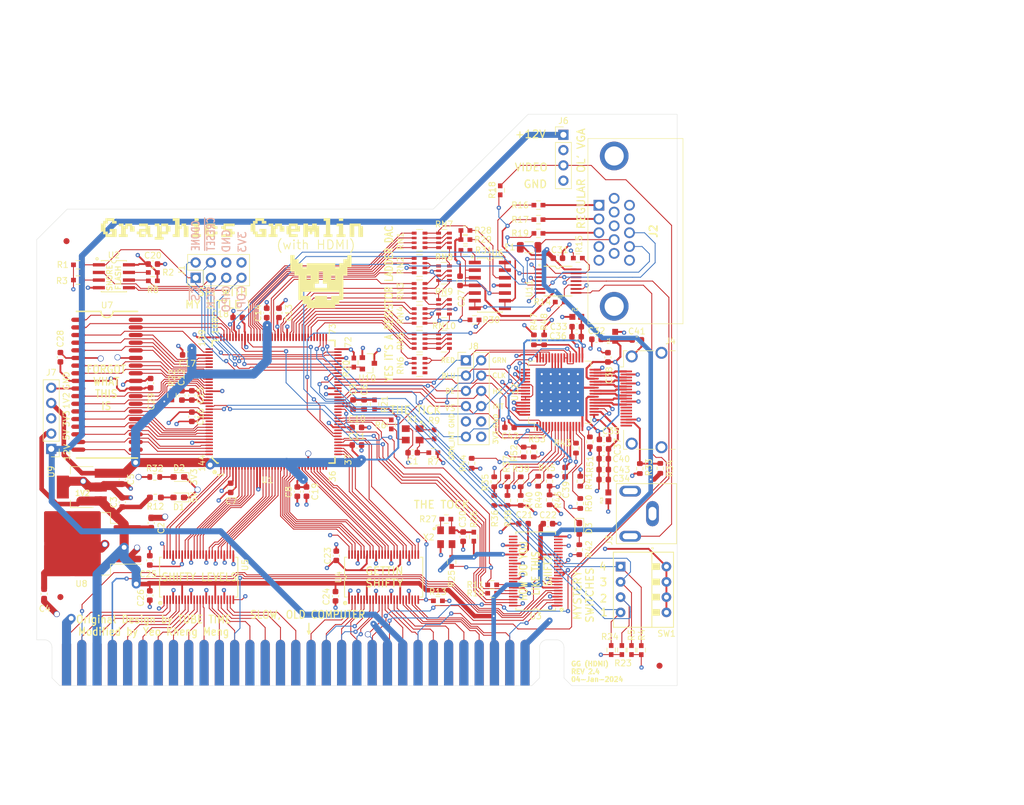
<source format=kicad_pcb>
(kicad_pcb (version 20221018) (generator pcbnew)
  (title_block (title "Graphics Gremlin (with HDMI)") (date "2024-01-04") (rev "2.4") (comment 1 "Copyright (C) 2021 Tube Time") (comment 2 "License. See https://creativecommons.org/licenses/by-sa/4.0/") (comment 3 "This work is licensed under a Creative Commons Attribution-ShareAlike 4.0 International") (comment 4 "Copyright (C) 2024 Yeo Kheng Meng"))
  (layers (0 "F.Cu" signal) (1 "In1.Cu" power) (2 "In2.Cu" power) (31 "B.Cu" signal) (34 "B.Paste" user) (35 "F.Paste" user) (36 "B.SilkS" user "B.Silkscreen") (37 "F.SilkS" user "F.Silkscreen") (38 "B.Mask" user) (39 "F.Mask" user) (44 "Edge.Cuts" user))
  (net 0 "")
  (net 1 "Net-(X1-Vdd)")
  (net 2 "GND")
  (net 3 "+5V")
  (net 4 "+3V3")
  (net 5 "+1V2")
  (net 6 "Net-(U1E-GNDPLL0)")
  (net 7 "Net-(U1E-VCCPLL0)")
  (net 8 "Net-(U1E-GNDPLL1)")
  (net 9 "Net-(U1E-VCCPLL1)")
  (net 10 "Net-(F1-Pad1)")
  (net 11 "/CDONE")
  (net 12 "/~{CRESET}")
  (net 13 "/SPI_SCK")
  (net 14 "/ABLUE")
  (net 15 "/AGREEN")
  (net 16 "/ARED")
  (net 17 "/vga_dac/COMPOSITE")
  (net 18 "/Bus Interface/~{IOR_5V}")
  (net 19 "/Bus Interface/~{IOW_5V}")
  (net 20 "/Bus Interface/~{SMEMR_5V}")
  (net 21 "/Bus Interface/~{SMEMW_5V}")
  (net 22 "/Bus Interface/~{0WS_5V}")
  (net 23 "/Bus Interface/A0_5V")
  (net 24 "/Bus Interface/A1_5V")
  (net 25 "/Bus Interface/A2_5V")
  (net 26 "/Bus Interface/A3_5V")
  (net 27 "/Bus Interface/A4_5V")
  (net 28 "/Bus Interface/A5_5V")
  (net 29 "/Bus Interface/A6_5V")
  (net 30 "/Bus Interface/A7_5V")
  (net 31 "/Bus Interface/A8_5V")
  (net 32 "/Bus Interface/A9_5V")
  (net 33 "/Bus Interface/A10_5V")
  (net 34 "/Bus Interface/A11_5V")
  (net 35 "/Bus Interface/A12_5V")
  (net 36 "/Bus Interface/A13_5V")
  (net 37 "/Bus Interface/A14_5V")
  (net 38 "/Bus Interface/A15_5V")
  (net 39 "/Bus Interface/A16_5V")
  (net 40 "/Bus Interface/A17_5V")
  (net 41 "/Bus Interface/A18_5V")
  (net 42 "/Bus Interface/A19_5V")
  (net 43 "/Bus Interface/RDY_5V")
  (net 44 "/Bus Interface/D0_5V")
  (net 45 "/Bus Interface/D1_5V")
  (net 46 "/Bus Interface/D2_5V")
  (net 47 "/Bus Interface/D3_5V")
  (net 48 "/Bus Interface/D4_5V")
  (net 49 "/Bus Interface/D5_5V")
  (net 50 "/Bus Interface/D6_5V")
  (net 51 "/Bus Interface/D7_5V")
  (net 52 "/SPI_~{CS}")
  (net 53 "Net-(X2-Vdd)")
  (net 54 "Net-(D1-A)")
  (net 55 "/CBSEL0")
  (net 56 "/CBSEL1")
  (net 57 "Net-(D2-A)")
  (net 58 "Net-(D3-A)")
  (net 60 "/OSC14M318")
  (net 61 "/BUSCLK")
  (net 63 "/Bus Interface/DATA_DIR")
  (net 68 "Net-(J4-+5V)")
  (net 83 "/BUSRESET")
  (net 84 "/RESET_5V")
  (net 85 "/BUSCLK_5V")
  (net 86 "/OSC_14M318_5V")
  (net 87 "/ALE_5V")
  (net 88 "/AEN_5V")
  (net 89 "/RAM/~{RAM_WE}")
  (net 90 "/RA18")
  (net 91 "/RA9")
  (net 92 "/RA5")
  (net 93 "/RA6")
  (net 94 "/RA7")
  (net 95 "/RA8")
  (net 96 "/RA13")
  (net 97 "/RA12")
  (net 98 "/RA11")
  (net 99 "/RA10")
  (net 100 "/RA14")
  (net 101 "/RD2")
  (net 102 "/RD5")
  (net 103 "/RD3")
  (net 104 "/RD4")
  (net 105 "/RD0")
  (net 106 "/RD7")
  (net 107 "/RD1")
  (net 108 "/RD6")
  (net 109 "/RA17")
  (net 110 "/RA3")
  (net 111 "/RA16")
  (net 112 "/RA4")
  (net 113 "/RA15")
  (net 114 "/RA0")
  (net 115 "/RA1")
  (net 116 "/RA2")
  (net 117 "/D0")
  (net 118 "/D1")
  (net 119 "/D2")
  (net 120 "/D3")
  (net 121 "/D4")
  (net 122 "/D5")
  (net 123 "/D6")
  (net 124 "/D7")
  (net 125 "/A8")
  (net 126 "/A9")
  (net 127 "/A10")
  (net 128 "/A11")
  (net 129 "/A12")
  (net 130 "/A13")
  (net 131 "/A14")
  (net 132 "/A15")
  (net 133 "/A0")
  (net 134 "/A1")
  (net 135 "/A2")
  (net 136 "/A3")
  (net 137 "/A4")
  (net 138 "/A5")
  (net 139 "/A6")
  (net 140 "/A7")
  (net 141 "/A16")
  (net 142 "/A17")
  (net 143 "/A18")
  (net 144 "/A19")
  (net 145 "/~{IOR}")
  (net 146 "/~{IOW}")
  (net 147 "/~{SMEMR}")
  (net 148 "/~{SMEMW}")
  (net 149 "/AEN")
  (net 150 "/ALE")
  (net 151 "/B0")
  (net 152 "/B1")
  (net 153 "/B2")
  (net 154 "/B3")
  (net 155 "/B4")
  (net 156 "/B5")
  (net 157 "/G6")
  (net 158 "/G2")
  (net 159 "/G4")
  (net 160 "/G3")
  (net 161 "/G5")
  (net 162 "/G0")
  (net 163 "/G1")
  (net 164 "/R2")
  (net 165 "/R4")
  (net 166 "/R3")
  (net 167 "/R5")
  (net 168 "/R0")
  (net 169 "/R1")
  (net 170 "/SW2")
  (net 171 "/SW3")
  (net 172 "/SPI_CIPO")
  (net 173 "/SPI_COPI")
  (net 175 "/VGA_VSYNC_5V")
  (net 176 "/VGA_HSYNC_5V")
  (net 177 "/Bus Interface/RDY")
  (net 178 "/Bus Interface/~{0WS}")
  (net 184 "/VGA_HSYNC")
  (net 185 "/VGA_VSYNC")
  (net 186 "+12V")
  (net 187 "Net-(R31-Pad1)")
  (net 188 "/OSC10M")
  (net 189 "/hdmi/TVDD")
  (net 190 "/hdmi/DVDD")
  (net 191 "/hdmi/PVDD")
  (net 194 "/HDMI_GRN_INT")
  (net 195 "/hdmi/MSEN")
  (net 196 "Net-(U2-~{HOLD})")
  (net 197 "/hdmi/CK-")
  (net 198 "/hdmi/CK+")
  (net 199 "/hdmi/D0-")
  (net 200 "/hdmi/D0+")
  (net 201 "/hdmi/D1-")
  (net 202 "/hdmi/D1+")
  (net 203 "/hdmi/D2-")
  (net 204 "/hdmi/D2+")
  (net 205 "/HDMI_VS")
  (net 206 "/HDMI_DE")
  (net 207 "/HDMI_BLU")
  (net 208 "/HDMI_RED")
  (net 209 "/HDMI_INT")
  (net 210 "/HDMI_HS")
  (net 211 "/HDMI_CLK")
  (net 212 "/HDMI_GRN")
  (net 213 "Net-(U2-~{WP})")
  (net 214 "Net-(X1-OUT)")
  (net 215 "Net-(X1-EN)")
  (net 216 "Net-(U3-1A2)")
  (net 217 "Net-(U3-1A4)")
  (net 218 "Net-(U6D--)")
  (net 219 "Net-(U6C--)")
  (net 220 "Net-(U6B--)")
  (net 221 "Net-(X2-OUT)")
  (net 222 "Net-(X2-EN)")
  (net 223 "Net-(RN1-R1.2)")
  (net 224 "Net-(RN2-R4.2)")
  (net 225 "Net-(RN4-R4.2)")
  (net 226 "Net-(U12-CTL3{slash}A3{slash}DK3)")
  (net 227 "Net-(U12-CTL2{slash}A2{slash}DK2)")
  (net 228 "Net-(U12-CTL1{slash}A1{slash}DK1)")
  (net 229 "Net-(U12-BSEL{slash}SCL)")
  (net 230 "Net-(U12-ISEL{slash}~{RST})")
  (net 231 "Net-(U12-~{PD})")
  (net 232 "Net-(U12-DKEN)")
  (net 233 "Net-(U12-EDGE{slash}HTPLG)")
  (net 234 "Net-(U12-DSEL{slash}SDA)")
  (net 235 "Net-(U12-TFADJ)")
  (net 236 "Net-(U12-VREF)")
  (net 237 "Net-(RN1-R4.2)")
  (net 238 "Net-(RN1-R3.2)")
  (net 239 "Net-(RN1-R2.2)")
  (net 240 "Net-(RN2-R2.2)")
  (net 241 "Net-(RN2-R1.2)")
  (net 242 "Net-(RN3-R4.2)")
  (net 243 "Net-(RN3-R3.2)")
  (net 244 "Net-(RN3-R1.2)")
  (net 245 "Net-(RN3-R2.2)")
  (net 246 "Net-(RN4-R2.2)")
  (net 247 "Net-(RN4-R1.2)")
  (net 248 "Net-(RN10-R3.2)")
  (net 249 "Net-(RN10-R2.2)")
  (net 250 "Net-(RN10-R1.1)")
  (net 251 "Net-(RN10-R1.2)")
  (net 254 "Net-(RN10-R4.2)")
  (footprint "Capacitor_SMD:C_0603_1608Metric" (layer "F.Cu") (at 154.051 97.155 180)
    (fp_text reference "C1")
    (fp_text value "1u")
  )
  (footprint "Capacitor_SMD:C_0603_1608Metric" (layer "F.Cu") (at 145.98 89.15 -90)
    (fp_text reference "C6")
    (fp_text value "4.7u")
  )
  (footprint "Capacitor_SMD:C_0603_1608Metric" (layer "F.Cu") (at 134.874 103.632 -90)
    (fp_text reference "C8")
    (fp_text value "1u")
  )
  (footprint "Capacitor_SMD:C_0603_1608Metric" (layer "F.Cu") (at 144.145 89.154 -90)
    (fp_text reference "C9")
    (fp_text value "1u")
  )
  (footprint "Capacitor_SMD:C_0603_1608Metric" (layer "F.Cu") (at 144.78 92.964)
    (fp_text reference "C10")
    (fp_text value "1u")
  )
  (footprint "Capacitor_SMD:C_0603_1608Metric" (layer "F.Cu") (at 144.78 95.885)
    (fp_text reference "C11")
    (fp_text value "1u")
  )
  (footprint "Capacitor_SMD:C_0603_1608Metric" (layer "F.Cu") (at 115.697 87.63 -90)
    (fp_text reference "C12")
    (fp_text value "4.7u")
  )
  (footprint "Capacitor_SMD:C_0603_1608Metric" (layer "F.Cu") (at 129.794 73.914 90)
    (fp_text reference "C14")
    (fp_text value "1u")
  )
  (footprint "Capacitor_SMD:C_0603_1608Metric" (layer "F.Cu") (at 117.348 87.63 -90)
    (fp_text reference "C15")
    (fp_text value "1u")
  )
  (footprint "Capacitor_SMD:C_0603_1608Metric" (layer "F.Cu") (at 117.348 91.186 -90)
    (fp_text reference "C16")
    (fp_text value "1u")
  )
  (footprint "Capacitor_SMD:C_0603_1608Metric" (layer "F.Cu") (at 116.586 80.899 180)
    (fp_text reference "C17")
    (fp_text value "1u")
  )
  (footprint "Capacitor_SMD:C_0603_1608Metric" (layer "F.Cu") (at 124.968 74.676 180)
    (fp_text reference "C18")
    (fp_text value "4.7u")
  )
  (footprint "Capacitor_SMD:C_0603_1608Metric" (layer "F.Cu") (at 136.398 103.632 -90)
    (fp_text reference "C19")
    (fp_text value "4.7u")
  )
  (footprint "Passive:RESC1608X55" (layer "F.Cu") (at 98.425 65.913)
    (fp_text reference "R1")
    (fp_text value "10K")
  )
  (footprint "Passive:RESC1608X55" (layer "F.Cu") (at 110.871 67.183 180)
    (fp_text reference "R2")
    (fp_text value "10K")
  )
  (footprint "Passive:RESC1608X55" (layer "F.Cu") (at 98.425 68.453)
    (fp_text reference "R3")
    (fp_text value "10K")
  )
  (footprint "Passive:RESC1608X55" (layer "F.Cu") (at 150.495 92.456 90)
    (fp_text reference "R6")
    (fp_text value "10")
  )
  (footprint "Passive:RESC1608X55" (layer "F.Cu") (at 157.48 97.155 180)
    (fp_text reference "R7")
    (fp_text value "10")
  )
  (footprint "Passive:RESC1608X55" (layer "F.Cu") (at 110.871 68.58 180)
    (fp_text reference "R8")
    (fp_text value "10K")
  )
  (footprint "Passive:RESC1608X55" (layer "F.Cu") (at 157.607 94.107 90)
    (fp_text reference "R9")
    (fp_text value "10K")
  )
  (footprint "Passive:RESC1608X55" (layer "F.Cu") (at 167.259 120.523 180)
    (fp_text reference "R10")
    (fp_text value "10")
  )
  (footprint "Passive:RESC1608X55" (layer "F.Cu") (at 167.259 119.126 180)
    (fp_text reference "R11")
    (fp_text value "DNI")
  )
  (footprint "Passive:RESC1608X55" (layer "F.Cu") (at 158.242 121.793)
    (fp_text reference "R13")
    (fp_text value "1K")
  )
  (footprint "Passive:RESC1608X55" (layer "F.Cu") (at 168.6 53.53 -90)
    (fp_text reference "R18")
    (fp_text value "75")
  )
  (footprint "Passive:RESC1608X55" (layer "F.Cu") (at 144.272 82.169 -90)
    (fp_text reference "R20")
    (fp_text value "10K")
  )
  (footprint "Passive:RESC1608X55" (layer "F.Cu") (at 147.71 89.13 90)
    (fp_text reference "R21")
    (fp_text value "100")
  )
  (footprint "Passive:RESC1608X55" (layer "F.Cu") (at 114.046 87.63 90)
    (fp_text reference "R22")
    (fp_text value "100")
  )
  (footprint "Passive:RESCAV80P320X160X70-8" (layer "F.Cu") (at 155.194 61.849)
    (fp_text reference "RN1")
    (fp_text value "604")
  )
  (footprint "Passive:RESCAV80P320X160X70-8" (layer "F.Cu") (at 155.194 66.04)
    (fp_text reference "RN2")
    (fp_text value "604")
  )
  (footprint "Passive:RESCAV80P320X160X70-8" (layer "F.Cu") (at 155.194 70.231)
    (fp_text reference "RN3")
    (fp_text value "604")
  )
  (footprint "Passive:RESCAV80P320X160X70-8" (layer "F.Cu") (at 155.194 74.422)
    (fp_text reference "RN4")
    (fp_text value "604")
  )
  (footprint "Passive:RESCAV80P320X160X70-8" (layer "F.Cu") (at 155.194 78.613)
    (fp_text reference "RN5")
    (fp_text value "604")
  )
  (footprint "Passive:RESCAV80P320X160X70-8" (layer "F.Cu") (at 155.194 82.677)
    (fp_text reference "RN6")
    (fp_text value "604")
  )
  (footprint "Passive:RESCAV80P320X160X70-8" (layer "F.Cu") (at 159.258 61.849)
    (fp_text reference "RN7")
    (fp_text value "300")
  )
  (footprint "Passive:RESCAV80P320X160X70-8" (layer "F.Cu") (at 159.258 67.31)
    (fp_text reference "RN8")
    (fp_text value "300")
  )
  (footprint "Passive:RESCAV80P320X160X70-8" (layer "F.Cu") (at 159.258 72.898)
    (fp_text reference "RN9")
    (fp_text value "300")
  )
  (footprint "Passive:RESCAV80P320X160X70-8" (layer "F.Cu") (at 159.258 78.613)
    (fp_text reference "RN10")
    (fp_text value "300")
  )
  (footprint "Active:TSQFP50P2200X2200X160-144" (layer "F.Cu") (at 130.934 88.683999 90)
    (fp_text reference "U1")
    (fp_text value "ICE40HX4K-TQ144")
  )
  (footprint "Active:SOP127P620X175-8" (layer "F.Cu") (at 104.394 67.818)
    (fp_text reference "U2")
    (fp_text value "SST26VF080A-104I/SN")
  )
  (footprint "Active:TSSOP50P810X120-48" (layer "F.Cu") (at 174.498 116.84 180)
    (fp_text reference "U3")
    (fp_text value "74ALVC164245")
  )
  (footprint "Active:TSSOP50P810X120-48" (layer "F.Cu") (at 149.225 117.856 90)
    (fp_text reference "U4")
    (fp_text value "74ALVC164245")
  )
  (footprint "Active:TSSOP50P810X120-48" (layer "F.Cu") (at 118.491 117.856 90)
    (fp_text reference "U5")
    (fp_text value "74ALVC164245")
  )
  (footprint "Active:SOP127P620X175-14" (layer "F.Cu") (at 166.878 69.342)
    (fp_text reference "U6")
    (fp_text value "ADA4891-3")
  )
  (footprint "Active:SOT95P230X117-3" (layer "F.Cu") (at 146.685 82.296)
    (fp_text reference "U10")
    (fp_text value "APX803S00-29SA-7")
  )
  (footprint "Active:SOJ127P1118X376-36" (layer "F.Cu") (at 103.251 85.852)
    (fp_text reference "U7")
    (fp_text value "IS61WV5128BLL-10KLI")
  )
  (footprint "Passive:XTAL320X250X120-4" (layer "F.Cu") (at 154.051 94.107 180)
    (fp_text reference "X1")
    (fp_text value "10MHz")
  )
  (footprint "Passive:RESC1608X55" (layer "F.Cu") (at 190.41 129.98 -90)
    (fp_text reference "R5")
    (fp_text value "10K")
  )
  (footprint "Passive:RESC1608X55" (layer "F.Cu") (at 192.04 129.99 -90)
    (fp_text reference "R4")
    (fp_text value "10K")
  )
  (footprint "Capacitor_SMD:C_0603_1608Metric" (layer "F.Cu") (at 110.871 65.786)
    (fp_text reference "C20")
    (fp_text value "1u")
  )
  (footprint "Capacitor_SMD:C_0603_1608Metric" (layer "F.Cu") (at 172.466 108.966 180)
    (fp_text reference "C21")
    (fp_text value "1u")
  )
  (footprint "Capacitor_SMD:C_0603_1608Metric" (layer "F.Cu") (at 176.53 108.966)
    (fp_text reference "C22")
    (fp_text value "1u")
  )
  (footprint "Capacitor_SMD:C_0603_1608Metric" (layer "F.Cu") (at 141.351 114.3 90)
    (fp_text reference "C23")
    (fp_text value "1u")
  )
  (footprint "Capacitor_SMD:C_0603_1608Metric" (layer "F.Cu") (at 141.224 121.031 -90)
    (fp_text reference "C24")
    (fp_text value "1u")
  )
  (footprint "Capacitor_SMD:C_0603_1608Metric" (layer "F.Cu") (at 110.363 115.062 90)
    (fp_text reference "C25")
    (fp_text value "1u")
  )
  (footprint "Capacitor_SMD:C_0603_1608Metric" (layer "F.Cu") (at 110.363 120.904 -90)
    (fp_text reference "C26")
    (fp_text value "1u")
  )
  (footprint "Capacitor_SMD:C_0603_1608Metric" (layer "F.Cu") (at 161.925 68.58 90)
    (fp_text reference "C27")
    (fp_text value "1u")
  )
  (footprint "Capacitor_SMD:C_0603_1608Metric" (layer "F.Cu") (at 110.49 85.598 90)
    (fp_text reference "C29")
    (fp_text value "1u")
  )
  (footprint "Passive:RESC1608X55" (layer "F.Cu") (at 188.81 129.98 -90)
    (fp_text reference "R23")
    (fp_text value "10K")
  )
  (footprint "Passive:RESC1608X55" (layer "F.Cu") (at 187.04 129.98 -90)
    (fp_text reference "R24")
    (fp_text value "10K")
  )
  (footprint "Capacitor_SMD:C_0603_1608Metric" (layer "F.Cu") (at 131.826 73.914 90)
    (fp_text reference "C13")
    (fp_text value "1u")
  )
  (footprint "ISAVideo:gremlin" (layer "F.Cu") (at 138.8 68.7)
    (fp_text reference "G***" hide)
    (fp_text value "LOGO" hide)
  )
  (footprint "ISAVideo:graphics_gremlin" (layer "F.Cu") (at 123.952 59.944)
    (fp_text reference "G***" hide)
    (fp_text value "LOGO" hide)
  )
  (footprint "Connector_PinHeader_2.54mm:PinHeader_2x04_P2.54mm_Vertical" (layer "F.Cu") (at 117.983 68.072 90)
    (fp_text reference "J1")
    (fp_text value "PROG")
  )
  (footprint "Passive:RESC1608X55" (layer "F.Cu") (at 160.528 115.316 -90)
    (fp_text reference "R25")
    (fp_text value "10")
  )
  (footprint "Passive:RESC1608X55" (layer "F.Cu") (at 164.211 111.125 90)
    (fp_text reference "R26")
    (fp_text value "10")
  )
  (footprint "Passive:RESC1608X55" (layer "F.Cu") (at 159.639 108.204 180)
    (fp_text reference "R27")
    (fp_text value "10K")
  )
  (footprint "Passive:RESC1608X55" (layer "F.Cu") (at 162.814 60.198)
    (fp_text reference "R28")
    (fp_text value "237")
  )
  (footprint "Passive:RESC1608X55" (layer "F.Cu") (at 162.814 61.722)
    (fp_text reference "R29")
    (fp_text value "237")
  )
  (footprint "Passive:RESC1608X55" (layer "F.Cu") (at 164.32 75.07 180)
    (fp_text reference "R30")
    (fp_text value "237")
  )
  (footprint "Passive:XTAL320X250X120-4" (layer "F.Cu") (at 159.639 111.215 -90)
    (fp_text reference "X2")
    (fp_text value "14.318MHz")
  )
  (footprint "Capacitor_SMD:C_0603_1608Metric" (layer "F.Cu") (at 162.433 111.125 -90)
    (fp_text reference "C30")
    (fp_text value "1u")
  )
  (footprint "Passive:RESC1608X55" (layer "F.Cu") (at 162.814 63.5 180)
    (fp_text reference "R31")
    (fp_text value "75")
  )
  (footprint "Fiducials:Fiducial_1mm_Dia_2mm_Outer" (layer "F.Cu") (at 96.52 61.976)
    (fp_text reference "FID1" hide)
    (fp_text value "Fiducial")
  )
  (footprint "Fiducials:Fiducial_1mm_Dia_2mm_Outer" (layer "F.Cu") (at 95.504 121.158)
    (fp_text reference "FID2" hide)
    (fp_text value "Fiducial")
  )
  (footprint "Fiducials:Fiducial_1mm_Dia_2mm_Outer" (layer "F.Cu") (at 195.072 132.588)
    (fp_text reference "FID3" hide)
    (fp_text value "Fiducial")
  )
  (footprint "libraries:TFP410_ThermalVias" (layer "F.Cu") (at 178.5 87.1 90)
    (fp_text reference "U12")
    (fp_text value "TFP410PAP")
  )
  (footprint "LED_SMD:LED_0603_1608Metric_Pad1.05x0.95mm_HandSolder" (layer "F.Cu") (at 115.2 101.2 180)
    (fp_text reference "D2")
    (fp_text value "Yellow")
  )
  (footprint "LED_SMD:LED_0603_1608Metric_Pad1.05x0.95mm_HandSolder" (layer "F.Cu") (at 181.74 109.74 -90)
    (fp_text reference "D3")
    (fp_text value "Green")
  )
  (footprint "libraries:BEADC1608X95N" (layer "F.Cu") (at 187.7 77.8 90)
    (fp_text reference "FL1")
    (fp_text value "BLM18RK601SN1D")
  )
  (footprint "libraries:BEADC1608X95N" (layer "F.Cu") (at 181.32 74.57 180)
    (fp_text reference "FL2")
    (fp_text value "BLM18RK601SN1D")
  )
  (footprint "libraries:BEADC1608X95N" (layer "F.Cu") (at 186.57 104.51 -90)
    (fp_text reference "FL3")
    (fp_text value "BLM18RK601SN1D")
  )
  (footprint "Package_TO_SOT_SMD:TO-263-2" (layer "F.Cu") (at 99 112.3 180)
    (fp_text reference "U8")
    (fp_text value "LD1085D2T33R")
  )
  (footprint "Capacitor_SMD:C_0603_1608Metric" (layer "F.Cu") (at 105.791 101.6 -90)
    (fp_text reference "C5")
    (fp_text value "4.7u")
  )
  (footprint "Capacitor_SMD:C_0603_1608Metric" (layer "F.Cu") (at 105.791 105.41 90)
    (fp_text reference "C3")
    (fp_text value "4.7u")
  )
  (footprint "Active:SOT230P700X170-3" (layer "F.Cu") (at 99.06 102.87 180)
    (fp_text reference "U9")
    (fp_text value "AP2114HA-1.2")
  )
  (footprint "Connector_PinHeader_2.54mm:PinHeader_1x05_P2.54mm_Vertical" (layer "F.Cu") (at 93.98 96.52 180)
    (fp_text reference "J7")
    (fp_text value "Conn_01x05")
  )
  (footprint "Capacitor_SMD:C_0603_1608Metric" (layer "F.Cu") (at 95.504 81.28 90)
    (fp_text reference "C28")
    (fp_text value "1u")
  )
  (footprint "Capacitor_SMD:C_0603_1608Metric" (layer "F.Cu") (at 123.8 103 90)
    (fp_text reference "C7")
    (fp_text value "1u")
  )
  (footprint "Capacitor_SMD:C_0603_1608Metric_Pad1.08x0.95mm_HandSolder" (layer "F.Cu") (at 110.6 108.85 90)
    (fp_text reference "C2")
    (fp_text value "10uF 16V")
  )
  (footprint "Capacitor_SMD:C_0603_1608Metric_Pad1.08x0.95mm_HandSolder" (layer "F.Cu") (at 92.8 120.6375 -90)
    (fp_text reference "C4")
    (fp_text value "10uF 16V")
  )
  (footprint "libraries:SWITCHCRAFT_PJRAN1X1U04X" (layer "F.Cu") (at 193.9 107.3 90)
    (fp_text reference "J3")
    (fp_text value "PJRAN1X1U04X")
  )
  (footprint "Resistor_SMD:R_0603_1608Metric_Pad0.98x0.95mm_HandSolder" (layer "F.Cu") (at 111.2875 104.6)
    (fp_text reference "R12")
    (fp_text value "2200")
  )
  (footprint "LED_SMD:LED_0603_1608Metric_Pad1.05x0.95mm_HandSolder" (layer "F.Cu") (at 115.175 104.6 180)
    (fp_text reference "D1")
    (fp_text value "Yellow")
  )
  (footprint "Conn:MNT_KEYSTONE_9200" (layer "F.Cu") (at 175.26 128.27)
    (fp_text reference "MH1" hide)
    (fp_text value "MNT_KEYSTONE_9200" hide)
  )
  (footprint "libraries:23117631" (layer "F.Cu") (at 185 56 90)
    (fp_text reference "J2")
    (fp_text value "DB15_Female_HighDensity_MountingHoles" hide)
  )
  (footprint "Switch:SW_DIP254P762X635-8" (layer "F.Cu") (at 188.6 116.1)
    (fp_text reference "SW1")
    (fp_text value "SW_DIP_x04")
  )
  (footprint "Capacitor_SMD:C_0603_1608Metric" (layer "F.Cu") (at 184.6 78.3 180)
    (fp_text reference "C32")
    (fp_text value "10uF 16V")
  )
  (footprint "Capacitor_SMD:C_0603_1608Metric" (layer "F.Cu") (at 181.31 76.21 180)
    (fp_text reference "C33")
    (fp_text value "10uF 16V")
  )
  (footprint "Capacitor_SMD:C_0603_1608Metric" (layer "F.Cu") (at 185.79 101.62 180)
    (fp_text reference "C34")
    (fp_text value "10uF 16V")
  )
  (footprint "Capacitor_SMD:C_0603_1608Metric" (layer "F.Cu") (at 181.29 77.87 180)
    (fp_text reference "C36")
    (fp_text value "0.1uF")
  )
  (footprint "Capacitor_SMD:C_0603_1608Metric" (layer "F.Cu") (at 185.82 96.52 180)
    (fp_text reference "C37")
    (fp_text value "0.1uF")
  )
  (footprint "Capacitor_SMD:C_0603_1608Metric" (layer "F.Cu") (at 179.39 100.39 -90)
    (fp_text reference "C39")
    (fp_text value "0.1uF")
  )
  (footprint "Capacitor_SMD:C_0603_1608Metric" (layer "F.Cu") (at 185.8 98.16 180)
    (fp_text reference "C40")
    (fp_text value "0.1uF")
  )
  (footprint "Capacitor_SMD:C_0603_1608Metric" (layer "F.Cu") (at 191.3 78.4)
    (fp_text reference "C41")
    (fp_text value "0.1uF")
  )
  (footprint "Capacitor_SMD:C_0603_1608Metric" (layer "F.Cu") (at 170.14 92.96 180)
    (fp_text reference "C42")
    (fp_text value "0.1uF")
  )
  (footprint "Capacitor_SMD:C_0603_1608Metric" (layer "F.Cu") (at 185.8 99.96 180)
    (fp_text reference "C43")
    (fp_text value "0.1uF")
  )
  (footprint "Resistor_SMD:R_0603_1608Metric" (layer "F.Cu") (at 111.1875 101.2)
    (fp_text reference "R32")
    (fp_text value "1200")
  )
  (footprint "Resistor_SMD:R_0603_1608Metric" (layer "F.Cu") (at 191.8 99.8 -90)
    (fp_text reference "R33")
    (fp_text value "0")
  )
  (footprint "Resistor_SMD:R_0603_1608Metric" (layer "F.Cu") (at 195.2 99.76 90)
    (fp_text reference "R34")
    (fp_text value "DNI")
  )
  (footprint "Resistor_SMD:R_0603_1608Metric" (layer "F.Cu") (at 167.6 102 -90)
    (fp_text reference "R35")
    (fp_text value "10k")
  )
  (footprint "Resistor_SMD:R_0603_1608Metric" (layer "F.Cu") (at 169.8 102 -90)
    (fp_text reference "R37")
    (fp_text value "DNI")
  )
  (footprint "Resistor_SMD:R_0603_1608Metric" (layer "F.Cu") (at 169.8 105.1 -90)
    (fp_text reference "R38")
    (fp_text value "10k")
  )
  (footprint "Resistor_SMD:R_0603_1608Metric" (layer "F.Cu") (at 172 102 -90)
    (fp_text reference "R39")
    (fp_text value "DNI")
  )
  (footprint "Resistor_SMD:R_0603_1608Metric" (layer "F.Cu") (at 172 105.1 -90)
    (fp_text reference "R40")
    (fp_text value "10k")
  )
  (footprint "Resistor_SMD:R_0603_1608Metric" (layer "F.Cu") (at 181.9 101.9 -90)
    (fp_text reference "R41")
    (fp_text value "10k")
  )
  (footprint "Resistor_SMD:R_0603_1608Metric" (layer "F.Cu") (at 181.74 113.29 90)
    (fp_text reference "R42")
    (fp_text value "1200")
  )
  (footprint "Resistor_SMD:R_0603_1608Metric" (layer "F.Cu") (at 181.19 96.39 -90)
    (fp_text reference "R43")
    (fp_text value "10k")
  )
  (footprint "Resistor_SMD:R_0603_1608Metric" (layer "F.Cu") (at 163.85 98.92 90)
    (fp_text reference "R44")
    (fp_text value "10k")
  )
  (footprint "Resistor_SMD:R_0603_1608Metric" (layer "F.Cu") (at 176.8 101.9 -90)
    (fp_text reference "R45")
    (fp_text value "5k")
  )
  (footprint "Resistor_SMD:R_0603_1608Metric" (layer "F.Cu") (at 176.8 105 -90)
    (fp_text reference "R46")
    (fp_text value "DNI")
  )
  (footprint "Resistor_SMD:R_0603_1608Metric" (layer "F.Cu") (at 174.2 78.4 -90)
    (fp_text reference "R47")
    (fp_text value "10k")
  )
  (footprint "Resistor_SMD:R_0603_1608Metric" (layer "F.Cu") (at 175.9 78.4 90)
    (fp_text reference "R48")
    (fp_text value "DNI")
  )
  (footprint "Resistor_SMD:R_0603_1608Metric" (layer "F.Cu") (at 174.9 101.9 -90)
    (fp_text reference "R49")
    (fp_text value "10k")
  )
  (footprint "Resistor_SMD:R_0603_1608Metric" (layer "F.Cu") (at 181.9 105.6 -90)
    (fp_text reference "R50")
    (fp_text value "10k")
  )
  (footprint "Resistor_SMD:R_0603_1608Metric" (layer "F.Cu") (at 172.5 97.04 90)
    (fp_text reference "R52")
    (fp_text value "33k")
  )
  (footprint "Resistor_SMD:R_0603_1608Metric" (layer "F.Cu") (at 174.17 97.04 -90)
    (fp_text reference "R53")
    (fp_text value "DNI")
  )
  (footprint "Connector_PinHeader_2.54mm:PinHeader_2x06_P2.54mm_Vertical" (layer "F.Cu") (at 162.9 81.8)
    (fp_text reference "J8")
    (fp_text value "Conn_02x06_Odd_Even")
  )
  (footprint "Capacitor_SMD:C_0603_1608Metric" (layer "F.Cu") (at 185.85 94.95)
    (fp_text reference "C35")
    (fp_text value "0.1uF")
  )
  (footprint "Capacitor_SMD:C_0603_1608Metric" (layer "F.Cu") (at 186.5 81.3 90)
    (fp_text reference "C38")
    (fp_text value "0.1uF")
  )
  (footprint "Resistor_SMD:R_1206_3216Metric" (layer "F.Cu") (at 173.4 63 180)
    (fp_text reference "F1")
    (fp_text value "1A")
  )
  (footprint "Passive:RESC1608X55" (layer "F.Cu") (at 174.949 60.684 180)
    (fp_text reference "R19")
    (fp_text value "75")
  )
  (footprint "Passive:RESC1608X55" (layer "F.Cu") (at 174.949 58.398 180)
    (fp_text reference "R17")
    (fp_text value "75")
  )
  (footprint "Passive:RESC1608X55" (layer "F.Cu") (at 174.949 55.985 180)
    (fp_text reference "R16")
    (fp_text value "75")
  )
  (footprint "Connector_PinHeader_2.54mm:PinHeader_1x04_P2.54mm_Vertical" (layer "F.Cu") (at 179.1 44.3)
    (fp_text reference "J6")
    (fp_text value "RFMOD")
  )
  (footprint "libraries:HDMI_A_Amphenol_10029449-111" (layer "F.Cu") (at 192.5 88.4 90)
    (fp_text reference "J4")
    (fp_text value "10029449-111RLF")
  )
  (footprint "Capacitor_SMD:C_0603_1608Metric" (layer "F.Cu") (at 178.18 64.81)
    (fp_text reference "C31")
    (fp_text value "1u")
  )
  (footprint "Passive:RESC1608X55" (layer "F.Cu") (at 181.5 64.8)
    (fp_text reference "R15")
    (fp_text value "10K")
  )
  (footprint "Passive:RESC1608X55" (layer "F.Cu") (at 178.5 72.1)
    (fp_text reference "R14")
    (fp_text value "10K")
  )
  (footprint "Conn:BUS_PC_8BIT" (layer "F.Cu") (at 134.62 132.08)
    (fp_text reference "J5" hide)
    (fp_text value "Conn_ISA_8bit")
  )
  (footprint "Active:TSOP65P640X110-14" (layer "F.Cu") (at 178.2 69.6)
    (fp_text reference "U11")
    (fp_text value "74HCT125")
  )
  (footprint "Resistor_SMD:R_0603_1608Metric" (layer "F.Cu") (at 167.6 105.1 -90)
    (fp_text reference "R36")
    (fp_text value "DNI")
  )
  (footprint "Resistor_SMD:R_0603_1608Metric" (layer "F.Cu") (at 183.5 95.36 90)
    (fp_text reference "R51")
    (fp_text value "510")
  )
  (gr_line (start 136.804 127.308) (end 137.058 126.8) (stroke (width 0.2032)) (layer "F.SilkS"))
  (gr_line (start 136.804 125.53) (end 136.804 127.308) (stroke (width 0.2032)) (layer "F.SilkS"))
  (gr_line (start 136.804 127.308) (end 136.55 126.8) (stroke (width 0.2032)) (layer "F.SilkS"))
  (gr_arc (start 177.927 128.27) (mid 178.825026 128.641974) (end 179.197 129.54) (stroke (width 0.05)) (layer "Edge.Cuts"))
  (gr_arc (start 175.133 129.54) (mid 175.504974 128.641974) (end 176.403 128.27) (stroke (width 0.05)) (layer "Edge.Cuts"))
  (gr_line (start 176.403 128.27) (end 177.927 128.27) (stroke (width 0.05)) (layer "Edge.Cuts"))
  (gr_line (start 180.467 135.89) (end 197.993 135.89) (stroke (width 0.05)) (layer "Edge.Cuts"))
  (gr_line (start 157.48 56.642) (end 96.647 56.642) (stroke (width 0.05)) (layer "Edge.Cuts"))
  (gr_line (start 173.863 135.89) (end 175.133 134.62) (stroke (width 0.05)) (layer "Edge.Cuts"))
  (gr_line (start 173.228 40.894) (end 157.48 56.642) (stroke (width 0.05)) (layer "Edge.Cuts"))
  (gr_line (start 197.993 135.89) (end 197.993 40.894) (stroke (width 0.05)) (layer "Edge.Cuts"))
  (gr_line (start 94.107 129.54) (end 94.107 134.62) (stroke (width 0.05)) (layer "Edge.Cuts"))
  (gr_line (start 179.197 129.54) (end 179.197 134.62) (stroke (width 0.05)) (layer "Edge.Cuts"))
  (gr_arc (start 92.837 128.27) (mid 93.735026 128.641974) (end 94.107 129.54) (stroke (width 0.05)) (layer "Edge.Cuts"))
  (gr_line (start 95.377 135.89) (end 173.863 135.89) (stroke (width 0.05)) (layer "Edge.Cuts"))
  (gr_line (start 179.197 134.62) (end 180.467 135.89) (stroke (width 0.05)) (layer "Edge.Cuts"))
  (gr_line (start 91.567 128.27) (end 92.837 128.27) (stroke (width 0.05)) (layer "Edge.Cuts"))
  (gr_line (start 91.567 61.722) (end 91.567 128.27) (stroke (width 0.05)) (layer "Edge.Cuts"))
  (gr_line (start 96.647 56.642) (end 91.567 61.722) (stroke (width 0.05)) (layer "Edge.Cuts"))
  (gr_line (start 197.993 40.894) (end 173.228 40.894) (stroke (width 0.05)) (layer "Edge.Cuts"))
  (gr_line (start 94.107 134.62) (end 95.377 135.89) (stroke (width 0.05)) (layer "Edge.Cuts"))
  (gr_line (start 175.133 134.62) (end 175.133 129.54) (stroke (width 0.05)) (layer "Edge.Cuts"))
  (gr_text "~{CS}" (at 117.983 69.342 90) (layer "B.SilkS") (effects (font (size 1.27 1.27) (thickness 0.2032)) (justify left mirror)))
  (gr_text "CIPO" (at 123.063 69.215 90) (layer "B.SilkS") (effects (font (size 1.27 1.27) (thickness 0.2032)) (justify left mirror)))
  (gr_text "COPI" (at 125.603 69.215 90) (layer "B.SilkS") (effects (font (size 1.27 1.27) (thickness 0.2032)) (justify left mirror)))
  (gr_text "SCK" (at 120.523 69.342 90) (layer "B.SilkS") (effects (font (size 1.27 1.27) (thickness 0.2032)) (justify left mirror)))
  (gr_text "~{CRESET}" (at 120.523 63.754 90) (layer "B.SilkS") (effects (font (size 1.27 1.016) (thickness 0.2032)) (justify right mirror)))
  (gr_text "CDONE" (at 117.983 63.754 90) (layer "B.SilkS") (effects (font (size 1.27 1.016) (thickness 0.2032)) (justify right mirror)))
  (gr_text "GND" (at 123.063 64.008 90) (layer "B.SilkS") (effects (font (size 1.27 1.27) (thickness 0.2032)) (justify right mirror)))
  (gr_text "3V3" (at 125.73 64.008 90) (layer "B.SilkS") (effects (font (size 1.27 1.27) (thickness 0.2032)) (justify right mirror)))
  (gr_text "FORGOT\nWHAT\nTHIS\nIS" (at 103.124 86.36) (layer "F.SilkS") (effects (font (size 1.27 1.143) (thickness 0.2032))))
  (gr_text "SHIFTY LEVELS" (at 118.618 117.856) (layer "F.SilkS") (effects (font (size 1.27 1.143) (thickness 0.2032))))
  (gr_text "GETTIN\nSHIFTY" (at 149.352 117.856) (layer "F.SilkS") (effects (font (size 1.27 1.27) (thickness 0.2032))))
  (gr_text "HOW DO YOU\nLIKE THIS \nSHIFT?" (at 174.498 116.84 90) (layer "F.SilkS") (effects (font (size 1.27 1.016) (thickness 0.2032))))
  (gr_text "REGULAR OL' VGA" (at 182.05 51.6 90) (layer "F.SilkS") (effects (font (size 1.27 1.27) (thickness 0.2032))))
  (gr_text "MYSTERY\nSWITCHES" (at 182.46 120.85 90) (layer "F.SilkS") (effects (font (size 1.27 1.27) (thickness 0.2032))))
  (gr_text "I SPI WITH\nMY LITTLE i" (at 121.666 71.501) (layer "F.SilkS") (effects (font (size 1.27 1.27) (thickness 0.2032))))
  (gr_text "SNORE\nFLASH" (at 104.394 68.072 90) (layer "F.SilkS") (effects (font (size 0.889 0.889) (thickness 0.1778))))
  (gr_text "1V2" (at 99.187 103.886) (layer "F.SilkS") (effects (font (size 0.889 0.889) (thickness 0.1778))))
  (gr_text "SLOW, OLD COMPUTER" (at 136.6 124.1) (layer "F.SilkS") (effects (font (size 1.27 1.143) (thickness 0.2032))))
  (gr_text "YES IT'S A RESISTOR LADDER DAC" (at 150.114 72.39 90) (layer "F.SilkS") (effects (font (size 1.27 1.016) (thickness 0.2032))))
  (gr_text "3" (at 186.5 118.7) (layer "F.SilkS") (effects (font (size 1.27 1.27) (thickness 0.2032)) (justify right)))
  (gr_text "1" (at 186.6 123.7) (layer "F.SilkS") (effects (font (size 1.27 1.27) (thickness 0.2032)) (justify right)))
  (gr_text "2" (at 186.5 121.4) (layer "F.SilkS") (effects (font (size 1.27 1.27) (thickness 0.2032)) (justify right)))
  (gr_text "THE TICK" (at 154.53 90.07) (layer "F.SilkS") (effects (font (size 1.27 1.27) (thickness 0.2032))))
  (gr_text "Original Design by TUBE TIME\nModified by Yeo Kheng Meng" (at 111 125.9) (layer "F.SilkS") (effects (font (size 1.27 1.143) (thickness 0.2032))))
  (gr_text "THE TOCK" (at 158.877 105.791) (layer "F.SilkS") (effects (font (size 1.27 1.27) (thickness 0.2032))))
  (gr_text "VIDEO" (at 176.6 49.7) (layer "F.SilkS") (effects (font (size 1.27 1.27) (thickness 0.2032)) (justify right)))
  (gr_text "GND" (at 176.5 52.5) (layer "F.SilkS") (effects (font (size 1.27 1.27) (thickness 0.2032)) (justify right)))
  (gr_text "5V" (at 117.7 104.6 90) (layer "F.SilkS") (effects (font (size 1 1))))
  (gr_text "4" (at 186.4 116.1) (layer "F.SilkS") (effects (font (size 1.27 1.27) (thickness 0.2032)) (justify right)))
  (gr_text "+12V" (at 176.3 44.2) (layer "F.SilkS") (effects (font (size 1.27 1.27) (thickness 0.2032)) (justify right)))
  (gr_text "GG (HDMI)\nREV 2.4\n04-Jan-2024" (at 180.27 133.56) (layer "F.SilkS") (effects (font (size 0.8 0.8) (thickness 0.2)) (justify left)))
  (gr_text "3V3" (at 117.7 101.2 90) (layer "F.SilkS") (effects (font (size 1 1))))
  (gr_text "HS" (at 168.13 86.95) (layer "F.SilkS") (effects (font (size 0.8 0.8))))
  (gr_text "12V" (at 96.6 97.1 90) (layer "F.SilkS") (effects (font (size 1 1))))
  (gr_text "3V3\n" (at 96.5 91.5 90) (layer "F.SilkS") (effects (font (size 1 1))))
  (gr_text "(with HDMI)" (at 137.96 62.59) (layer "F.SilkS") (effects (font (size 1.5 1.5))))
  (gr_text "CLK" (at 168.41 84.32) (layer "F.SilkS") (effects (font (size 0.8 0.8))))
  (gr_text "INT" (at 168.27 89.47) (layer "F.SilkS") (effects (font (size 0.8 0.8))))
  (gr_text "GRN" (at 168.45 81.8) (layer "F.SilkS") (effects (font (size 0.8 0.8))))
  (gr_text "VS" (at 160.27 89.72) (layer "F.SilkS") (effects (font (size 1 1))))
  (gr_text "DE" (at 160.26 86.88) (layer "F.SilkS") (effects (font (size 0.8 0.8))))
  (gr_text "1V2" (at 96.5 88.5 90) (layer "F.SilkS") (effects (font (size 1 1))))
  (gr_text "BLU" (at 160 84.36) (layer "F.SilkS") (effects (font (size 0.8 0.8))))
  (gr_text "3V3" (at 167.85 94.63 90) (layer "F.SilkS") (effects (font (size 0.8 0.8))))
  (gr_text "GND" (at 96.5 85.2 90) (layer "F.SilkS") (effects (font (size 1 1))))
  (gr_text "GND" (at 160.54 91.84 90) (layer "F.SilkS") (effects (font (size 0.8 0.8))))
  (gr_text "RED" (at 159.91 81.78) (layer "F.SilkS") (effects (font (size 0.8 0.8))))
  (gr_text "GRN_INT" (at 160.53 96 90) (layer "F.SilkS") (effects (font (size 0.8 0.8))))
  (gr_text "GND" (at 167.88 91.9 90) (layer "F.SilkS") (effects (font (size 0.8 0.8))))
  (gr_text "5V" (at 96.5 94.2 90) (layer "F.SilkS") (effects (font (size 1 1))))
  (segment (start 157.607 94.857) (end 155.401 94.857) (width 0.1524) (layer "F.Cu") (net 1))
  (segment (start 154.813 97.143) (end 154.801 97.155) (width 0.1524) (layer "F.Cu") (net 1))
  (segment (start 156.73 97.155) (end 154.801 97.155) (width 0.1524) (layer "F.Cu") (net 1))
  (segment (start 155.401 94.857) (end 155.201 95.057) (width 0.1524) (layer "F.Cu") (net 1))
  (segment (start 154.813 96.393) (end 154.813 97.143) (width 0.1524) (layer "F.Cu") (net 1))
  (segment (start 155.201 95.057) (end 155.201 96.005) (width 0.1524) (layer "F.Cu") (net 1))
  (segment (start 155.201 96.005) (end 154.813 96.393) (width 0.1524) (layer "F.Cu") (net 1))
  (segment (start 178.248 117.59) (end 178.9418 117.59) (width 0.3048) (layer "F.Cu") (net 2))
  (segment (start 177.25 81.4) (end 177.25 85.85) (width 0.254) (layer "F.Cu") (net 2))
  (segment (start 117.469999 95.433999) (end 117.4 95.503998) (width 0.254) (layer "F.Cu") (net 2))
  (segment (start 172.8 85.35) (end 172.32 85.35) (width 0.3048) (layer "F.Cu") (net 2))
  (segment (start 92.8 121.9) (end 94.9 124) (width 1) (layer "F.Cu") (net 2))
  (segment (start 100.27 102.87) (end 99.3 101.9) (width 1.5) (layer "F.Cu") (net 2))
  (segment (start 175.9 76.36) (end 177.17 75.09) (width 0.3048) (layer "F.Cu") (net 2))
  (segment (start 154.975 114.106) (end 154.975 111.795) (width 0.1524) (layer "F.Cu") (net 2))
  (segment (start 144.975 121.606) (end 144.975 120.201) (width 0.3048) (layer "F.Cu") (net 2))
  (segment (start 124.684 77.983999) (end 124.684 77.079199) (width 0.3048) (layer "F.Cu") (net 2))
  (segment (start 101.894 69.723) (end 100.076 69.723) (width 0.3048) (layer "F.Cu") (net 2))
  (segment (start 117.241 120.035) (end 117.221 120.015) (width 0.3048) (layer "F.Cu") (net 2))
  (segment (start 105.791 102.375) (end 106.439 102.375) (width 0.762) (layer "F.Cu") (net 2))
  (segment (start 182.345 69.925) (end 182.94 69.33) (width 0.1524) (layer "F.Cu") (net 2))
  (segment (start 153.054 66.44) (end 153.035 66.421) (width 0.1524) (layer "F.Cu") (net 2))
  (segment (start 153.475 114.106) (end 153.475 115.511) (width 0.3048) (layer "F.Cu") (net 2))
  (segment (start 110.6 107.9875) (end 112.7125 107.9875) (width 1) (layer "F.Cu") (net 2))
  (segment (start 114.241 121.606) (end 114.241 120.074) (width 0.3048) (layer "F.Cu") (net 2))
  (segment (start 180.515 76.23) (end 180.535 76.21) (width 0.3048) (layer "F.Cu") (net 2))
  (segment (start 104.026 102.87) (end 102.21 102.87) (width 1) (layer "F.Cu") (net 2))
  (segment (start 124.684 77.079199) (end 124.358402 76.753601) (width 0.3048) (layer "F.Cu") (net 2))
  (segment (start 116.075 101.2) (end 116.2 101.2) (width 0.3048) (layer "F.Cu") (net 2))
  (segment (start 172 105.925) (end 169.8 105.925) (width 0.3048) (layer "F.Cu") (net 2))
  (segment (start 178.248 122.59) (end 177.2432 122.59) (width 0.3048) (layer "F.Cu") (net 2))
  (segment (start 171.85 90.85) (end 170.87 89.87) (width 0.3048) (layer "F.Cu") (net 2))
  (segment (start 117.241 121.606) (end 117.241 120.035) (width 0.3048) (layer "F.Cu") (net 2))
  (segment (start 180.515 77.87) (end 180.515 78.545) (width 0.3048) (layer "F.Cu") (net 2))
  (segment (start 174.2268 68.625) (end 173.6818 68.08) (width 0.1524) (layer "F.Cu") (net 2))
  (segment (start 110.363 121.654) (end 110.363 122.809) (width 0.3048) (layer "F.Cu") (net 2))
  (segment (start 174.755 70.575) (end 173.37 71.96) (width 0.1524) (layer "F.Cu") (net 2))
  (segment (start 108.0262 85.217) (end 106.553 85.217) (width 0.254) (layer "F.Cu") (net 2))
  (segment (start 117 104.6) (end 118.3 103.3) (width 0.3048) (layer "F.Cu") (net 2))
  (segment (start 176.91586 121.09) (end 176.888193 121.062333) (width 0.3048) (layer "F.Cu") (net 2))
  (segment (start 107.175 104.635) (end 107.188 104.648) (width 0.762) (layer "F.Cu") (net 2))
  (segment (start 175.2 68.625) (end 174.2268 68.625) (width 0.1524) (layer "F.Cu") (net 2))
  (segment (start 115.811 80.899) (end 115.811 80.111) (width 0.3048) (layer "F.Cu") (net 2))
  (segment (start 177.0242 122.8228) (end 176.911 122.936) (width 0.3048) (layer "F.Cu") (net 2))
  (segment (start 189.55 85.65) (end 191.47 85.65) (width 0.3048) (layer "F.Cu") (net 2))
  (segment (start 153.301 96.6276) (end 153.301 97.155) (width 0.1524) (layer "F.Cu") (net 2))
  (segment (start 171.691 108.966) (end 170.084 108.966) (width 0.3048) (layer "F.Cu") (net 2))
  (segment (start 178.248 115.59) (end 179.3182 115.59) (width 0.1524) (layer "F.Cu") (net 2))
  (segment (start 119.3292 91.433999) (end 119.323199 91.44) (width 0.3048) (layer "F.Cu") (net 2))
  (segment (start 124.184 99.383999) (end 124.184 101.841) (width 0.254) (layer "F.Cu") (net 2))
  (segment (start 185.35 130.73) (end 185.32 130.76) (width 0.1524) (layer "F.Cu") (net 2))
  (segment (start 147.975 114.106) (end 147.975 115.55) (width 0.3048) (layer "F.Cu") (net 2))
  (segment (start 189.55 84.15) (end 191.43 84.15) (width 0.3048) (layer "F.Cu") (net 2))
  (segment (start 180.515 78.545) (end 181.33 79.36) (width 0.3048) (layer "F.Cu") (net 2))
  (segment (start 171.89 81.06) (end 172.1 80.85) (width 0.254) (layer "F.Cu") (net 2))
  (segment (start 174.17 97.865) (end 175.005 97.865) (width 0.1524) (layer "F.Cu") (net 2))
  (segment (start 181.2 67.975) (end 180.215 67.975) (width 0.1524) (layer "F.Cu") (net 2))
  (segment (start 178.248 117.09) (end 179.4418 117.09) (width 0.3048) (layer "F.Cu") (net 2))
  (segment (start 192.075 79.525) (end 190.45 81.15) (width 0.3048) (layer "F.Cu") (net 2))
  (segment (start 92.8 121.5) (end 92.8 121.9) (width 1) (layer "F.Cu") (net 2))
  (segment (start 150.475 120.162) (end 150.495 120.142) (width 0.3048) (layer "F.Cu") (net 2))
  (segment (start 114.241 114.106) (end 114.241 115.384) (width 0.3048) (layer "F.Cu") (net 2))
  (segment (start 153.475 115.511) (end 153.416 115.57) (width 0.3048) (layer "F.Cu") (net 2))
  (segment (start 187.04 130.73) (end 185.35 130.73) (width 0.1524) (layer "F.Cu") (net 2))
  (segment (start 185.045 98.14) (end 185.025 98.16) (width 0.254) (layer "F.Cu") (net 2))
  (segment (start 124.241 114.106) (end 124.241 115.651) (width 0.3048) (layer "F.Cu") (net 2))
  (segment (start 154.294 74.822) (end 153.181 74.822) (width 0.1524) (layer "F.Cu") (net 2))
  (segment (start 181.19 98.67) (end 181.18 98.68) (width 0.1524) (layer "F.Cu") (net 2))
  (segment (start 171.4 89.35) (end 170.87 88.82) (width 0.3048) (layer "F.Cu") (net 2))
  (segment (start 141.634 81.433999) (end 142.975001 81.433999) (width 0.3048) (layer "F.Cu") (net 2))
  (segment (start 186.765 93.325) (end 186.765 94.81) (width 0.3048) (layer "F.Cu") (net 2))
  (segment (start 112.268 123.063) (end 111.887 123.063) (width 0.1524) (layer "F.Cu") (net 2))
  (segment (start 174.2 80.85) (end 174.75 81.4) (width 0.254) (layer "F.Cu") (net 2))
  (segment (start 173.115 105.925) (end 174.44 107.25) (width 0.3048) (layer "F.Cu") (net 2))
  (segment (start 115.811 80.111) (end 115.1 79.4) (width 0.3048) (layer "F.Cu") (net 2))
  (segment (start 172.8 90.35) (end 171.35 90.35) (width 0.3048) (layer "F.Cu") (net 2))
  (segment (start 153.475 120.201) (end 153.416 120.142) (width 0.3048) (layer "F.Cu") (net 2))
  (segment (start 178.248 118.59) (end 176.88 118.59) (width 0.3048) (layer "F.Cu") (net 2))
  (segment (start 136.398 104.382) (end 136.398 105.791) (width 0.3048) (layer "F.Cu") (net 2))
  (segment (start 147.975 120.162) (end 147.955 120.142) (width 0.3048) (layer "F.Cu") (net 2))
  (segment (start 154.975 111.795) (end 154.94 111.76) (width 0.1524) (layer "F.Cu") (net 2))
  (segment (start 112.741 112.614) (end 112.395 112.268) (width 0.1524) (layer "F.Cu") (net 2))
  (segment (start 105.107 81.407) (end 105 81.3) (width 0.254) (layer "F.Cu") (net 2))
  (segment (start 172.8 89.35) (end 171.4 89.35) (width 0.3048) (layer "F.Cu") (net 2))
  (segment (start 165.07 75.67) (end 164.54 76.2) (width 0.1524) (layer "F.Cu") (net 2))
  (segment (start 172.026 112.59) (end 172.085 112.649) (width 0.3048) (layer "F.Cu") (net 2))
  (segment (start 189.55 91.65) (end 191.59 91.65) (width 0.3048) (layer "F.Cu") (net 2))
  (segment (start 112.741 114.106) (end 112.741 112.614) (width 0.1524) (layer "F.Cu") (net 2))
  (segment (start 189.55 88.65) (end 191.57 88.65) (width 0.3048) (layer "F.Cu") (net 2))
  (segment (start 171.3 81.06) (end 171.89 81.06) (width 0.254) (layer "F.Cu") (net 2))
  (segment (start 161.925 65.786) (end 161.671 65.532) (width 0.3048) (layer "F.Cu") (net 2))
  (segment (start 185.015 101.62) (end 185.015 103.185) (width 0.254) (layer "F.Cu") (net 2))
  (segment (start 179.94 112.59) (end 179.98 112.63) (width 0.1524) (layer "F.Cu") (net 2))
  (segment (start 182.25 92.8) (end 182.25 90.85) (width 0.34) (layer "F.Cu") (net 2))
  (segment (start 119.741 120.035) (end 119.761 120.015) (width 0.3048) (layer "F.Cu") (net 2))
  (segment (start 154.051 95.8776) (end 153.301 96.6276) (width 0.1524) (layer "F.Cu") (net 2))
  (segment (start 172.8 83.85) (end 171.7452 83.85) (width 0.3048) (layer "F.Cu") (net 2))
  (segment (start 147.975 115.55) (end 147.955 115.57) (width 0.3048) (layer "F.Cu") (net 2))
  (segment (start 105.791 102.375) (end 102.705 102.375) (width 1) (layer "F.Cu") (net 2))
  (segment (start 170.41 86.85) (end 172.8 86.85) (width 0.3048) (layer "F.Cu") (net 2))
  (segment (start 105.791 104.635) (end 107.175 104.635) (width 0.762) (layer "F.Cu") (net 2))
  (segment (start 128.684 99.383999) (end 128.684 102.964) (width 0.3048) (layer "F.Cu") (net 2))
  (segment (start 145.685 79.835) (end 145.78 79.74) (width 0.3048) (layer "F.Cu") (net 2))
  (segment (start 125.663 121.606) (end 126.238 121.031) (width 0.1524) (layer "F.Cu") (net 2))
  (segment (start 185.23 83.35) (end 185.56 83.02) (width 0.34) (layer "F.Cu") (net 2))
  (segment (start 170.748 115.59) (end 172.065 115.59) (width 0.3048) (layer "F.Cu") (net 2))
  (segment (start 181.19 97.215) (end 181.19 98.67) (width 0.1524) (layer "F.Cu") (net 2))
  (segment (start 144.975 120.201) (end 145.034 120.142) (width 0.3048) (layer "F.Cu") (net 2))
  (segment (start 141.224 121.781) (end 141.224 122.936) (width 0.3048) (layer "F.Cu") (net 2))
  (segment (start 117.241 114.106) (end 117.241 115.423) (width 0.3048) (layer "F.Cu") (net 2))
  (segment (start 185.605 80.525) (end 185.05 79.97) (width 0.254) (layer "F.Cu") (net 2))
  (segment (start 117.241 115.423) (end 117.221 115.443) (width 0.3048) (layer "F.Cu") (net 2))
  (segment (start 161.925 67.83) (end 161.925 65.786) (width 0.3048) (layer "F.Cu") (net 2))
  (segment (start 98.4758 81.407) (end 96.406 81.407) (width 0.254) (layer "F.Cu") (net 2))
  (segment (start 124.218 73.620214) (end 124.25437 73.583844) (width 0.3048) (layer "F.Cu") (net 2))
  (segment (start 184.2 91.68) (end 184.25 91.73) (width 0.34) (layer "F.Cu") (net 2))
  (segment (start 122.741 120.074) (end 122.682 120.015) (width 0.3048) (layer "F.Cu") (net 2))
  (segment (start 154.294 82.277) (end 153.054 82.277) (width 0.1524) (layer "F.Cu") (net 2))
  (segment (start 171.35 90.35) (end 170.87 89.87) (width 0.3048) (layer "F.Cu") (net 2))
  (segment (start 177.25 85.85) (end 178.5 87.1) (width 0.254) (layer "F.Cu") (net 2))
  (segment (start 172.8 84.35) (end 172.8 83.85) (width 0.3048) (layer "F.Cu") (net 2))
  (segment (start 170.9 88.85) (end 170.87 88.82) (width 0.3048) (layer "F.Cu") (net 2))
  (segment (start 158.992 121.793) (end 160.147 121.793) (width 0.1524) (layer "F.Cu") (net 2))
  (segment (start 178.955 64.81) (end 178.955 63.705) (width 0.3048) (layer "F.Cu") (net 2))
  (segment (start 105.791 104.635) (end 104.026 102.87) (width 1) (layer "F.Cu") (net 2))
  (segment (start 172.085 117.7578) (end 172.085 117.475) (width 0.3048) (layer "F.Cu") (net 2))
  (segment (start 122.741 115.375) (end 122.809 115.443) (width 0.3048) (layer "F.Cu") (net 2))
  (segment (start 174.585 66.675) (end 173.79 65.88) (width 0.1524) (layer "F.Cu") (net 2))
  (segment (start 102.705 102.375) (end 102.21 102.87) (width 1) (layer "F.Cu") (net 2))
  (segment (start 178.75 81.4) (end 178.75 86.85) (width 0.254) (layer "F.Cu") (net 2))
  (segment (start 116.2 101.2) (end 118.3 103.3) (width 0.3048) (layer "F.Cu") (net 2))
  (segment (start 175.005 97.865) (end 175.55 97.32) (width 0.1524) (layer "F.Cu") (net 2))
  (segment (start 172.1 80.85) (end 174.2 80.85) (width 0.254) (layer "F.Cu") (net 2))
  (segment (start 153.181 74.822) (end 153.162 74.803) (width 0.1524) (layer "F.Cu") (net 2))
  (segment (start 170.748 118.09) (end 171.7528 118.09) (width 0.3048) (layer "F.Cu") (net 2))
  (segment (start 178.248 118.09) (end 176.5 118.09) (width 0.3048) (layer "F.Cu") (net 2))
  (segment (start 176.8 105.825) (end 177.195 105.825) (width 0.3048) (layer "F.Cu") (net 2))
  (segment (start 181.75 81.4) (end 181.75 79.78) (width 0.254) (layer "F.Cu") (net 2))
  (segment (start 192.04 130.74) (end 190.42 130.74) (width 0.1524) (layer "F.Cu") (net 2))
  (segment (start 141.634 86.433999) (end 139.783999 86.433999) (width 0.3048) (layer "F.Cu") (net 2))
  (segment (start 153.7034 93.157) (end 154.051 93.5046) (width 0.1524) (layer "F.Cu") (net 2))
  (segment (start 185.015 103.185) (end 184.67 103.53) (width 0.254) (layer "F.Cu") (net 2))
  (segment (start 153.301 98.794) (end 153.289 98.806) (width 0.1524) (layer "F.Cu") (net 2))
  (segment (start 139.783999 86.433999) (end 139.64 86.29) (width 0.3048) (layer "F.Cu") (net 2))
  (segment (start 117.348 91.961) (end 115.239 91.961) (width 0.254) (layer "F.Cu") (net 2))
  (segment (start 108.25 112.95) (end 108.25 113.24) (width 1) (layer "F.Cu") (net 2))
  (segment (start 175.2 70.575) (end 174.755 70.575) (width 0.1524) (layer "F.Cu") (net 2))
  (segment (start 161.12 61.926) (end 161.12 64.981) (width 0.34) (layer "F.Cu") (net 2))
  (segment (start 172.8 90.85) (end 171.85 90.85) (width 0.3048) (layer "F.Cu") (net 2))
  (segment (start 181.75 79.78) (end 181.33 79.36) (width 0.254) (layer "F.Cu") (net 2))
  (segment (start 152.901 93.157) (end 153.7034 93.157) (width 0.1524) (layer "F.Cu") (net 2))
  (segment (start 172.32 85.35) (end 171.07 84.1) (width 0.3048) (layer "F.Cu") (net 2))
  (segment (start 111.621 65.786) (end 112.903 65.786) (width 0.3048) (layer "F.Cu") (net 2))
  (segment (start 171.7452 83.85) (end 171.22 83.3248) (width 0.3048) (layer "F.Cu") (net 2))
  (segment (start 185.17 91.73) (end 184.25 91.73) (width 0.3048) (layer "F.Cu") (net 2))
  (segment (start 178.248 121.09) (end 176.91586 121.09) (width 0.3048) (layer "F.Cu") (net 2))
  (segment (start 153.054 82.277) (end 153.035 82.296) (width 0.1524) (layer "F.Cu") (net 2))
  (segment (start 158.689 114.112) (end 158.75 114.173) (width 0.3048) (layer "F.Cu") (net 2))
  (segment (start 128.684 102.964) (end 128.397 103.251) (width 0.3048) (layer "F.Cu") (net 2))
  (segment (start 150.475 115.55) (end 150.495 115.57) (width 0.3048) (layer "F.Cu") (net 2))
  (segment (start 170.084 108.966) (end 168.68 110.37) (width 0.3048) (layer "F.Cu") (net 2))
  (segment (start 177.2432 122.59) (end 177.0242 122.809) (width 0.3048) (layer "F.Cu") (net 2))
  (segment (start 172.026 121.09) (end 172.085 121.031) (width 0.3048) (layer "F.Cu") (net 2))
  (segment (start 169.365 91.935) (end 169.07 91.64) (width 0.254) (layer "F.Cu") (net 2))
  (segment (start 94.107 86.487) (end 93.98 86.36) (width 0.3048) (layer "F.Cu") (net 2))
  (segment (start 108.25 113.24) (end 106.65 114.84) (width 1) (layer "F.Cu") (net 2))
  (segment (start 162.064 61.722) (end 162.064 60.198) (width 0.34) (layer "F.Cu") (net 2))
  (segment (start 172.8 88.85) (end 170.9 88.85) (width 0.3048) (layer "F.Cu") (net 2))
  (segment (start 178.955 63.705) (end 180.11 62.55) (width 0.3048) (layer "F.Cu") (net 2))
  (segment (start 112.741 122.59) (end 112.268 123.063) (width 0.1524) (layer "F.Cu") (net 2))
  (segment (start 109.601 85.217) (end 108.0262 85.217) (width 0.3048) (layer "F.Cu") (net 2))
  (segment (start 180.215 67.975) (end 179.3 68.89) (width 0.1524) (layer "F.Cu") (net 2))
  (segment (start 124.218 74.676) (end 124.218 73.620214) (width 0.3048) (layer "F.Cu") (net 2))
  (segment (start 177.75 81.4) (end 177.75 86.35) (width 0.254) (layer "F.Cu") (net 2))
  (segment (start 184.2 89.35) (end 186.71 89.35) (width 0.34) (layer "F.Cu") (net 2))
  (segment (start 175.9 77.575) (end 175.9 76.36) (width 0.3048) (layer "F.Cu") (net 2))
  (segment (start 110.363 114.312) (end 110.363 113.03) (width 0.3048) (layer "F.Cu") (net 2))
  (segment (start 179.25 86.35) (end 178.5 87.1) (width 0.34) (layer "F.Cu") (net 2))
  (segment (start 179.39 101.165) (end 181.18 99.375) (width 0.1524) (layer "F.Cu") (net 2))
  (segment (start 123.575 102.225) (end 122.3 103.5) (width 0.254) (layer "F.Cu") (net 2))
  (segment (start 154.051 93.5046) (end 154.051 95.8776) (width 0.1524) (layer "F.Cu") (net 2))
  (segment (start 145.53 95.885) (end 145.53 97.016) (width 0.3048) (layer "F.Cu") (net 2))
  (segment (start 180.515 77.87) (end 180.515 76.23) (width 0.3048) (layer "F.Cu") (net 2))
  (segment (start 110.744 84.848) (end 109.97 84.848) (width 0.3048) (layer "F.Cu") (net 2))
  (segment (start 191.47 85.65) (end 191.5 85.68) (width 0.3048) (layer "F.Cu") (net 2))
  (segment (start 106.439 102.375) (end 107.188 103.124) (width 0.762) (layer "F.Cu") (net 2))
  (segment (start 133.184 76.239) (end 133.223 76.2) (width 0.3048) (layer "F.Cu") (net 2))
  (segment (start 118.745 91.44) (end 118.249 91.936) (width 0.3048) (layer "F.Cu") (net 2))
  (segment (start 185.025 99.96) (end 185.025 101.61) (width 0.254) (layer "F.Cu") (net 2))
  (segment (start 108.0262 81.407) (end 105.107 81.407) (width 0.254) (layer "F.Cu") (net 2))
  (segment (start 143.475 121.606) (end 143.475 120.315) (width 0.3048) (layer "F.Cu") (net 2))
  (segment (start 123.8 102.225) (end 123.575 102.225) (width 0.254) (layer "F.Cu") (net 2))
  (segment (start 98.4758 81.407) (end 102.107 81.407) (width 0.254) (layer "F.Cu") (net 2))
  (segment (start 190.42 130.74) (end 190.41 130.73) (width 0.1524) (layer "F.Cu") (net 2))
  (segment (start 142.975001 81.433999) (end 143.002 81.407) (width 0.3048) (layer "F.Cu") (net 2))
  (segment (start 184.2 90.85) (end 184.2 91.68) (width 0.34) (layer "F.Cu") (net 2))
  (segment (start 180.525 106.425) (end 180.26 106.16) (width 0.1524) (layer "F.Cu") (net 2))
  (segment (start 124.184 101.841) (end 123.8 102.225) (width 0.254) (layer "F.Cu") (net 2))
  (segment (start 131.826 72.904) (end 132.94 71.79) (width 0.3048) (layer "F.Cu") (net 2))
  (segment (start 109.97 84.848) (end 109.601 85.217) (width 0.3048) (layer "F.Cu") (net 2))
  (segment (start 179.3182 115.59) (end 179.9 115.0082) (width 0.1524) (layer "F.Cu") (net 2))
  (segment (start 102.21 102.87) (end 100.27 102.87) (width 1.5) (layer "F.Cu") (net 2))
  (segment (start 177.28 108.966) (end 178.435 108.966) (width 0.3048) (layer "F.Cu") (net 2))
  (segment (start 119.741 121.606) (end 119.741 120.035) (width 0.3048) (layer "F.Cu") (net 2))
  (segment (start 116.05 104.6) (end 117 104.6) (width 0.3048) (layer "F.Cu") (net 2))
  (segment (start 120.234 95.433999) (end 117.469999 95.433999) (width 0.254) (layer "F.Cu") (net 2))
  (segment (start 171.82 84.85) (end 171.07 84.1) (width 0.3048) (layer "F.Cu") (net 2))
  (segment (start 178.248 112.59) (end 179.94 112.59) (width 0.1524) (layer "F.Cu") (net 2))
  (segment (start 106.553 85.217) (end 105.918 85.852) (width 0.254) (layer "F.Cu") (net 2))
  (segment (start 120.234 91.433999) (end 119.3292 91.433999) (width 0.3048) (layer "F.Cu") (net 2))
  (segment (start 181.2 69.925) (end 182.345 69.925) (width 0.1524) (layer "F.Cu") (net 2))
  (segment (start 153.475 121.606) (end 153.475 120.201) (width 0.3048) (layer "F.Cu") (net 2))
  (segment (start 189.55 87.15) (end 191.5 87.15) (width 0.3048) (layer "F.Cu") (net 2))
  (segment (start 184.2 83.35) (end 185.23 83.35) (width 0.34) (layer "F.Cu") (net 2))
  (segment (start 153.301 97.155) (end 153.301 98.794) (width 0.1524) (layer "F.Cu") (net 2))
  (segment (start 154.294 66.44) (end 153.054 66.44) (width 0.1524) (layer "F.Cu") (net 2))
  (segment (start 177.195 105.825) (end 178.71 107.34) (width 0.3048) (layer "F.Cu") (net 2))
  (segment (start 145.685 81.346) (end 145.685 79.835) (width 0.3048) (layer "F.Cu") (net 2))
  (segment (start 144.975 115.502) (end 144.907 115.57) (width 0.3048) (layer "F.Cu") (net 2))
  (segment (start 119.741 114.106) (end 119.741 115.423) (width 0.3048) (layer "F.Cu") (net 2))
  (segment (start 172.8 89.85) (end 170.89 89.85) (width 0.3048) (layer "F.Cu") (net 2))
  (segment (start 191.5 87.15) (end 191.54 87.19) (width 0.3048) (layer "F.Cu") (net 2))
  (segment (start 183.825 78.3) (end 183.825 79.605) (width 0.254) (layer "F.Cu") (net 2))
  (segment (start 102.107 81.407) (end 102.2 81.5) (width 0.254) (layer "F.Cu") (net 2))
  (segment (start 165.07 75.07) (end 165.07 75.67) (width 0.1524) (layer "F.Cu") (net 2))
  (segment (start 181.9 106.425) (end 180.525 106.425) (width 0.1524) (layer "F.Cu") (net 2))
  (segment (start 185.045 96.52) (end 185.045 98.14) (width 0.254) (layer "F.Cu") (net 2))
  (segment (start 177.0242 122.809) (end 177.0242 122.8228) (width 0.3048) (layer "F.Cu") (net 2))
  (segment (start 170.748 122.59) (end 171.98 122.59) (width 0.1524) (layer "F.Cu") (net 2))
  (segment (start 175.2 66.675) (end 174.585 66.675) (width 0.1524) (layer "F.Cu") (net 2))
  (segment (start 192.04 132.84) (end 192.08 132.88) (width 0.1524) (layer "F.Cu") (net 2))
  (segment (start 96.406 81.407) (end 95.504 80.505) (width 0.254) (layer "F.Cu") (net 2))
  (segment (start 124.358402 76.753601) (end 124.358402 74.816402) (width 0.3048) (layer "F.Cu") (net 2))
  (segment (start 178.9418 117.59) (end 179.85 116.6818) (width 0.3048) (layer "F.Cu") (net 2))
  (segment (start 162.064 61.722) (end 161.324 61.722) (width 0.34) (layer "F.Cu") (net 2))
  (segment (start 183.825 79.605) (end 183.6 79.83) (width 0.254) (layer "F.Cu") (net 2))
  (segment (start 176.88 118.59) (end 176.44 118.15) (width 0.3048) (layer "F.Cu") (net 2))
  (segment (start 191.59 91.65) (end 191.6 91.66) (width 0.3048) (layer "F.Cu") (net 2))
  (segment (start 118.249 91.936) (end 117.348 91.936) (width 0.3048) (layer "F.Cu") (net 2))
  (segment (start 172 105.925) (end 173.115 105.925) (width 0.3048) (layer "F.Cu") (net 2))
  (segment (start 124.241 121.606) (end 125.663 121.606) (width 0.1524) (layer "F.Cu") (net 2))
  (segment (start 124.358402 74.816402) (end 124.218 74.676) (width 0.3048) (layer "F.Cu") (net 2))
  (segment (start 147.975 121.606) (end 147.975 120.162) (width 0.3048) (layer "F.Cu") (net 2))
  (segment (start 169.12121 112.59) (end 169.037 112.50579) (width 0.3048) (layer "F.Cu") (net 2))
  (segment (start 178.25 86.85) (end 178.5 87.1) (width 0.254) (layer "F.Cu") (net 2))
  (segment (start 145.53 92.964) (end 146.812 92.964) (width 0.3048) (layer "F.Cu") (net 2))
  (segment (start 141.351 113.55) (end 141.351 112.395) (width 0.3048) (layer "F.Cu") (net 2))
  (segment (start 185.025 101.61) (end 185.015 101.62) (width 0.254) (layer "F.Cu") (net 2))
  (segment (start 143.475 112.741) (end 141.605 110.871) (width 0.1524) (layer "F.Cu") (net 2))
  (segment (start 141.605 110.871) (end 140.335 110.871) (width 0.1524) (layer "F.Cu") (net 2))
  (segment (start 119.323199 91.44) (end 118.745 91.44) (width 0.3048) (layer "F.Cu") (net 2))
  (segment (start 133.184 77.983999) (end 133.184 76.239) (width 0.3048) (layer "F.Cu") (net 2))
  (segment (start 143.475 114.106) (end 143.475 112.741) (width 0.1524) (layer "F.Cu") (net 2))
  (segment (start 150.475 114.106) (end 150.475 115.55) (width 0.3048) (layer "F.Cu") (net 2))
  (segment (start 170.748 112.59) (end 169.12121 112.59) (width 0.3048) (layer "F.Cu") (net 2))
  (segment (start 186.71 89.35) (end 187.26 89.9) (width 0.34) (layer "F.Cu") (net 2))
  (segment (start 122.741 114.106) (end 122.741 115.375) (width 0.3048) (layer "F.Cu") (net 2))
  (segment (start 128.184 99.383999) (end 128.184 103.038) (width 0.3048) (layer "F.Cu") (net 2))
  (segment (start 184.2 86.35) (end 179.25 86.35) (width 0.34) (layer "F.Cu") (net 2))
  (segment (start 162.433 111.875) (end 162.433 113.284) (width 0.3048) (layer "F.Cu") (net 2))
  (segment (start 172.8 84.85) (end 171.82 84.85) (width 0.3048) (layer "F.Cu") (net 2))
  (segment (start 129.794 73.291) (end 129.794 72.136) (width 0.3048) (layer "F.Cu") (net 2))
  (segment (start 158.689 112.365) (end 158.689 114.112) (width 0.3048) (layer "F.Cu") (net 2))
  (segment (start 128.184 103.038) (end 128.397 103.251) (width 0.3048) (layer "F.Cu") (net 2))
  (segment (start 171.22 83.3248) (end 171.22 83.07) (width 0.3048) (layer "F.Cu") (net 2))
  (segment (start 134.874 104.382) (end 134.874 105.791) (width 0.3048) (layer "F.Cu") (net 2))
  (segment (start 119.741 115.423) (end 119.761 115.443) (width 0.3048) (layer "F.Cu") (net 2))
  (segment (start 168.95 85.4) (end 170.41 86.85) (width 0.3048) (layer "F.Cu") (net 2))
  (segment (start 170.748 121.09) (end 172.026 121.09) (width 0.3048) (layer "F.Cu") (net 2))
  (segment (start 150.475 121.606) (end 150.475 120.162) (width 0.3048) (layer "F.Cu") (net 2))
  (segment (start 181.18 99.375) (end 181.18 98.68) (width 0.1524) (layer "F.Cu") (net 2))
  (segment (start 167.548 69.342) (end 167.53 69.36) (width 0.3048) (layer "F.Cu") (net 2))
  (segment (start 112.7125 107.9875) (end 112.9 107.8) (width 1) (layer "F.Cu") (net 2))
  (segment (start 177.75 86.35) (end 178.5 87.1) (width 0.254) (layer "F.Cu") (net 2))
  (segment (start 172.065 115.59) (end 172.085 115.57) (width 0.3048) (layer "F.Cu") (net 2))
  (segment (start 98.4758 86.487) (end 94.107 86.487) (width 0.3048) (layer "F.Cu") (net 2))
  (segment (start 96.88 101.9) (end 95.91 102.87) (width 1.5) (layer "F.Cu") (net 2))
  (segment (start 170.748 112.59) (end 172.026 112.59) (width 0.3048) (layer "F.Cu") (net 2))
  (segment (start 192.075 78.4) (end 192.075 79.525) (width 0.3048) (layer "F.Cu") (net 2))
  (segment (start 171.98 122.59) (end 172.35 122.22) (width 0.1524) (layer "F.Cu") (net 2))
  (segment (start 114.241 120.074) (end 114.3 120.015) (width 0.3048) (layer "F.Cu") (net 2))
  (segment (start 143.475 120.315) (end 143.7 120.09) (width 0.3048) (layer "F.Cu") (net 2))
  (segment (start 169.365 92.96) (end 169.365 91.935) (width 0.254) (layer "F.Cu") (net 2))
  (segment (start 115.239 91.961) (end 114.8 92.4) (width 0.254) (layer "F.Cu") (net 2))
  (segment (start 161.12 64.981) (end 161.671 65.532) (width 0.34) (layer "F.Cu") (net 2))
  (segment (start 161.324 61.722) (end 161.12 61.926) (width 0.34) (layer "F.Cu") (net 2))
  (segment (start 122.741 121.606) (end 122.741 120.074) (width 0.3048) (layer "F.Cu") (net 2))
  (segment (start 99.3 101.9) (end 96.88 101.9) (width 1.5) (layer "F.Cu") (net 2))
  (segment (start 178.75 86.85) (end 178.5 87.1) (width 0.254) (layer "F.Cu") (net 2))
  (segment (start 170.89 89.85) (end 170.87 89.87) (width 0.3048) (layer "F.Cu") (net 2))
  (segment (start 131.826 73.139) (end 131.826 72.904) (width 0.3048) (layer "F.Cu") (net 2))
  (segment (start 191.43 84.15) (end 191.44 84.16) (width 0.3048) (layer "F.Cu") (net 2))
  (segment (start 171.7528 118.09) (end 172.085 117.7578) (width 0.3048) (layer "F.Cu") (net 2))
  (segment (start 124.241 115.651) (end 124.27 115.68) (width 0.3048) (layer "F.Cu") (net 2))
  (segment (start 186.5 80.525) (end 185.605 80.525) (width 0.254) (layer "F.Cu") (net 2))
  (segment (start 188.81 130.73) (end 187.04 130.73) (width 0.1524) (layer "F.Cu") (net 2))
  (segment (start 178.25 81.4) (end 178.25 86.85) (width 0.254) (layer "F.Cu") (net 2))
  (segment (start 112.741 121.606) (end 112.741 122.59) (width 0.1524) (layer "F.Cu") (net 2))
  (segment (start 186.765 94.81) (end 186.625 94.95) (width 0.3048) (layer "F.Cu") (net 2))
  (segment (start 182.25 90.85) (end 182 90.6) (width 0.34) (layer "F.Cu") (net 2))
  (segment (start 176.5 118.09) (end 176.44 118.15) (width 0.3048) (layer "F.Cu") (net 2))
  (segment (start 185.025 98.16) (end 185.025 99.96) (width 0.254) (layer "F.Cu") (net 2))
  (segment (start 179.4418 117.09) (end 179.85 116.6818) (width 0.3048) (layer "F.Cu") (net 2))
  (segment (start 186.765 93.325) (end 185.17 91.73) (width 0.3048) (layer "F.Cu") (net 2))
  (segment (start 192.04 130.74) (end 192.04 132.84) (width 0.1524) (layer "F.Cu") (net 2))
  (segment (start 144.975 114.106) (end 144.975 115.502) (width 0.3048) (layer "F.Cu") (net 2))
  (segment (start 169.378 69.342) (end 167.548 69.342) (width 0.3048) (layer "F.Cu") (net 2))
  (segment (start 114.241 115.384) (end 114.3 115.443) (width 0.3048) (layer "F.Cu") (net 2))
  (segment (start 167.6 105.925) (end 169.8 105.925) (width 0.3048) (layer "F.Cu") (net 2))
  (via (at 119.761 115.443) (size 0.7112) (drill 0.3048) (layers "F.Cu" "B.Cu") (net 2))
  (via (at 191.57 88.65) (size 0.7112) (drill 0.3048) (layers "F.Cu" "B.Cu") (net 2))
  (via (at 126.238 121.031) (size 0.7112) (drill 0.3048) (layers "F.Cu" "B.Cu") (net 2))
  (via (at 179.3 68.89) (size 0.7112) (drill 0.3048) (layers "F.Cu" "B.Cu") (net 2))
  (via (at 141.224 122.936) (size 0.7112) (drill 0.3048) (layers "F.Cu" "B.Cu") (net 2))
  (via (at 182.94 69.33) (size 0.7112) (drill 0.3048) (layers "F.Cu" "B.Cu") (net 2))
  (via (at 105 81.3) (size 1) (drill 0.8) (layers "F.Cu" "B.Cu") (net 2))
  (via (at 173.79 65.88) (size 0.7112) (drill 0.3048) (layers "F.Cu" "B.Cu") (net 2))
  (via (at 173.37 71.96) (size 0.7112) (drill 0.3048) (layers "F.Cu" "B.Cu") (net 2))
  (via (at 146.812 92.964) (size 0.7112) (drill 0.3048) (layers "F.Cu" "B.Cu") (net 2))
  (via (at 185.56 83.02) (size 0.7112) (drill 0.3048) (layers "F.Cu" "B.Cu") (net 2))
  (via (at 150.495 115.57) (size 0.7112) (drill 0.3048) (layers "F.Cu" "B.Cu") (net 2))
  (via (at 110.363 122.809) (size 0.7112) (drill 0.3048) (layers "F.Cu" "B.Cu") (net 2))
  (via (at 168.95 85.4) (size 0.7112) (drill 0.3048) (layers "F.Cu" "B.Cu") (net 2))
  (via (at 132.94 71.79) (size 0.7112) (drill 0.3048) (layers "F.Cu" "B.Cu") (net 2))
  (via (at 117.221 115.443) (size 0.7112) (drill 0.3048) (layers "F.Cu" "B.Cu") (net 2))
  (via (at 176.81 125.06) (size 0.7112) (drill 0.3048) (layers "F.Cu" "B.Cu") (net 2))
  (via (at 158.75 114.173) (size 0.7112) (drill 0.3048) (layers "F.Cu" "B.Cu") (net 2))
  (via (at 181.33 79.36) (size 0.7112) (drill 0.3048) (layers "F.Cu" "B.Cu") (net 2))
  (via (at 139.64 86.29) (size 0.7112) (drill 0.3048) (layers "F.Cu" "B.Cu") (net 2))
  (via (at 110.363 113.03) (size 0.7112) (drill 0.3048) (layers "F.Cu" "B.Cu") (net 2))
  (via (at 112.395 112.268) (size 0.7112) (drill 0.3048) (layers "F.Cu" "B.Cu") (net 2))
  (via (at 177.17 75.09) (size 0.7112) (drill 0.3048) (layers "F.Cu" "B.Cu") (net 2))
  (via (at 119.761 120.015) (size 0.7112) (drill 0.3048) (layers "F.Cu" "B.Cu") (net 2))
  (via (at 141.351 112.395) (size 0.7112) (drill 0.3048) (layers "F.Cu" "B.Cu") (net 2))
  (via (at 153.035 66.421) (size 0.7112) (drill 0.3048) (layers "F.Cu" "B.Cu") (net 2))
  (via (at 172.085 121.031) (size 0.7112) (drill 0.3048) (layers "F.Cu" "B.Cu") (net 2))
  (via (at 129.794 72.136) (size 0.7112) (drill 0.3048) (layers "F.Cu" "B.Cu") (net 2))
  (via (at 183.6 79.83) (size 0.7112) (drill 0.3048) (layers "F.Cu" "B.Cu") (net 2))
  (via (at 153.162 74.803) (size 0.7112) (drill 0.3048) (layers "F.Cu" "B.Cu") (net 2))
  (via (at 178.71 107.34) (size 0.7112) (drill 0.3048) (layers "F.Cu" "B.Cu") (net 2))
  (via (at 136.398 105.791) (size 0.7112) (drill 0.3048) (layers "F.Cu" "B.Cu") (net 2))
  (via (at 176.911 122.936) (size 0.7112) (drill 0.3048) (layers "F.Cu" "B.Cu") (net 2))
  (via (at 172.339 117.475) (size 0.7112) (drill 0.3048) (layers "F.Cu" "B.Cu") (net 2))
  (via (at 99.3 101.9) (size 1) (drill 0.8) (layers "F.Cu" "B.Cu") (net 2))
  (via (at 179.9 115.0082) (size 0.7112) (drill 0.3048) (layers "F.Cu" "B.Cu") (net 2))
  (via (at 185.32 130.76) (size 0.7112) (drill 0.3048) (layers "F.Cu" "B.Cu") (net 2))
  (via (at 122.3 103.5) (size 0.7112) (drill 0.3048) (layers "F.Cu" "B.Cu") (net 2))
  (via (at 187.26 89.9) (size 0.7112) (drill 0.3048) (layers "F.Cu" "B.Cu") (net 2))
  (via (at 179.85 116.6818) (size 0.7112) (drill 0.3048) (layers "F.Cu" "B.Cu") (net 2))
  (via (at 162.433 113.284) (size 0.7112) (drill 0.3048) (layers "F.Cu" "B.Cu") (net 2))
  (via (at 122.809 115.443) (size 0.7112) (drill 0.3048) (layers "F.Cu" "B.Cu") (net 2))
  (via (at 154.94 111.76) (size 0.7112) (drill 0.3048) (layers "F.Cu" "B.Cu") (net 2))
  (via (at 185.05 79.97) (size 0.7112) (drill 0.3048) (layers "F.Cu" "B.Cu") (net 2))
  (via (at 144.907 115.57) (size 0.7112) (drill 0.3048) (layers "F.Cu" "B.Cu") (net 2))
  (via (at 112.903 65.786) (size 0.7112) (drill 0.3048) (layers "F.Cu" "B.Cu") (net 2))
  (via (at 145.542 96.774) (size 0.7112) (drill 0.3048) (layers "F.Cu" "B.Cu") (net 2))
  (via (at 164.54 76.2) (size 0.7112) (drill 0.3048) (layers "F.Cu" "B.Cu") (net 2))
  (via (at 180.26 106.16) (size 0.7112) (drill 0.3048) (layers "F.Cu" "B.Cu") (net 2))
  (via (at 118.3 103.3) (size 1) (drill 0.8) (layers "F.Cu" "B.Cu") (net 2))
  (via (at 147.52 125.6) (size 0.7112) (drill 0.3048) (layers "F.Cu" "B.Cu") (net 2))
  (via (at 145.78 79.74) (size 0.7112) (drill 0.3048) (layers "F.Cu" "B.Cu") (net 2))
  (via (at 169.07 91.64) (size 0.7112) (drill 0.3048) (layers "F.Cu" "B.Cu") (net 2))
  (via (at 173.6818 68.08) (size 0.7112) (drill 0.3048) (layers "F.Cu" "B.Cu") (net 2))
  (via (at 174.44 107.25) (size 0.7112) (drill 0.3048) (layers "F.Cu" "B.Cu") (net 2))
  (via (at 191.44 84.16) (size 0.7112) (drill 0.3048) (layers "F.Cu" "B.Cu") (net 2))
  (via (at 147.955 120.142) (size 0.7112) (drill 0.3048) (layers "F.Cu" "B.Cu") (net 2))
  (via (at 171.3 81.06) (size 0.7112) (drill 0.3048) (layers "F.Cu" "B.Cu") (net 2))
  (via (at 171.07 84.1) (size 0.7112) (drill 0.3048) (layers "F.Cu" "B.Cu") (net 2))
  (via (at 172.339 115.57) (size 0.7112) (drill 0.3048) (layers "F.Cu" "B.Cu") (net 2))
  (via (at 176.888193 121.062333) (size 0.7112) (drill 0.3048) (layers "F.Cu" "B.Cu") (net 2))
  (via (at 105.918 85.852) (size 0.7112) (drill 0.3048) (layers "F.Cu" "B.Cu") (net 2))
  (via (at 191.6 91.66) (size 0.7112) (drill 0.3048) (layers "F.Cu" "B.Cu") (net 2))
  (via (at 114.3 120.015) (size 0.7112) (drill 0.3048) (layers "F.Cu" "B.Cu") (net 2))
  (via (at 124.27 115.68) (size 0.7112) (drill 0.3048) (layers "F.Cu" "B.Cu") (net 2))
  (via (at 191.54 87.19) (size 0.7112) (drill 0.3048) (layers "F.Cu" "B.Cu") (net 2))
  (via (at 153.035 82.296) (size 0.7112) (drill 0.3048) (layers "F.Cu" "B.Cu") (net 2))
  (via (at 134.874 105.791) (size 0.7112) (drill 0.3048) (layers "F.Cu" "B.Cu") (net 2))
  (via (at 97.3 124.7) (size 1) (drill 0.8) (layers "F.Cu" "B.Cu") (net 2))
  (via (at 172.339 112.649) (size 0.7112) (drill 0.3048) (layers "F.Cu" "B.Cu") (net 2))
  (via (at 115.1 79.4) (size 0.7112) (drill 0.3048) (layers "F.Cu" "B.Cu") (net 2))
  (via (at 172.35 122.22) (size 0.7112) (drill 0.3048) (layers "F.Cu" "B.Cu") (net 2))
  (via (at 147.955 115.57) (size 0.7112) (drill 0.3048) (layers "F.Cu" "B.Cu") (net 2))
  (via (at 153.289 98.806) (size 0.7112) (drill 0.3048) (layers "F.Cu" "B.Cu") (net 2))
  (via (at 178.435 108.966) (size 0.7112) (drill 0.3048) (layers "F.Cu" "B.Cu") (net 2))
  (via (at 180.11 62.55) (size 0.7112) (drill 0.3048) (layers "F.Cu" "B.Cu") (net 2))
  (via (at 133.223 76.2) (size 0.7112) (drill 0.3048) (layers "F.Cu" "B.Cu") (net 2))
  (via (at 176.44 118.15) (size 0.7112) (drill 0.3048) (layers "F.Cu" "B.Cu") (net 2))
  (via (at 108.25 112.95) (size 1) (drill 0.8) (layers "F.Cu" "B.Cu") (net 2))
  (via (at 184.67 103.53) (size 0.7112) (drill 0.3048) (layers "F.Cu" "B.Cu") (net 2))
  (via (at 100.076 69.723) (size 0.7112) (drill 0.3048) (layers "F.Cu" "B.Cu") (net 2))
  (via (at 184.25 91.73) (size 0.7112) (drill 0.3048) (layers "F.Cu" "B.Cu") (net 2))
  (via (at 107.188 104.648) (size 0.7112) (drill 0.3048) (layers "F.Cu" "B.Cu") (net 2))
  (via (at 179.98 112.63) (size 0.7112) (drill 0.3048) (layers "F.Cu" "B.Cu") (net 2))
  (via (at 170.87 88.82) (size 0.7112) (drill 0.3048) (layers "F.Cu" "B.Cu") (net 2))
  (via (at 124.25437 73.583844) (size 0.7112) (drill 0.3048) (layers "F.Cu" "B.Cu") (net 2))
  (via (at 150.495 120.142) (size 0.7112) (drill 0.3048) (layers "F.Cu" "B.Cu") (net 2))
  (via (at 192.08 132.88) (size 0.7112) (drill 0.3048) (layers "F.Cu" "B.Cu") (net 2))
  (via (at 94.9 124) (size 1) (drill 0.8) (layers "F.Cu" "B.Cu") (net 2))
  (via (at 145.034 120.142) (size 0.7112) (drill 0.3048) (layers "F.Cu" "B.Cu") (net 2))
  (via (at 181.18 98.68) (size 0.7112) (drill 0.3048) (layers "F.Cu" "B.Cu") (net 2))
  (via (at 170.87 89.87) (size 0.7112) (drill 0.3048) (layers "F.Cu" "B.Cu") (net 2))
  (via (at 140.335 110.871) (size 0.7112) (drill 0.3048) (layers "F.Cu" "B.Cu") (net 2))
  (via (at 169.037 112.50579) (size 0.7112) (drill 0.3048) (layers "F.Cu" "B.Cu") (net 2))
  (via (at 153.416 115.57) (size 0.7112) (drill 0.3048) (layers "F.Cu" "B.Cu") (net 2))
  (via (at 191.5 85.68) (size 0.7112) (drill 0.3048) (layers "F.Cu" "B.Cu") (net 2))
  (via (at 117.221 120.015) (size 0.7112) (drill 0.3048) (layers "F.Cu" "B.Cu") (net 2))
  (via (at 111.887 123.063) (size 0.7112) (drill 0.3048) (layers "F.Cu" "B.Cu") (net 2))
  (via (at 114.3 115.443) (size 0.7112) (drill 0.3048) (layers "F.Cu" "B.Cu") (net 2))
  (via (at 175.55 97.32) (size 0.7112) (drill 0.3048) (layers "F.Cu" "B.Cu") (net 2))
  (via (at 107.188 103.124) (size 0.7112) (drill 0.3048) (layers "F.Cu" "B.Cu") (net 2))
  (via (at 160.147 121.793) (size 0.7112) (drill 0.3048) (layers "F.Cu" "B.Cu") (net 2))
  (via (at 153.416 120.142) (size 0.7112) (drill 0.3048) (layers "F.Cu" "B.Cu") (net 2))
  (via (at 168.68 110.37) (size 0.7112) (drill 0.3048) (layers "F.Cu" "B.Cu") (net 2))
  (via (at 143.7 120.09) (size 0.7112) (drill 0.3048) (layers "F.Cu" "B.Cu") (net 2))
  (via (at 128.397 103.251) (size 0.7112) (drill 0.3048) (layers "F.Cu" "B.Cu") (net 2))
  (via (at 161.671 65.532) (size 0.7112) (drill 0.3048) (layers "F.Cu" "B.Cu") (net 2))
  (via (at 122.682 120.015) (size 0.7112) (drill 0.3048) (layers "F.Cu" "B.Cu") (net 2))
  (via (at 102.2 81.5) (size 1) (drill 0.8) (layers "F.Cu" "B.Cu") (net 2))
  (via (at 117.4 95.503998) (size 0.7112) (drill 0.3048) (layers "F.Cu" "B.Cu") (net 2))
  (via (at 112.9 107.8) (size 1) (drill 0.8) (layers "F.Cu" "B.Cu") (net 2))
  (via (at 114.8 92.4) (size 0.7112) (drill 0.3048) (layers "F.Cu" "B.Cu") (net 2))
  (via (at 167.53 69.36) (size 0.7112) (drill 0.3048) (layers "F.Cu" "B.Cu") (net 2))
  (via (at 171.22 83.07) (size 0.7112) (drill 0.3048) (layers "F.Cu" "B.Cu") (net 2))
  (via (at 143.002 81.407) (size 0.7112) (drill 0.3048) (layers "F.Cu" "B.Cu") (net 2))
  (segment (start 147.52 125.6) (end 149.86 128.510342) (width 1) (layer "B.Cu") (net 2))
  (segment (start 96.52 125.48) (end 97.3 124.7) (width 1.5) (layer "B.Cu") (net 2))
  (segment (start 149.86 128.510342) (end 149.86 132.461) (width 1) (layer "B.Cu") (net 2))
  (segment (start 172.72 132.461) (end 172.72 129.15) (width 1) (layer "B.Cu") (net 2))
  (segment (start 172.72 129.15) (end 176.81 125.06) (width 1) (layer "B.Cu") (net 2))
  (segment (start 96.52 132.461) (end 96.52 125.48) (width 1.5) (layer "B.Cu") (net 2))
  (segment (start 149.86 132.461) (end 149.86 128.76) (width 1) (layer "B.Cu") (net 2))
  (segment (start 177.76 70.24) (end 173.58 74.42) (width 0.34) (layer "F.Cu") (net 3))
  (segment (start 110.363 118.872) (end 110.172 118.872) (width 0.762) (layer "F.Cu") (net 3))
  (segment (start 110.363 118.872) (end 155.147626 118.872) (width 0.762) (layer "F.Cu") (net 3))
  (segment (start 175.724 119.59) (end 175.26 119.126) (width 0.3048) (layer "F.Cu") (net 3))
  (segment (start 110.172 118.872) (end 110.044 119) (width 0.762) (layer "F.Cu") (net 3))
  (segment (start 179.27 66.675) (end 177.405 64.81) (width 0.3048) (layer "F.Cu") (net 3))
  (segment (start 175.3 114.32) (end 175.3 110.69) (width 0.762) (layer "F.Cu") (net 3))
  (segment (start 98.400001 105.699999) (end 98.9 105.2) (width 0.762) (layer "F.Cu") (net 3))
  (segment (start 175.3 115.31) (end 175.3 114.32) (width 0.762) (layer "F.Cu") (net 3))
  (segment (start 106.87 109.725) (end 106.105 110.49) (width 0.762) (layer "F.Cu") (net 3))
  (segment (start 166.134399 69.994399) (end 165.482 69.342) (width 0.34) (layer "F.Cu") (net 3))
  (segment (start 92.39 94.73) (end 92.39 103.205802) (width 0.762) (layer "F.Cu") (net 3))
  (segment (start 102.18 105.2) (end 102.21 105.17) (width 1.5) (layer "F.Cu") (net 3))
  (segment (start 104.52 107.48) (end 102.21 105.17) (width 1.5) (layer "F.Cu") (net 3))
  (segment (start 151.975 118.916) (end 152.019 118.872) (width 0.3048) (layer "F.Cu") (net 3))
  (segment (start 94.884197 105.699999) (end 98.400001 105.699999) (width 0.762) (layer "F.Cu") (net 3))
  (segment (start 162.814 65.278) (end 162.064 64.528) (width 0.1524) (layer "F.Cu") (net 3))
  (segment (start 110.044 119) (end 108.1 119) (width 0.762) (layer "F.Cu") (net 3))
  (segment (start 162.064 64.528) (end 162.064 63.5) (width 0.1524) (layer "F.Cu") (net 3))
  (segment (start 151.975 121.606) (end 151.975 118.916) (width 0.3048) (layer "F.Cu") (net 3))
  (segment (start 110.5525 109.76) (end 110.6 109.7125) (width 1) (layer "F.Cu") (net 3))
  (segment (start 178.248 119.59) (end 175.724 119.59) (width 0.3048) (layer "F.Cu") (net 3))
  (segment (start 105.791 106.209) (end 104.52 107.48) (width 0.762) (layer "F.Cu") (net 3))
  (segment (start 106.65 109.76) (end 110.5525 109.76) (width 1) (layer "F.Cu") (net 3))
  (segment (start 110.363 120.154) (end 110.363 118.872) (width 0.3048) (layer "F.Cu") (net 3))
  (segment (start 155.147626 118.872) (end 156.290626 120.015) (width 0.762) (layer "F.Cu") (net 3))
  (segment (start 164.378 66.802) (end 162.814 66.802) (width 0.1524) (layer "F.Cu") (net 3))
  (segment (start 164.338 124.333) (end 167.513 124.333) (width 0.762) (layer "F.Cu") (net 3))
  (segment (start 194.175 101.61) (end 195.2 100.585) (width 0.762) (layer "F.Cu") (net 3))
  (segment (start 162.814 66.802) (end 162.814 65.278) (width 0.1524) (layer "F.Cu") (net 3))
  (segment (start 93.14 93.98) (end 92.39 94.73) (width 0.762) (layer "F.Cu") (net 3))
  (segment (start 176.36 63.765) (end 177.405 64.81) (width 0.762) (layer "F.Cu") (net 3))
  (segment (start 106.1 112.9) (end 106.1 110.495) (width 1.5) (layer "F.Cu") (net 3))
  (segment (start 172.5 63) (end 173.79 64.29) (width 0.3048) (layer "F.Cu") (net 3))
  (segment (start 106.1 110.495) (end 106.105 110.49) (width 1.5) (layer "F.Cu") (net 3))
  (segment (start 178.248 114.09) (end 175.53 114.09) (width 0.3048) (layer "F.Cu") (net 3))
  (segment (start 146.431002 121.562002) (end 146.431002 119.252998) (width 0.3048) (layer "F.Cu") (net 3))
  (segment (start 181.2 66.675) (end 179.27 66.675) (width 0.3048) (layer "F.Cu") (net 3))
  (segment (start 146.475 121.606) (end 146.431002 121.562002) (width 0.3048) (layer "F.Cu") (net 3))
  (segment (start 121.241 121.606) (end 121.241 118.916) (width 0.3048) (layer "F.Cu") (net 3))
  (segment (start 115.741 121.606) (end 115.741 119.208998) (width 0.3048) (layer "F.Cu") (net 3))
  (segment (start 173.58 74.42) (end 168.769998 74.42) (width 0.34) (layer "F.Cu") (net 3))
  (segment (start 106.105 109.065) (end 104.52 107.48) (width 1.5) (layer "F.Cu") (net 3))
  (segment (start 175.33 109.391) (end 175.755 108.966) (width 0.762) (layer "F.Cu") (net 3))
  (segment (start 108.79 106.185) (end 110.375 104.6) (width 0.762) (layer "F.Cu") (net 3))
  (segment (start 105.791 106.185) (end 105.791 106.209) (width 0.762) (layer "F.Cu") (net 3))
  (segment (start 175.53 114.09) (end 175.3 114.32) (width 0.3048) (layer "F.Cu") (net 3))
  (segment (start 175.33 110.66) (end 175.33 109.391) (width 0.762) (layer "F.Cu") (net 3))
  (segment (start 162.814 69.342) (end 161.925 69.342) (width 0.3048) (layer "F.Cu") (net 3))
  (segment (start 98.9 105.2) (end 102.18 105.2) (width 1.5) (layer "F.Cu") (net 3))
  (segment (start 176.36 63.35) (end 176.36 63.765) (width 0.762) (layer "F.Cu") (net 3))
  (segment (start 162.814 68.072) (end 162.814 66.802) (width 0.1524) (layer "F.Cu") (net 3))
  (segment (start 171.9375 63) (end 172.5 63) (width 0.3048) (layer "F.Cu") (net 3))
  (segment (start 173.79 64.29) (end 176.885 64.29) (width 0.3048) (layer "F.Cu") (net 3))
  (segment (start 105.791 106.185) (end 108.79 106.185) (width 0.762) (layer "F.Cu") (net 3))
  (segment (start 164.378 69.342) (end 162.814 69.342) (width 0.3048) (layer "F.Cu") (net 3))
  (segment (start 93.98 93.98) (end 93.14 93.98) (width 0.762) (layer "F.Cu") (net 3))
  (segment (start 162.814 69.342) (end 162.814 68.072) (width 0.1524) (layer "F.Cu") (net 3))
  (segment (start 156.290626 120.015) (end 160.02 120.015) (width 0.762) (layer "F.Cu") (net 3))
  (segment (start 141.224 120.281) (end 141.224 119.253) (width 0.3048) (layer "F.Cu") (net 3))
  (segment (start 175.3 110.69) (end 175.33 110.66) (width 0.762) (layer "F.Cu") (net 3))
  (segment (start 165.482 69.342) (end 164.378 69.342) (width 0.34) (layer "F.Cu") (net 3))
  (segment (start 92.39 103.205802) (end 94.884197 105.699999) (width 0.762) (layer "F.Cu") (net 3))
  (segment (start 166.134399 69.994399) (end 166.134399 71.784401) (width 0.34) (layer "F.Cu") (net 3))
  (segment (start 166.134399 71.784401) (end 168.769998 74.42) (width 0.34) (layer "F.Cu") (net 3))
  (segment (start 193.61 101.61) (end 194.175 101.61) (width 0.762) (layer "F.Cu") (net 3))
  (segment (start 164.378 68.072) (end 162.814 68.072) (width 0.1524) (layer "F.Cu") (net 3))
  (segment (start 176.885 64.29) (end 177.405 64.81) (width 0.3048) (layer "F.Cu") (net 3))
  (segment (start 160.02 120.015) (end 164.338 124.333) (width 0.762) (layer "F.Cu") (net 3))
  (segment (start 106.105 110.49) (end 106.105 109.065) (width 1.5) (layer "F.Cu") (net 3))
  (via (at 177.76 70.24) (size 0.7112) (drill 0.3048) (layers "F.Cu" "B.Cu") (net 3))
  (via (at 106.1 112.9) (size 1) (drill 0.8) (layers "F.Cu" "B.Cu") (net 3))
  (via (at 175.33 110.66) (size 0.7112) (drill 0.3048) (layers "F.Cu" "B.Cu") (net 3))
  (via (at 175.3 115.31) (size 0.7112) (drill 0.3048) (layers "F.Cu" "B.Cu") (net 3))
  (via (at 108.1 119) (size 1) (drill 0.8) (layers "F.Cu" "B.Cu") (net 3))
  (via (at 167.513 124.333) (size 0.7112) (drill 0.3048) (layers "F.Cu" "B.Cu") (net 3))
  (via (at 193.61 101.61) (size 0.7112) (drill 0.3048) (layers "F.Cu" "B.Cu") (net 3))
  (via (at 176.36 63.35) (size 0.7112) (drill 0.3048) (layers "F.Cu" "B.Cu") (net 3))
  (via (at 175.26 119.126) (size 0.7112) (drill 0.3048) (layers "F.Cu" "B.Cu") (net 3))
  (segment (start 167.64 132.461) (end 167.513 132.334) (width 0.762) (layer "B.Cu") (net 3))
  (segment (start 176.88 70.24) (end 175.87 69.23) (width 0.762) (layer "B.Cu") (net 3))
  (segment (start 101.6 132.461) (end 101.6 117.4) (width 1.5) (layer "B.Cu") (net 3))
  (segment (start 101.6 117.4) (end 106.1 112.9) (width 1.5) (layer "B.Cu") (net 3))
  (segment (start 108.1 116.7) (end 108.1 119) (width 1.5) (layer "B.Cu") (net 3))
  (segment (start 193.61 80.39) (end 191.306601 78.086601) (width 0.762) (layer "B.Cu") (net 3))
  (segment (start 167.513 121.285) (end 169.672 119.126) (width 0.762) (layer "B.Cu") (net 3))
  (segment (start 178.73317 109.98) (end 187.38 109.98) (width 0.762) (layer "B.Cu") (net 3))
  (segment (start 187.38 109.98) (end 193.61 103.75) (width 0.762) (layer "B.Cu") (net 3))
  (segment (start 193.61 103.75) (end 193.61 101.61) (width 0.762) (layer "B.Cu") (net 3))
  (segment (start 177.76 70.24) (end 176.88 70.24) (width 0.762) (layer "B.Cu") (net 3))
  (segment (start 167.513 132.334) (end 167.513 124.333) (width 0.762) (layer "B.Cu") (net 3))
  (segment (start 175.26 119.126) (end 175.26 115.35) (width 0.762) (layer "B.Cu") (net 3))
  (segment (start 191.306601 78.086601) (end 185.576601 78.086601) (width 0.762) (layer "B.Cu") (net 3))
  (segment (start 175.33 110.66) (end 178.05317 110.66) (width 0.762) (layer "B.Cu") (net 3))
  (segment (start 175.87 69.23) (end 175.87 63.84) (width 0.762) (layer "B.Cu") (net 3))
  (segment (start 106.1 112.9) (end 106.1 114.7) (width 1.5) (layer "B.Cu") (net 3))
  (segment (start 177.76 70.27) (end 177.76 70.24) (width 0.762) (layer "B.Cu") (net 3))
  (segment (start 106.1 114.7) (end 108.1 116.7) (width 1.5) (layer "B.Cu") (net 3))
  (segment (start 185.576601 78.086601) (end 177.76 70.27) (width 0.762) (layer "B.Cu") (net 3))
  (segment (start 178.05317 110.66) (end 178.73317 109.98) (width 0.762) (layer "B.Cu") (net 3))
  (segment (start 175.87 63.84) (end 176.36 63.35) (width 0.762) (layer "B.Cu") (net 3))
  (segment (start 193.61 101.61) (end 193.61 80.39) (width 0.762) (layer "B.Cu") (net 3))
  (segment (start 175.26 115.35) (end 175.3 115.31) (width 0.762) (layer "B.Cu") (net 3))
  (segment (start 167.513 124.333) (end 167.513 121.285) (width 0.762) (layer "B.Cu") (net 3))
  (segment (start 169.672 119.126) (end 175.26 119.126) (width 0.762) (layer "B.Cu") (net 3))
  (segment (start 174.2 77.55) (end 172.61 75.96) (width 0.3048) (layer "F.Cu") (net 4))
  (segment (start 147.685 82.296) (end 147.685 80.805) (width 0.3048) (layer "F.Cu") (net 4))
  (segment (start 173.216 113.296) (end 173.216 108.991) (width 0.3048) (layer "F.Cu") (net 4))
  (segment (start 141.055 115.075) (end 139.8 116.33) (width 0.3048) (layer "F.Cu") (net 4))
  (segment (start 97.675 68.453) (end 97.675 69.975) (width 0.1524) (layer "F.Cu") (net 4))
  (segment (start 164.211 111.875) (end 164.211 114.554) (width 0.3048) (layer "F.Cu") (net 4))
  (segment (start 140.843999 92.933999) (end 140.12 92.21) (width 0.3048) (layer "F.Cu") (net 4))
  (segment (start 97.0026 85.217) (end 95.504 83.7184) (width 0.3048) (layer "F.Cu") (net 4))
  (segment (start 136.684 99.383999) (end 136.684 97.316) (width 0.3048) (layer "F.Cu") (net 4))
  (segment (start 131.571989 74.943011) (end 131.571989 76.2) (width 0.3048) (layer "F.Cu") (net 4))
  (segment (start 110.121 65.786) (end 110.224 65.786) (width 0.3048) (layer "F.Cu") (net 4))
  (segment (start 177.75 72.1) (end 177.75 72.27) (width 0.1524) (layer "F.Cu") (net 4))
  (segment (start 139.663999 87.433999) (end 139.65 87.42) (width 0.3048) (layer "F.Cu") (net 4))
  (segment (start 122.366001 86.933999) (end 122.4 86.9) (width 0.254) (layer "F.Cu") (net 4))
  (segment (start 111.621 67.183) (end 111.621 68.58) (width 0.3048) (layer "F.Cu") (net 4))
  (segment (start 158.23 97.97) (end 159.13 98.87) (width 0.3048) (layer "F.Cu") (net 4))
  (segment (start 96.955 113.03) (end 102.27 113.03) (width 1.5) (layer "F.Cu") (net 4))
  (segment (start 146.417401 114.452599) (end 146.417401 115.612599) (width 0.3048) (layer "F.Cu") (net 4))
  (segment (start 98.4758 85.217) (end 97.0026 85.217) (width 0.3048) (layer "F.Cu") (net 4))
  (segment (start 131.826 74.689) (end 131.571989 74.943011) (width 0.3048) (layer "F.Cu") (net 4))
  (segment (start 110.604001 116.078001) (end 115.321999 116.078001) (width 0.254) (layer "F.Cu") (net 4))
  (segment (start 141.634 92.933999) (end 140.843999 92.933999) (width 0.3048) (layer "F.Cu") (net 4))
  (segment (start 170.748 119.59) (end 172.43 119.59) (width 0.3048) (layer "F.Cu") (net 4))
  (segment (start 177.985 101.075) (end 178.03 101.03) (width 0.1524) (layer "F.Cu") (net 4))
  (segment (start 170.235 97.865) (end 169.63 97.26) (width 0.1524) (layer "F.Cu") (net 4))
  (segment (start 146.417401 115.612599) (end 145.33 116.7) (width 0.3048) (layer "F.Cu") (net 4))
  (segment (start 141.634 92.933999) (end 143.999999 92.933999) (width 0.3048) (layer "F.Cu") (net 4))
  (segment (start 181.9 101.075) (end 181.9 100.01279) (width 0.3048) (layer "F.Cu") (net 4))
  (segment (start 118.249 90.436) (end 117.348 90.436) (width 0.3048) (layer "F.Cu") (net 4))
  (segment (start 115.321999 116.078001) (end 115.7 115.7) (width 0.254) (layer "F.Cu") (net 4))
  (segment (start 180.355 114.115) (end 180.29 114.18) (width 0.1524) (layer "F.Cu") (net 4))
  (segment (start 123.8 103.775) (end 123.125 103.775) (width 0.254) (layer "F.Cu") (net 4))
  (segment (start 115.289 90.411) (end 113.5 92.2) (width 0.254) (layer "F.Cu") (net 4))
  (segment (start 187.7 77.065) (end 189.045 77.065) (width 0.3048) (layer "F.Cu") (net 4))
  (segment (start 170.88 102.295) (end 170.88 102.87) (width 0.1524) (layer "F.Cu") (net 4))
  (segment (start 97.675 65.913) (end 97.675 68.453) (width 0.1524) (layer "F.Cu") (net 4))
  (segment (start 163.85 99.745) (end 165.215 99.745) (width 0.254) (layer "F.Cu") (net 4))
  (segment (start 104.902 85.09) (end 104.902 86.36) (width 0.3048) (layer "F.Cu") (net 4))
  (segment (start 124.684 102.891) (end 123.8 103.775) (width 0.254) (layer "F.Cu") (net 4))
  (segment (start 151.02 116.7) (end 145.33 116.7) (width 0.3048) (layer "F.Cu") (net 4))
  (segment (start 104.648 84.836) (end 104.902 85.09) (width 0.3048) (layer "F.Cu") (net 4))
  (segment (start 121.241 115.541) (end 121.3 115.6) (width 0.254) (layer "F.Cu") (net 4))
  (segment (start 144.272 80.502) (end 143.78 80.01) (width 0.3048) (layer "F.Cu") (net 4))
  (segment (start 151.975 114.106) (end 151.975 115.745) (width 0.3048) (layer "F.Cu") (net 4))
  (segment (start 97.675 69.975) (end 97.66 69.99) (width 0.1524) (layer "F.Cu") (net 4))
  (segment (start 158.23 97.155) (end 158.23 97.97) (width 0.3048) (layer "F.Cu") (net 4))
  (segment (start 108.0262 86.487) (end 109.4994 86.487) (width 0.3048) (layer "F.Cu") (net 4))
  (segment (start 103.886 84.836) (end 104.648 84.836) (width 0.3048) (layer "F.Cu") (net 4))
  (segment (start 193.27 113.15) (end 186.02 113.15) (width 0.3048) (layer "F.Cu") (net 4))
  (segment (start 186.57 105.245) (end 186.57 106.92) (width 0.254) (layer "F.Cu") (net 4))
  (segment (start 120.234 90.933999) (end 118.746999 90.933999) (width 0.3048) (layer "F.Cu") (net 4))
  (segment (start 144.272 81.419) (end 144.272 80.502) (width 0.3048) (layer "F.Cu") (net 4))
  (segment (start 172.72 113.792) (end 172.466 114.046) (width 0.3048) (layer "F.Cu") (net 4))
  (segment (start 120.234 86.933999) (end 122.366001 86.933999) (width 0.254) (layer "F.Cu") (net 4))
  (segment (start 172 101.175) (end 170.88 102.295) (width 0.1524) (layer "F.Cu") (net 4))
  (segment (start 172.43 119.59) (end 173.38 120.54) (width 0.3048) (layer "F.Cu") (net 4))
  (segment (start 165.215 99.745) (end 165.28 99.81) (width 0.254) (layer "F.Cu") (net 4))
  (segment (start 126.184 77.079199) (end 126.110989 77.006188) (width 0.3048) (layer "F.Cu") (net 4))
  (segment (start 98.4758 85.217) (end 103.505 85.217) (width 0.3048) (layer "F.Cu") (net 4))
  (segment (start 180.08 111.09) (end 180.1 111.07) (width 0.3048) (layer "F.Cu") (net 4))
  (segment (start 183.56 97.29) (end 183.52 97.33) (width 0.3048) (layer "F.Cu") (net 4))
  (segment (start 167.6 99.76) (end 167.66 99.7) (width 0.1524) (layer "F.Cu") (net 4))
  (segment (start 181.74 114.115) (end 180.355 114.115) (width 0.1524) (layer "F.Cu") (net 4))
  (segment (start 110.096 65.786) (end 109.846 65.786) (width 0.3048) (layer "F.Cu") (net 4))
  (segment (start 172.422 114.09) (end 172.72 113.792) (width 0.3048) (layer "F.Cu") (net 4))
  (segment (start 105.41 86.868) (end 106.172 86.868) (width 0.3048) (layer "F.Cu") (net 4))
  (segment (start 106.894 65.913) (end 108.458 65.913) (width 0.3048) (layer "F.Cu") (net 4))
  (segment (start 136.684 97.316) (end 136.7 97.3) (width 0.3048) (layer "F.Cu") (net 4))
  (segment (start 146.475 114.106) (end 146.475 114.395) (width 0.3048) (layer "F.Cu") (net 4))
  (segment (start 143.703999 79.933999) (end 143.78 80.01) (width 0.3048) (layer "F.Cu") (net 4))
  (segment (start 92.8 117.185) (end 96.955 113.03) (width 1) (layer "F.Cu") (net 4))
  (segment (start 189.045 77.065) (end 189.18 77.2) (width 0.3048) (layer "F.Cu") (net 4))
  (segment (start 190.915 100.625) (end 190.54 101) (width 0.3048) (layer "F.Cu") (net 4))
  (segment (start 106.553 86.487) (end 108.0262 86.487) (width 0.3048) (layer "F.Cu") (net 4))
  (segment (start 124.684 99.383999) (end 124.684 102.891) (width 0.254) (layer "F.Cu") (net 4))
  (segment (start 109.4994 86.487) (end 109.6384 86.348) (width 0.3048) (layer "F.Cu") (net 4))
  (segment (start 109.846 65.786) (end 108.36 64.3) (width 0.3048) (layer "F.Cu") (net 4))
  (segment (start 123.125 103.775) (end 121.8 105.1) (width 0.254) (layer "F.Cu") (net 4))
  (segment (start 126.184 77.983999) (end 126.184 79.384) (width 0.3048) (layer "F.Cu") (net 4))
  (segment (start 183.56 96.185) (end 183.56 97.29) (width 0.3048) (layer "F.Cu") (net 4))
  (segment (start 118.746999 90.933999) (end 118.249 90.436) (width 0.3048) (layer "F.Cu") (net 4))
  (segment (start 117.348 90.411) (end 115.289 90.411) (width 0.254) (layer "F.Cu") (net 4))
  (segment (start 102.27 113.03) (end 102.9 112.4) (width 1.5) (layer "F.Cu") (net 4))
  (segment (start 103.505 85.217) (end 103.886 84.836) (width 0.3048) (layer "F.Cu") (net 4))
  (segment (start 180.585 74.57) (end 178.93 74.57) (width 0.3048) (layer "F.Cu") (net 4))
  (segment (start 169.8 101.175) (end 169.8 101.6) (width 0.1524) (layer "F.Cu") (net 4))
  (segment (start 172.422 114.09) (end 170.748 114.09) (width 0.3048) (layer "F.Cu") (net 4))
  (segment (start 191.8 100.625) (end 190.915 100.625) (width 0.3048) (layer "F.Cu") (net 4))
  (segment (start 196.22 118.64) (end 196.22 116.1) (width 0.3048) (layer "F.Cu") (net 4))
  (segment (start 146.475 114.395) (end 146.417401 114.452599) (width 0.3048) (layer "F.Cu") (net 4))
  (segment (start 125.718 75.3558) (end 125.718 74.676) (width 0.3048) (layer "F.Cu") (net 4))
  (segment (start 145.33 116.7) (end 142.976 116.7) (width 0.3048) (layer "F.Cu") (net 4))
  (segment (start 92.8 119.775) (end 92.8 117.185) (width 1) (layer "F.Cu") (net 4))
  (segment (start 126.184 77.983999) (end 126.184 77.079199) (width 0.3048) (layer "F.Cu") (net 4))
  (segment (start 108.5 101.2) (end 110.275 101.2) (width 0.3048) (layer "F.Cu") (net 4))
  (segment (start 141.351 115.075) (end 141.055 115.075) (width 0.3048) (layer "F.Cu") (net 4))
  (segment (start 121.241 114.106) (end 121.241 115.541) (width 0.254) (layer "F.Cu") (net 4))
  (segment (start 106.172 86.868) (end 106.553 86.487) (width 0.3048) (layer "F.Cu") (net 4))
  (segment (start 108.458 65.913) (end 108.585 65.786) (width 0.3048) (layer "F.Cu") (net 4))
  (segment (start 172.466 114.046) (end 172.422 114.09) (width 0.3048) (layer "F.Cu") (net 4))
  (segment (start 131.684 76.312011) (end 131.571989 76.2) (width 0.3048) (layer "F.Cu") (net 4))
  (segment (start 115.741 114.106) (end 115.741 115.659) (width 0.254) (layer "F.Cu") (net 4))
  (segment (start 104.902 86.36) (end 105.41 86.868) (width 0.3048) (layer "F.Cu") (net 4))
  (segment (start 108.585 65.786) (end 110.121 65.786) (width 0.3048) (layer "F.Cu") (net 4))
  (segment (start 131.684 77.983999) (end 131.684 76.312011) (width 0.3048) (layer "F.Cu") (net 4))
  (segment (start 151.975 115.745) (end 151.02 116.7) (width 0.3048) (layer "F.Cu") (net 4))
  (segment (start 122.184 77.983999) (end 118.283999 77.983999) (width 0.3048) (layer "F.Cu") (net 4))
  (segment (start 196.22 116.1) (end 193.27 113.15) (width 0.3048) (layer "F.Cu") (net 4))
  (segment (start 126.110989 75.748789) (end 125.718 75.3558) (width 0.3048) (layer "F.Cu") (net 4))
  (segment (start 110.224 65.786) (end 111.621 67.183) (width 0.3048) (layer "F.Cu") (net 4))
  (segment (start 110.363 115.837) (end 110.604001 116.078001) (width 0.254) (layer "F.Cu") (net 4))
  (segment (start 126.110989 77.006188) (end 126.110989 75.748789) (width 0.3048) (layer "F.Cu") (net 4))
  (segment (start 174.775 101.075) (end 173.42 102.43) (width 0.1524) (layer "F.Cu") (net 4))
  (segment (start 180.75 63.96) (end 180.35 63.56) (width 0.1524) (layer "F.Cu") (net 4))
  (segment (start 170.748 114.09) (end 169.081 114.09) (width 0.3048) (layer "F.Cu") (net 4))
  (segment (start 172.5 97.865) (end 170.235 97.865) (width 0.1524) (layer "F.Cu") (net 4))
  (segment (start 174.9 101.075) (end 174.775 101.075) (width 0.1524) (layer "F.Cu") (net 4))
  (segment (start 196.22 123.72) (end 196.22 121.18) (width 0.3048) (layer "F.Cu") (net 4))
  (segment (start 167.6 101.175) (end 167.6 99.76) (width 0.1524) (layer "F.Cu") (net 4))
  (segment (start 196.22 121.18) (end 196.22 118.64) (width 0.3048) (layer "F.Cu") (net 4))
  (segment (start 181.9 100.01279) (end 181.941395 99.971395) (width 0.3048) (layer "F.Cu") (net 4))
  (segment (start 141.634 79.933999) (end 143.703999 79.933999) (width 0.3048) (layer "F.Cu") (net 4))
  (segment (start 173.216 113.296) (end 172.72 113.792) (width 0.3048) (layer "F.Cu") (net 4))
  (segment (start 186.57 106.92) (end 186.54 106.95) (width 0.254) (layer "F.Cu") (net 4))
  (segment (start 178.93 74.57) (end 178.91 74.59) (width 0.3048) (layer "F.Cu") (net 4))
  (segment (start 118.283999 77.983999) (end 117.8 77.5) (width 0.3048) (layer "F.Cu") (net 4))
  (segment (start 115.741 115.659) (end 115.7 115.7) (width 0.254) (layer "F.Cu") (net 4))
  (segment (start 169.081 114.09) (end 169.037 114.046) (width 0.3048) (layer "F.Cu") (net 4))
  (segment (start 169.8 101.6) (end 168.7 102.7) (width 0.1524) (layer "F.Cu") (net 4))
  (segment (start 147.685 80.805) (end 148.43 80.06) (width 0.3048) (layer "F.Cu") (net 4))
  (segment (start 174.2 77.575) (end 174.2 77.55) (width 0.3048) (layer "F.Cu") (net 4))
  (segment (start 142.976 116.7) (end 141.351 115.075) (width 0.3048) (layer "F.Cu") (net 4))
  (segment (start 95.504 83.7184) (end 95.504 82.055) (width 0.3048) (layer "F.Cu") (net 4))
  (segment (start 143.999999 92.933999) (end 144.03 92.964) (width 0.3048) (layer "F.Cu") (net 4))
  (segment (start 126.184 79.384) (end 126.4 79.6) (width 0.3048) (layer "F.Cu") (net 4))
  (segment (start 177.75 72.27) (end 176.65 73.37) (width 0.1524) (layer "F.Cu") (net 4))
  (segment (start 176.8 101.075) (end 177.985 101.075) (width 0.1524) (layer "F.Cu") (net 4))
  (segment (start 141.634 87.433999) (end 139.663999 87.433999) (width 0.3048) (layer "F.Cu") (net 4))
  (segment (start 173.216 108.991) (end 173.241 108.966) (width 0.3048) (layer "F.Cu") (net 4))
  (segment (start 109.6384 86.348) (end 110.744 86.348) (width 0.3048) (layer "F.Cu") (net 4))
  (segment (start 180.75 64.8) (end 180.75 63.96) (width 0.1524) (layer "F.Cu") (net 4))
  (segment (start 178.248 111.09) (end 180.08 111.09) (width 0.3048) (layer "F.Cu") (net 4))
  (via (at 180.29 114.18) (size 0.7112) (drill 0.3048) (layers "F.Cu" "B.Cu") (net 4))
  (via (at 186.54 106.95) (size 0.7112) (drill 0.3048) (layers "F.Cu" "B.Cu") (net 4))
  (via (at 168.7 102.7) (size 0.7112) (drill 0.3048) (layers "F.Cu" "B.Cu") (net 4))
  (via (at 173.42 102.43) (size 0.7112) (drill 0.3048) (layers "F.Cu" "B.Cu") (net 4))
  (via (at 165.28 99.81) (size 0.7112) (drill 0.3048) (layers "F.Cu" "B.Cu") (net 4))
  (via (at 115.7 115.7) (size 0.7112) (drill 0.3048) (layers "F.Cu" "B.Cu") (net 4))
  (via (at 170.88 102.87) (size 0.7112) (drill 0.3048) (layers "F.Cu" "B.Cu") (net 4))
  (via (at 103.886 84.836) (size 0.7112) (drill 0.3048) (layers "F.Cu" "B.Cu") (net 4))
  (via (at 121.8 105.1) (size 0.7112) (drill 0.3048) (layers "F.Cu" "B.Cu") (net 4))
  (via (at 180.35 63.56) (size 0.7112) (drill 0.3048) (layers "F.Cu" "B.Cu") (net 4))
  (via (at 172.61 75.96) (size 0.7112) (drill 0.3048) (layers "F.Cu" "B.Cu") (net 4))
  (via (at 164.211 114.554) (size 0.7112) (drill 0.3048) (layers "F.Cu" "B.Cu") (net 4))
  (via (at 131.571989 76.2) (size 0.7112) (drill 0.3048) (layers "F.Cu" "B.Cu") (net 4))
  (via (at 117.8 77.5) (size 0.7112) (drill 0.3048) (layers "F.Cu" "B.Cu") (net 4))
  (via (at 189.18 77.2) (size 0.7112) (drill 0.3048) (layers "F.Cu" "B.Cu") (net 4))
  (via (at 158.623 116.713) (size 0.7112) (drill 0.3048) (layers "F.Cu" "B.Cu") (net 4))
  (via (at 180.1 111.07) (size 0.7112) (drill 0.3048) (layers "F.Cu" "B.Cu") (net 4))
  (via (at 181.941395 99.971395) (size 0.7112) (drill 0.3048) (layers "F.Cu" "B.Cu") (net 4))
  (via (at 178.91 74.59) (size 0.7112) (drill 0.3048) (layers "F.Cu" "B.Cu") (net 4))
  (via (at 122.4 86.9) (size 0.7112) (drill 0.3048) (layers "F.Cu" "B.Cu") (net 4))
  (via (at 108.5 101.2) (size 1) (drill 0.8) (layers "F.Cu" "B.Cu") (net 4))
  (via (at 169.037 114.046) (size 0.7112) (drill 0.3048) (layers "F.Cu" "B.Cu") (net 4))
  (via (at 140.12 92.21) (size 0.7112) (drill 0.3048) (layers "F.Cu" "B.Cu") (net 4))
  (via (at 102.9 112.4) (size 1) (drill 0.8) (layers "F.Cu" "B.Cu") (net 4))
  (via (at 167.66 99.7) (size 0.7112) (drill 0.3048) (layers "F.Cu" "B.Cu") (net 4))
  (via (at 108.36 64.3) (size 0.7112) (drill 0.3048) (layers "F.Cu" "B.Cu") (net 4))
  (via (at 169.63 97.26) (size 0.7112) (drill 0.3048) (layers "F.Cu" "B.Cu") (net 4))
  (via (at 173.38 120.54) (size 0.7112) (drill 0.3048) (layers "F.Cu" "B.Cu") (net 4))
  (via (at 139.65 87.42) (size 0.7112) (drill 0.3048) (layers "F.Cu" "B.Cu") (net 4))
  (via (at 126.4 79.6) (size 0.7112) (drill 0.3048) (layers "F.Cu" "B.Cu") (net 4))
  (via (at 139.8 116.33) (size 0.7112) (drill 0.3048) (layers "F.Cu" "B.Cu") (net 4))
  (via (at 178.03 101.03) (size 0.7112) (drill 0.3048) (layers "F.Cu" "B.Cu") (net 4))
  (via (at 183.52 97.33) (size 0.7112) (drill 0.3048) (layers "F.Cu" "B.Cu") (net 4))
  (via (at 148.43 80.06) (size 0.7112) (drill 0.3048) (layers "F.Cu" "B.Cu") (net 4))
  (via (at 136.7 97.3) (size 1) (drill 0.8) (layers "F.Cu" "B.Cu") (net 4))
  (via (at 190.54 101) (size 0.7112) (drill 0.3048) (layers "F.Cu" "B.Cu") (net 4))
  (via (at 97.66 69.99) (size 0.7112) (drill 0.3048) (layers "F.Cu" "B.Cu") (net 4))
  (via (at 186.02 113.15) (size 0.7112) (drill 0.3048) (layers "F.Cu" "B.Cu") (net 4))
  (via (at 159.13 98.87) (size 0.7112) (drill 0.3048) (layers "F.Cu" "B.Cu") (net 4))
  (via (at 143.78 80.01) (size 0.7112) (drill 0.3048) (layers "F.Cu" "B.Cu") (net 4))
  (via (at 113.5 92.2) (size 0.7112) (drill 0.3048) (layers "F.Cu" "B.Cu") (net 4))
  (via (at 176.65 73.37) (size 0.7112) (drill 0.3048) (layers "F.Cu" "B.Cu") (net 4))
  (via (at 121.3 115.6) (size 0.7112) (drill 0.3048) (layers "F.Cu" "B.Cu") (net 4))
  (segment (start 164.211 114.554) (end 160.782 114.554) (width 0.762) (layer "B.Cu") (net 4))
  (segment (start 169.037 114.046) (end 164.719 114.046) (width 0.762) (layer "B.Cu") (net 4))
  (segment (start 160.782 114.554) (end 158.623 116.713) (width 0.762) (layer "B.Cu") (net 4))
  (segment (start 164.719 114.046) (end 164.211 114.554) (width 0.762) (layer "B.Cu") (net 4))
  (segment (start 102.21 100.57) (end 106.23 100.57) (width 1.5) (layer "F.Cu") (net 5))
  (segment (start 99.08 100.57) (end 102.21 100.57) (width 0.762) (layer "F.Cu") (net 5))
  (segment (start 130.184 77.983999) (end 130.175 77.974999) (width 0.3048) (layer "F.Cu") (net 5))
  (segment (start 144.03 95.885) (end 144.03 96.786) (width 0.3048) (layer "F.Cu") (net 5))
  (segment (start 120.234 80.933999) (end 117.370999 80.933999) (width 0.3048) (layer "F.Cu") (net 5))
  (segment (start 129.794 74.689) (end 129.794 75.884) (width 0.3048) (layer "F.Cu") (net 5))
  (segment (start 134.874 101.854) (end 134.874 102.882) (width 0.3048) (layer "F.Cu") (net 5))
  (segment (start 96.07 90.99) (end 96.07 97.56) (width 0.762) (layer "F.Cu") (net 5))
  (segment (start 135.184 99.383999) (end 135.184 101.544) (width 0.3048) (layer "F.Cu") (net 5))
  (segment (start 136.398 102.882) (end 136.398 102.108) (width 0.3048) (layer "F.Cu") (net 5))
  (segment (start 130.17739 77.977389) (end 130.17739 76.26739) (width 0.3048) (layer "F.Cu") (net 5))
  (segment (start 93.98 88.9) (end 96.07 90.99) (width 0.762) (layer "F.Cu") (net 5))
  (segment (start 114.046 88.38) (end 113.042 88.38) (width 0.3048) (layer "F.Cu") (net 5))
  (segment (start 135.184 101.544) (end 134.874 101.854) (width 0.3048) (layer "F.Cu") (net 5))
  (segment (start 119.99 98.8) (end 120.39 99.2) (width 1.5) (layer "F.Cu") (net 5))
  (segment (start 117.348 80.887) (end 117.336 80.899) (width 0.3048) (layer "F.Cu") (net 5))
  (segment (start 117.348 79.756) (end 117.348 80.887) (width 0.3048) (layer "F.Cu") (net 5))
  (segment (start 96.07 97.56) (end 99.08 100.57) (width 0.762) (layer "F.Cu") (net 5))
  (segment (start 130.17739 76.26739) (end 129.87 75.96) (width 0.3048) (layer "F.Cu") (net 5))
  (segment (start 113.042 88.38) (end 112.776 88.646) (width 0.3048) (layer "F.Cu") (net 5))
  (segment (start 134.874 102.882) (end 136.398 102.882) (width 0.3048) (layer "F.Cu") (net 5))
  (segment (start 141.634 95.933999) (end 143.981001 95.933999) (width 0.3048) (layer "F.Cu") (net 5))
  (segment (start 117.370999 80.933999) (end 117.336 80.899) (width 0.3048) (layer "F.Cu") (net 5))
  (segment (start 147.71 89.88) (end 150.0882 89.88) (width 0.3048) (layer "F.Cu") (net 5))
  (segment (start 144.03 96.786) (end 145.542 98.298) (width 0.3048) (layer "F.Cu") (net 5))
  (segment (start 130.184 77.983999) (end 130.17739 77.977389) (width 0.3048) (layer "F.Cu") (net 5))
  (segment (start 108 98.8) (end 119.99 98.8) (width 1.5) (layer "F.Cu") (net 5))
  (segment (start 136.398 102.108) (end 135.89 101.6) (width 0.3048) (layer "F.Cu") (net 5))
  (segment (start 150.0882 89.88) (end 151.66 91.4518) (width 0.3048) (layer "F.Cu") (net 5))
  (segment (start 143.981001 95.933999) (end 144.03 95.885) (width 0.3048) (layer "F.Cu") (net 5))
  (segment (start 106.23 100.57) (end 108 98.8) (width 1.5) (layer "F.Cu") (net 5))
  (segment (start 129.794 75.884) (end 129.87 75.96) (width 0.3048) (layer "F.Cu") (net 5))
  (via (at 135.89 101.6) (size 0.7112) (drill 0.3048) (layers "F.Cu" "B.Cu") (net 5))
  (via (at 108 98.8) (size 1) (drill 0.8) (layers "F.Cu" "B.Cu") (net 5))
  (via (at 151.66 91.4518) (size 0.7112) (drill 0.3048) (layers "F.Cu" "B.Cu") (net 5))
  (via (at 117.348 79.756) (size 0.7112) (drill 0.3048) (layers "F.Cu" "B.Cu") (net 5))
  (via (at 145.542 98.298) (size 0.7112) (drill 0.3048) (layers "F.Cu" "B.Cu") (net 5))
  (via (at 120.39 99.2) (size 1) (drill 0.8) (layers "F.Cu" "B.Cu") (net 5))
  (via (at 112.776 88.646) (size 0.7112) (drill 0.3048) (layers "F.Cu" "B.Cu") (net 5))
  (via (at 129.87 75.96) (size 0.7112) (drill 0.3048) (layers "F.Cu" "B.Cu") (net 5))
  (segment (start 127.626 84.074) (end 117.348 84.074) (width 1.5) (layer "B.Cu") (net 5))
  (segment (start 108 93.422) (end 112.776 88.646) (width 1.5) (layer "B.Cu") (net 5))
  (segment (start 120.79 98.8) (end 120.39 99.2) (width 1.5) (layer "B.Cu") (net 5))
  (segment (start 149.692 98.298) (end 145.542 98.298) (width 0.3048) (layer "B.Cu") (net 5))
  (segment (start 133.09 98.8) (end 120.79 98.8) (width 1.5) (layer "B.Cu") (net 5))
  (segment (start 145.04 98.8) (end 145.542 98.298) (width 1.5) (layer "B.Cu") (net 5))
  (segment (start 133.09 98.8) (end 145.04 98.8) (width 1.5) (layer "B.Cu") (net 5))
  (segment (start 117.348 79.756) (end 117.348 84.074) (width 1.5) (layer "B.Cu") (net 5))
  (segment (start 129.87 75.96) (end 129.87 81.83) (width 1.5) (layer "B.Cu") (net 5))
  (segment (start 151.66 96.33) (end 149.692 98.298) (width 0.3048) (layer "B.Cu") (net 5))
  (segment (start 133.09 98.8) (end 135.89 101.6) (width 1.5) (layer "B.Cu") (net 5))
  (segment (start 151.66 91.4518) (end 151.66 96.33) (width 0.3048) (layer "B.Cu") (net 5))
  (segment (start 129.87 81.83) (end 127.626 84.074) (width 1.5) (layer "B.Cu") (net 5))
  (segment (start 108 98.8) (end 108 93.422) (width 1.5) (layer "B.Cu") (net 5))
  (segment (start 117.348 84.074) (end 112.776 88.646) (width 1.5) (layer "B.Cu") (net 5))
  (segment (start 143.649999 89.433999) (end 144.145 89.929) (width 0.3048) (layer "F.Cu") (net 6))
  (segment (start 141.634 89.433999) (end 143.649999 89.433999) (width 0.3048) (layer "F.Cu") (net 6))
  (segment (start 144.145 89.929) (end 145.976 89.929) (width 0.3048) (layer "F.Cu") (net 6))
  (segment (start 145.976 89.929) (end 145.98 89.925) (width 0.3048) (layer "F.Cu") (net 6))
  (segment (start 145.98 88.375) (end 147.705 88.375) (width 0.3048) (layer "F.Cu") (net 7))
  (segment (start 144.145 88.379) (end 145.976 88.379) (width 0.3048) (layer "F.Cu") (net 7))
  (segment (start 143.590001 88.933999) (end 144.145 88.379) (width 0.3048) (layer "F.Cu") (net 7))
  (segment (start 147.705 88.375) (end 147.71 88.38) (width 0.3048) (layer "F.Cu") (net 7))
  (segment (start 145.976 88.379) (end 145.98 88.375) (width 0.3048) (layer "F.Cu") (net 7))
  (segment (start 141.634 88.933999) (end 143.590001 88.933999) (width 0.3048) (layer "F.Cu") (net 7))
  (segment (start 118.225 88.38) (end 117.348 88.38) (width 0.3048) (layer "F.Cu") (net 8))
  (segment (start 120.234 88.933999) (end 118.778999 88.933999) (width 0.3048) (layer "F.Cu") (net 8))
  (segment (start 117.348 88.38) (end 115.697 88.38) (width 0.3048) (layer "F.Cu") (net 8))
  (segment (start 118.778999 88.933999) (end 118.225 88.38) (width 0.3048) (layer "F.Cu") (net 8))
  (segment (start 118.122 86.88) (end 117.348 86.88) (width 0.3048) (layer "F.Cu") (net 9))
  (segment (start 118.491 87.757) (end 118.491 87.249) (width 0.3048) (layer "F.Cu") (net 9))
  (segment (start 118.491 87.249) (end 118.122 86.88) (width 0.3048) (layer "F.Cu") (net 9))
  (segment (start 115.697 86.88) (end 114.046 86.88) (width 0.3048) (layer "F.Cu") (net 9))
  (segment (start 120.234 88.433999) (end 119.167999 88.433999) (width 0.3048) (layer "F.Cu") (net 9))
  (segment (start 119.167999 88.433999) (end 118.491 87.757) (width 0.3048) (layer "F.Cu") (net 9))
  (segment (start 117.348 86.88) (end 115.697 86.88) (width 0.3048) (layer "F.Cu") (net 9))
  (segment (start 174.8625 63) (end 176.1375 61.725) (width 0.1524) (layer "F.Cu") (net 10))
  (segment (start 176.1375 61.725) (end 188.24 61.725) (width 0.1524) (layer "F.Cu") (net 10))
  (segment (start 140.8816 83.433999) (end 140.866636 83.448963) (width 0.1524) (layer "F.Cu") (net 11))
  (segment (start 140.866636 83.448963) (end 124.596979 83.448963) (width 0.1524) (layer "F.Cu") (net 11))
  (segment (start 124.596979 83.448963) (end 123.063016 81.915) (width 0.1524) (layer "F.Cu") (net 11))
  (segment (start 141.634 83.433999) (end 140.8816 83.433999) (width 0.1524) (layer "F.Cu") (net 11))
  (via (at 123.063016 81.915) (size 0.7112) (drill 0.3048) (layers "F.Cu" "B.Cu") (net 11))
  (segment (start 117.983 65.532) (end 116.780919 65.532) (width 0.1524) (layer "B.Cu") (net 11))
  (segment (start 116.459 68.834) (end 118.999 71.374) (width 0.1524) (layer "B.Cu") (net 11))
  (segment (start 122.560122 81.915) (end 123.063016 81.915) (width 0.1524) (layer "B.Cu") (net 11))
  (segment (start 116.780919 65.532) (end 116.459 65.853919) (width 0.1524) (layer "B.Cu") (net 11))
  (segment (start 118.999 71.374) (end 118.999 78.353878) (width 0.1524) (layer "B.Cu") (net 11))
  (segment (start 116.459 65.853919) (end 116.459 68.834) (width 0.1524) (layer "B.Cu") (net 11))
  (segment (start 118.999 78.353878) (end 122.560122 81.915) (width 0.1524) (layer "B.Cu") (net 11))
  (segment (start 141.634 82.933999) (end 127.072753 82.933999) (width 0.1524) (layer "F.Cu") (net 12))
  (segment (start 141.634 82.933999) (end 144.257001 82.933999) (width 0.1524) (layer "F.Cu") (net 12))
  (segment (start 127.072753 82.933999) (end 126.8626 83.144152) (width 0.1524) (layer "F.Cu") (net 12))
  (segment (start 144.272 82.919) (end 145.358 82.919) (width 0.1524) (layer "F.Cu") (net 12))
  (segment (start 125.204198 83.144152) (end 124.534612 82.474566) (width 0.1524) (layer "F.Cu") (net 12))
  (segment (start 145.358 82.919) (end 145.685 83.246) (width 0.1524) (layer "F.Cu") (net 12))
  (segment (start 144.257001 82.933999) (end 144.272 82.919) (width 0.1524) (layer "F.Cu") (net 12))
  (segment (start 126.8626 83.144152) (end 125.204198 83.144152) (width 0.1524) (layer "F.Cu") (net 12))
  (via (at 124.534612 82.474566) (size 0.7112) (drill 0.3048) (layers "F.Cu" "B.Cu") (net 12))
  (segment (start 120.015 77.343) (end 123.563172 80.891172) (width 0.1524) (layer "B.Cu") (net 12))
  (segment (start 119.253 66.802) (end 119.253 69.342) (width 0.1524) (layer "B.Cu") (net 12))
  (segment (start 123.563172 80.891172) (end 123.563172 81.503126) (width 0.1524) (layer "B.Cu") (net 12))
  (segment (start 119.253 69.342) (end 120.015 70.104) (width 0.1524) (layer "B.Cu") (net 12))
  (segment (start 120.015 70.104) (end 120.015 77.343) (width 0.1524) (layer "B.Cu") (net 12))
  (segment (start 120.523 65.532) (end 119.253 66.802) (width 0.1524) (layer "B.Cu") (net 12))
  (segment (start 123.563172 81.503126) (end 124.534612 82.474566) (width 0.1524) (layer "B.Cu") (net 12))
  (segment (start 109.994 68.453) (end 110.121 68.58) (width 0.1524) (layer "F.Cu") (net 13))
  (segment (start 110.121 68.58) (end 110.146 68.58) (width 0.1524) (layer "F.Cu") (net 13))
  (segment (start 111.085799 69.519799) (end 119.075201 69.519799) (width 0.1524) (layer "F.Cu") (net 13))
  (segment (start 141.634 80.933999) (end 139.461067 80.933999) (width 0.1524) (layer "F.Cu") (net 13))
  (segment (start 124.764623 81.178406) (end 124.485224 81.457805) (width 0.1524) (layer "F.Cu") (net 13))
  (segment (start 110.146 68.58) (end 111.085799 69.519799) (width 0.1524) (layer "F.Cu") (net 13))
  (segment (start 106.894 68.453) (end 109.994 68.453) (width 0.1524) (layer "F.Cu") (net 13))
  (segment (start 139.461067 80.933999) (end 139.216661 81.178406) (width 0.1524) (layer "F.Cu") (net 13))
  (segment (start 119.075201 69.519799) (end 120.523 68.072) (width 0.1524) (layer "F.Cu") (net 13))
  (segment (start 139.216661 81.178406) (end 124.764623 81.178406) (width 0.1524) (layer "F.Cu") (net 13))
  (via (at 124.485224 81.457805) (size 0.7112) (drill 0.3048) (layers "F.Cu" "B.Cu") (net 13))
  (segment (start 120.523 77.397877) (end 124.129625 81.004502) (width 0.1524) (layer "B.Cu") (net 13))
  (segment (start 120.523 68.072) (end 120.523 77.397877) (width 0.1524) (layer "B.Cu") (net 13))
  (segment (start 124.129625 81.102206) (end 124.485224 81.457805) (width 0.1524) (layer "B.Cu") (net 13))
  (segment (start 124.129625 81.004502) (end 124.129625 81.102206) (width 0.1524) (layer "B.Cu") (net 13))
  (segment (start 175.699 60.684) (end 175.724 60.684) (width 0.1524) (layer "F.Cu") (net 14))
  (segment (start 175.803 60.58) (end 175.699 60.684) (width 0.3048) (layer "F.Cu") (net 14))
  (segment (start 185.7 60.58) (end 175.803 60.58) (width 0.3048) (layer "F.Cu") (net 14))
  (segment (start 185.7 58.29) (end 175.807 58.29) (width 0.3048) (layer "F.Cu") (net 15))
  (segment (start 175.807 58.29) (end 175.699 58.398) (width 0.3048) (layer "F.Cu") (net 15))
  (segment (start 175.699 55.985) (end 185.685 55.985) (width 0.3048) (layer "F.Cu") (net 16))
  (segment (start 189.48 51.76) (end 197.08 59.36) (width 0.1524) (layer "F.Cu") (net 17))
  (segment (start 183.723778 49.38) (end 186.103778 51.76) (width 0.1524) (layer "F.Cu") (net 17))
  (segment (start 186.103778 51.76) (end 189.48 51.76) (width 0.1524) (layer "F.Cu") (net 17))
  (segment (start 197.08 59.36) (end 197.08 109.04) (width 0.1524) (layer "F.Cu") (net 17))
  (segment (start 179.1 49.38) (end 172 49.38) (width 0.1524) (layer "F.Cu") (net 17))
  (segment (start 195.07 111.05) (end 190.2 111.05) (width 0.1524) (layer "F.Cu") (net 17))
  (segment (start 197.08 109.04) (end 195.07 111.05) (width 0.1524) (layer "F.Cu") (net 17))
  (segment (start 179.1 49.38) (end 183.723778 49.38) (width 0.1524) (layer "F.Cu") (net 17))
  (segment (start 172 49.38) (end 168.6 52.78) (width 0.1524) (layer "F.Cu") (net 17))
  (segment (start 146.975 121.606) (end 146.975 123.445) (width 0.1524) (layer "F.Cu") (net 18))
  (segment (start 146.975 123.445) (end 144.41 126.01) (width 0.1524) (layer "F.Cu") (net 18))
  (via (at 144.41 126.01) (size 0.7112) (drill 0.3048) (layers "F.Cu" "B.Cu") (net 18))
  (segment (start 144.41 126.01) (end 141.325 126.01) (width 0.1524) (layer "B.Cu") (net 18))
  (segment (start 141.325 126.01) (end 139.7 127.635) (width 0.1524) (layer "B.Cu") (net 18))
  (segment (start 139.7 132.461) (end 139.7 127.635) (width 0.1524) (layer "B.Cu") (net 18))
  (segment (start 147.475 124.005) (end 144.55 126.93) (width 0.1524) (layer "F.Cu") (net 19))
  (segment (start 147.475 121.606) (end 147.475 124.005) (width 0.1524) (layer "F.Cu") (net 19))
  (via (at 144.55 126.93) (size 0.7112) (drill 0.3048) (layers "F.Cu" "B.Cu") (net 19))
  (segment (start 142.78 126.93) (end 144.55 126.93) (width 0.1524) (layer "B.Cu") (net 19))
  (segment (start 142.24 132.461) (end 142.24 127.47) (width 0.1524) (layer "B.Cu") (net 19))
  (segment (start 142.24 127.47) (end 142.78 126.93) (width 0.1524) (layer "B.Cu") (net 19))
  (segment (start 148.475 123.445) (end 145.42 126.5) (width 0.1524) (layer "F.Cu") (net 20))
  (segment (start 145.42 126.5) (end 145.42 127.34) (width 0.1524) (layer "F.Cu") (net 20))
  (segment (start 148.475 121.606) (end 148.475 123.445) (width 0.1524) (layer "F.Cu") (net 20))
  (via (at 145.42 127.34) (size 0.7112) (drill 0.3048) (layers "F.Cu" "B.Cu") (net 20))
  (segment (start 145.42 127.34) (end 145.23 127.33) (width 0.1524) (layer "B.Cu") (net 20))
  (segment (start 144.78 127.78) (end 144.78 132.461) (width 0.1524) (layer "B.Cu") (net 20))
  (segment (start 145.23 127.33) (end 144.78 127.78) (width 0.1524) (layer "B.Cu") (net 20))
  (segment (start 148.975 124.965) (end 148.975 121.606) (width 0.1524) (layer "F.Cu") (net 21))
  (segment (start 146.6 127.36) (end 148.975 124.965) (width 0.1524) (layer "F.Cu") (net 21))
  (via (at 146.6 127.36) (size 1) (drill 0.8) (layers "F.Cu" "B.Cu") (net 21))
  (segment (start 147.25 128.01) (end 147.25 132.391) (width 0.1524) (layer "B.Cu") (net 21))
  (segment (start 147.25 132.391) (end 147.32 132.461) (width 0.1524) (layer "B.Cu") (net 21))
  (segment (start 147.23 132.371) (end 147.32 132.461) (width 0.1524) (layer "B.Cu") (net 21))
  (segment (start 146.6 127.36) (end 147.25 128.01) (width 0.1524) (layer "B.Cu") (net 21))
  (segment (start 180.467 117.61058) (end 180.467 126.111) (width 0.1524) (layer "F.Cu") (net 22))
  (segment (start 186.229778 68.62) (end 193.92 68.62) (width 0.1524) (layer "F.Cu") (net 22))
  (segment (start 196.626201 101.451379) (end 180.467 117.61058) (width 0.1524) (layer "F.Cu") (net 22))
  (segment (start 171.551599 126.466599) (end 170.738799 125.653799) (width 0.1524) (layer "F.Cu") (net 22))
  (segment (start 163.753799 125.653799) (end 161.988246 123.888246) (width 0.1524) (layer "F.Cu") (net 22))
  (segment (start 170.738799 125.653799) (end 163.753799 125.653799) (width 0.1524) (layer "F.Cu") (net 22))
  (segment (start 161.988246 123.888246) (end 160.464246 123.888246) (width 0.1524) (layer "F.Cu") (net 22))
  (segment (start 196.626201 71.326201) (end 196.626201 101.451379) (width 0.1524) (layer "F.Cu") (net 22))
  (segment (start 186.224778 68.625) (end 186.229778 68.62) (width 0.1524) (layer "F.Cu") (net 22))
  (segment (start 180.111401 126.466599) (end 171.551599 126.466599) (width 0.1524) (layer "F.Cu") (net 22))
  (segment (start 181.2 68.625) (end 186.224778 68.625) (width 0.1524) (layer "F.Cu") (net 22))
  (segment (start 180.467 126.111) (end 180.111401 126.466599) (width 0.1524) (layer "F.Cu") (net 22))
  (segment (start 193.92 68.62) (end 196.626201 71.326201) (width 0.1524) (layer "F.Cu") (net 22))
  (via (at 160.464246 123.888246) (size 0.7112) (drill 0.3048) (layers "F.Cu" "B.Cu") (net 22))
  (segment (start 158.622492 125.73) (end 160.464246 123.888246) (width 0.1524) (layer "B.Cu") (net 22))
  (segment (start 154.94 132.461) (end 154.94 127) (width 0.1524) (layer "B.Cu") (net 22))
  (segment (start 156.21 125.73) (end 158.622492 125.73) (width 0.1524) (layer "B.Cu") (net 22))
  (segment (start 154.94 127) (end 156.21 125.73) (width 0.1524) (layer "B.Cu") (net 22))
  (segment (start 113.241 122.979) (end 112.522 123.698) (width 0.1524) (layer "F.Cu") (net 23))
  (segment (start 112.522 123.698) (end 100.584 123.698) (width 0.1524) (layer "F.Cu") (net 23))
  (segment (start 113.241 121.606) (end 113.241 122.979) (width 0.1524) (layer "F.Cu") (net 23))
  (segment (start 96.52 127.762) (end 96.52 132.461) (width 0.1524) (layer "F.Cu") (net 23))
  (segment (start 100.584 123.698) (end 96.52 127.762) (width 0.1524) (layer "F.Cu") (net 23))
  (segment (start 113.03 124.206) (end 102.616 124.206) (width 0.1524) (layer "F.Cu") (net 24))
  (segment (start 113.741 123.495) (end 113.03 124.206) (width 0.1524) (layer "F.Cu") (net 24))
  (segment (start 113.741 121.606) (end 113.741 123.495) (width 0.1524) (layer "F.Cu") (net 24))
  (segment (start 102.616 124.206) (end 99.06 127.762) (width 0.1524) (layer "F.Cu") (net 24))
  (segment (start 99.06 127.762) (end 99.06 132.461) (width 0.1524) (layer "F.Cu") (net 24))
  (segment (start 113.538 124.714) (end 104.648 124.714) (width 0.1524) (layer "F.Cu") (net 25))
  (segment (start 114.741 121.606) (end 114.741 123.511) (width 0.1524) (layer "F.Cu") (net 25))
  (segment (start 101.6 127.762) (end 101.6 132.461) (width 0.1524) (layer "F.Cu") (net 25))
  (segment (start 104.648 124.714) (end 101.6 127.762) (width 0.1524) (layer "F.Cu") (net 25))
  (segment (start 114.741 123.511) (end 113.538 124.714) (width 0.1524) (layer "F.Cu") (net 25))
  (segment (start 106.68 125.222) (end 104.14 127.762) (width 0.1524) (layer "F.Cu") (net 26))
  (segment (start 113.538 125.222) (end 106.68 125.222) (width 0.1524) (layer "F.Cu") (net 26))
  (segment (start 115.241 123.519) (end 113.538 125.222) (width 0.1524) (layer "F.Cu") (net 26))
  (segment (start 104.14 127.762) (end 104.14 132.461) (width 0.1524) (layer "F.Cu") (net 26))
  (segment (start 115.241 121.606) (end 115.241 123.519) (width 0.1524) (layer "F.Cu") (net 26))
  (segment (start 106.68 127.762) (end 106.68 132.461) (width 0.1524) (layer "F.Cu") (net 27))
  (segment (start 113.792 125.73) (end 108.712 125.73) (width 0.1524) (layer "F.Cu") (net 27))
  (segment (start 116.241 121.606) (end 116.241 123.281) (width 0.1524) (layer "F.Cu") (net 27))
  (segment (start 116.241 123.281) (end 113.792 125.73) (width 0.1524) (layer "F.Cu") (net 27))
  (segment (start 108.712 125.73) (end 106.68 127.762) (width 0.1524) (layer "F.Cu") (net 27))
  (segment (start 110.744 126.238) (end 109.22 127.762) (width 0.1524) (layer "F.Cu") (net 28))
  (segment (start 116.741 121.606) (end 116.741 123.543) (width 0.1524) (layer "F.Cu") (net 28))
  (segment (start 114.046 126.238) (end 110.744 126.238) (width 0.1524) (layer "F.Cu") (net 28))
  (segment (start 116.741 123.543) (end 114.046 126.238) (width 0.1524) (layer "F.Cu") (net 28))
  (segment (start 109.22 127.762) (end 109.22 132.461) (width 0.1524) (layer "F.Cu") (net 28))
  (segment (start 114.046 127) (end 112.522 127) (width 0.1524) (layer "F.Cu") (net 29))
  (segment (start 117.741 121.606) (end 117.741 123.305) (width 0.1524) (layer "F.Cu") (net 29))
  (segment (start 111.76 127.762) (end 111.76 132.461) (width 0.1524) (layer "F.Cu") (net 29))
  (segment (start 117.741 123.305) (end 114.046 127) (width 0.1524) (layer "F.Cu") (net 29))
  (segment (start 112.522 127) (end 111.76 127.762) (width 0.1524) (layer "F.Cu") (net 29))
  (segment (start 114.3 127.508) (end 114.3 132.461) (width 0.1524) (layer "F.Cu") (net 30))
  (segment (start 118.241 121.606) (end 118.241 123.567) (width 0.1524) (layer "F.Cu") (net 30))
  (segment (start 118.241 123.567) (end 114.3 127.508) (width 0.1524) (layer "F.Cu") (net 30))
  (segment (start 118.741 121.606) (end 118.741 125.099) (width 0.1524) (layer "F.Cu") (net 31))
  (segment (start 116.84 127) (end 116.84 132.461) (width 0.1524) (layer "F.Cu") (net 31))
  (segment (start 118.741 125.099) (end 116.84 127) (width 0.1524) (layer "F.Cu") (net 31))
  (segment (start 119.38 122.96) (end 119.241 122.821) (width 0.1524) (layer "F.Cu") (net 32))
  (segment (start 119.38 132.461) (end 119.38 122.96) (width 0.1524) (layer "F.Cu") (net 32))
  (segment (start 119.241 121.606) (end 119.241 122.821) (width 0.1524) (layer "F.Cu") (net 32))
  (segment (start 121.92 124.714) (end 121.92 132.461) (width 0.1524) (layer "F.Cu") (net 33))
  (segment (start 120.241 121.606) (end 120.241 123.035) (width 0.1524) (layer "F.Cu") (net 33))
  (segment (start 120.241 123.035) (end 121.92 124.714) (width 0.1524) (layer "F.Cu") (net 33))
  (segment (start 120.741 123.027) (end 124.46 126.746) (width 0.1524) (layer "F.Cu") (net 34))
  (segment (start 124.46 126.746) (end 124.46 132.461) (width 0.1524) (layer "F.Cu") (net 34))
  (segment (start 120.741 121.606) (end 120.741 123.027) (width 0.1524) (layer "F.Cu") (net 34))
  (segment (start 127 125.984) (end 127 132.461) (width 0.1524) (layer "F.Cu") (net 35))
  (segment (start 121.741 123.265) (end 123.698 125.222) (width 0.1524) (layer "F.Cu") (net 35))
  (segment (start 121.741 121.606) (end 121.741 123.265) (width 0.1524) (layer "F.Cu") (net 35))
  (segment (start 126.238 125.222) (end 127 125.984) (width 0.1524) (layer "F.Cu") (net 35))
  (segment (start 123.698 125.222) (end 126.238 125.222) (width 0.1524) (layer "F.Cu") (net 35))
  (segment (start 128.016 124.714) (end 129.54 126.238) (width 0.1524) (layer "F.Cu") (net 36))
  (segment (start 129.54 126.238) (end 129.54 132.461) (width 0.1524) (layer "F.Cu") (net 36))
  (segment (start 123.952 124.714) (end 128.016 124.714) (width 0.1524) (layer "F.Cu") (net 36))
  (segment (start 122.241 123.003) (end 123.952 124.714) (width 0.1524) (layer "F.Cu") (net 36))
  (segment (start 122.241 121.606) (end 122.241 123.003) (width 0.1524) (layer "F.Cu") (net 36))
  (segment (start 130.048 124.206) (end 132.08 126.238) (width 0.1524) (layer "F.Cu") (net 37))
  (segment (start 124.206 124.206) (end 130.048 124.206) (width 0.1524) (layer "F.Cu") (net 37))
  (segment (start 123.241 121.606) (end 123.241 123.241) (width 0.1524) (layer "F.Cu") (net 37))
  (segment (start 132.08 126.238) (end 132.08 132.461) (width 0.1524) (layer "F.Cu") (net 37))
  (segment (start 123.241 123.241) (end 124.206 124.206) (width 0.1524) (layer "F.Cu") (net 37))
  (segment (start 134.62 132.461) (end 134.62 126.746) (width 0.1524) (layer "F.Cu") (net 38))
  (segment (start 123.741 122.979) (end 123.741 121.606) (width 0.1524) (layer "F.Cu") (net 38))
  (segment (start 134.62 126.746) (end 131.572 123.698) (width 0.1524) (layer "F.Cu") (net 38))
  (segment (start 124.46 123.698) (end 123.741 122.979) (width 0.1524) (layer "F.Cu") (net 38))
  (segment (start 131.572 123.698) (end 124.46 123.698) (width 0.1524) (layer "F.Cu") (net 38))
  (segment (start 137.16 132.461) (end 137.16 127.254) (width 0.1524) (layer "F.Cu") (net 39))
  (segment (start 137.16 127.254) (end 139.446 124.968) (width 0.1524) (layer "F.Cu") (net 39))
  (segment (start 142.24 124.968) (end 143.975 123.233) (width 0.1524) (layer "F.Cu") (net 39))
  (segment (start 143.975 123.233) (end 143.975 121.606) (width 0.1524) (layer "F.Cu") (net 39))
  (segment (start 139.446 124.968) (end 142.24 124.968) (width 0.1524) (layer "F.Cu") (net 39))
  (segment (start 144.475 123.482793) (end 144.475 121.606) (width 0.1524) (layer "F.Cu") (net 40))
  (segment (start 142.227793 125.73) (end 144.475 123.482793) (width 0.1524) (layer "F.Cu") (net 40))
  (segment (start 139.7 132.461) (end 139.7 127.254) (width 0.1524) (layer "F.Cu") (net 40))
  (segment (start 141.224 125.73) (end 142.227793 125.73) (width 0.1524) (layer "F.Cu") (net 40))
  (segment (start 139.7 127.254) (end 141.224 125.73) (width 0.1524) (layer "F.Cu") (net 40))
  (segment (start 142.24 132.461) (end 142.24 126.466315) (width 0.1524) (layer "F.Cu") (net 41))
  (segment (start 145.475 123.231315) (end 145.475 121.606) (width 0.1524) (layer "F.Cu") (net 41))
  (segment (start 142.24 126.466315) (end 145.475 123.231315) (width 0.1524) (layer "F.Cu") (net 41))
  (segment (start 144.78 132.461) (end 144.78 128.26) (width 0.1524) (layer "F.Cu") (net 42))
  (segment (start 143.764 127.244) (end 143.764 125.373382) (width 0.1524) (layer "F.Cu") (net 42))
  (segment (start 144.78 128.26) (end 143.764 127.244) (width 0.1524) (layer "F.Cu") (net 42))
  (segment (start 143.764 125.373382) (end 145.975 123.162382) (width 0.1524) (layer "F.Cu") (net 42))
  (segment (start 145.975 123.162382) (end 145.975 121.606) (width 0.1524) (layer "F.Cu") (net 42))
  (segment (start 194.49 97.95) (end 195.41 97.95) (width 0.1524) (layer "F.Cu") (net 43))
  (segment (start 195.41 97.95) (end 196.2 98.74) (width 0.1524) (layer "F.Cu") (net 43))
  (segment (start 185.977436 69.3) (end 192.38 69.3) (width 0.1524) (layer "F.Cu") (net 43))
  (segment (start 183.9 70.26) (end 185.017436 70.26) (width 0.1524) (layer "F.Cu") (net 43))
  (segment (start 185.017436 70.26) (end 185.977436 69.3) (width 0.1524) (layer "F.Cu") (net 43))
  (segment (start 183.585 70.575) (end 183.9 70.26) (width 0.1524) (layer "F.Cu") (net 43))
  (segment (start 196.2 101.22) (end 179.86 117.56) (width 0.1524) (layer "F.Cu") (net 43))
  (segment (start 150.2 125.09) (end 150.2 132.121) (width 0.1524) (layer "F.Cu") (net 43))
  (segment (start 165.53 122.41) (end 168.73 122.41) (width 0.1524) (layer "F.Cu") (net 43))
  (segment (start 193.78 70.7) (end 193.78 97.24) (width 0.1524) (layer "F.Cu") (net 43))
  (segment (start 196.2 98.74) (end 196.2 101.22) (width 0.1524) (layer "F.Cu") (net 43))
  (segment (start 181.2 70.575) (end 183.585 70.575) (width 0.1524) (layer "F.Cu") (net 43))
  (segment (start 192.38 69.3) (end 193.78 70.7) (width 0.1524) (layer "F.Cu") (net 43))
  (segment (start 150.2 132.121) (end 149.86 132.461) (width 0.1524) (layer "F.Cu") (net 43))
  (segment (start 193.78 97.24) (end 194.49 97.95) (width 0.1524) (layer "F.Cu") (net 43))
  (segment (start 179.86 117.56) (end 179.86 123.5) (width 0.1524) (layer "F.Cu") (net 43))
  (segment (start 168.73 122.41) (end 169.23 122.91) (width 0.1524) (layer "F.Cu") (net 43))
  (via (at 165.53 122.41) (size 0.7112) (drill 0.3048) (layers "F.Cu" "B.Cu") (net 43))
  (via (at 150.2 125.09) (size 0.7112) (drill 0.3048) (layers "F.Cu" "B.Cu") (net 43))
  (via (at 179.86 123.5) (size 0.7112) (drill 0.3048) (layers "F.Cu" "B.Cu") (net 43))
  (via (at 169.23 122.91) (size 0.7112) (drill 0.3048) (layers "F.Cu" "B.Cu") (net 43))
  (segment (start 169.23 122.91) (end 169.837801 123.517801) (width 0.1524) (layer "B.Cu") (net 43))
  (segment (start 179.842199 123.517801) (end 179.86 123.5) (width 0.1524) (layer "B.Cu") (net 43))
  (segment (start 169.837801 123.517801) (end 179.842199 123.517801) (width 0.1524) (layer "B.Cu") (net 43))
  (segment (start 150.65 124.64) (end 150.2 125.09) (width 0.1524) (layer "B.Cu") (net 43))
  (segment (start 158.2 124.64) (end 160.43 122.41) (width 0.1524) (layer "B.Cu") (net 43))
  (segment (start 160.43 122.41) (end 165.53 122.41) (width 0.1524) (layer "B.Cu") (net 43))
  (segment (start 150.65 124.64) (end 158.2 124.64) (width 0.1524) (layer "B.Cu") (net 43))
  (segment (start 152.4 126.238) (end 149.475 123.313) (width 0.1524) (layer "F.Cu") (net 44))
  (segment (start 149.475 123.313) (end 149.475 121.606) (width 0.1524) (layer "F.Cu") (net 44))
  (segment (start 152.4 132.461) (end 152.4 126.238) (width 0.1524) (layer "F.Cu") (net 44))
  (segment (start 154.432 127) (end 153.924 127) (width 0.1524) (layer "F.Cu") (net 45))
  (segment (start 149.975 123.051) (end 149.975 121.606) (width 0.1524) (layer "F.Cu") (net 45))
  (segment (start 153.924 127) (end 149.975 123.051) (width 0.1524) (layer "F.Cu") (net 45))
  (segment (start 154.94 127.508) (end 154.432 127) (width 0.1524) (layer "F.Cu") (net 45))
  (segment (start 154.94 132.461) (end 154.94 127.508) (width 0.1524) (layer "F.Cu") (net 45))
  (segment (start 150.975 121.606) (end 150.975 123.289) (width 0.1524) (layer "F.Cu") (net 46))
  (segment (start 154.178 126.492) (end 156.972 126.492) (width 0.1524) (layer "F.Cu") (net 46))
  (segment (start 150.975 123.289) (end 154.178 126.492) (width 0.1524) (layer "F.Cu") (net 46))
  (segment (start 157.48 127) (end 157.48 132.461) (width 0.1524) (layer "F.Cu") (net 46))
  (segment (start 156.972 126.492) (end 157.48 127) (width 0.1524) (layer "F.Cu") (net 46))
  (segment (start 154.432 125.984) (end 151.475 123.027) (width 0.1524) (layer "F.Cu") (net 47))
  (segment (start 151.475 123.027) (end 151.475 121.606) (width 0.1524) (layer "F.Cu") (net 47))
  (segment (start 160.02 132.461) (end 160.02 126.492) (width 0.1524) (layer "F.Cu") (net 47))
  (segment (start 159.512 125.984) (end 154.432 125.984) (width 0.1524) (layer "F.Cu") (net 47))
  (segment (start 160.02 126.492) (end 159.512 125.984) (width 0.1524) (layer "F.Cu") (net 47))
  (segment (start 155.568844 125.552244) (end 161.112244 125.552244) (width 0.1524) (layer "F.Cu") (net 48))
  (segment (start 152.475 122.4584) (end 155.568844 125.552244) (width 0.1524) (layer "F.Cu") (net 48))
  (segment (start 162.56 127) (end 162.56 132.461) (width 0.1524) (layer "F.Cu") (net 48))
  (segment (start 161.112244 125.552244) (end 162.56 127) (width 0.1524) (layer "F.Cu") (net 48))
  (segment (start 152.475 121.606) (end 152.475 122.4584) (width 0.1524) (layer "F.Cu") (net 48))
  (segment (start 163.5644 126.7576) (end 164.4766 126.7576) (width 0.1524) (layer "F.Cu") (net 49))
  (segment (start 164.4766 126.7576) (end 165.1 127.381) (width 0.1524) (layer "F.Cu") (net 49))
  (segment (start 163.5644 126.7576) (end 162.054233 125.247433) (width 0.1524) (layer "F.Cu") (net 49))
  (segment (start 155.764033 125.247433) (end 152.975 122.4584) (width 0.1524) (layer "F.Cu") (net 49))
  (segment (start 152.975 122.4584) (end 152.975 121.606) (width 0.1524) (layer "F.Cu") (net 49))
  (segment (start 165.1 127.381) (end 165.1 132.461) (width 0.1524) (layer "F.Cu") (net 49))
  (segment (start 162.054233 125.247433) (end 155.764033 125.247433) (width 0.1524) (layer "F.Cu") (net 49))
  (segment (start 167.64 132.461) (end 167.64 127.762) (width 0.1524) (layer "F.Cu") (net 50))
  (segment (start 153.975 122.4584) (end 153.975 121.606) (width 0.1524) (layer "F.Cu") (net 50))
  (segment (start 165.849158 127.520842) (end 164.667937 126.339622) (width 0.1524) (layer "F.Cu") (net 50))
  (segment (start 167.398842 127.520842) (end 165.849158 127.520842) (width 0.1524) (layer "F.Cu") (net 50))
  (segment (start 162.180489 124.942622) (end 156.459222 124.942622) (width 0.1524) (layer "F.Cu") (net 50))
  (segment (start 163.577488 126.339622) (end 162.180489 124.942622) (width 0.1524) (layer "F.Cu") (net 50))
  (segment (start 156.459222 124.942622) (end 153.975 122.4584) (width 0.1524) (layer "F.Cu") (net 50))
  (segment (start 164.667937 126.339622) (end 163.577488 126.339622) (width 0.1524) (layer "F.Cu") (net 50))
  (segment (start 167.64 127.762) (end 167.398842 127.520842) (width 0.1524) (layer "F.Cu") (net 50))
  (segment (start 162.306745 124.637811) (end 156.654411 124.637811) (width 0.1524) (layer "F.Cu") (net 51))
  (segment (start 163.703744 126.034811) (end 162.306745 124.637811) (width 0.1524) (layer "F.Cu") (net 51))
  (segment (start 156.654411 124.637811) (end 154.475 122.4584) (width 0.1524) (layer "F.Cu") (net 51))
  (segment (start 169.519611 127.101611) (end 165.860993 127.101611) (width 0.1524) (layer "F.Cu") (net 51))
  (segment (start 170.18 132.461) (end 170.18 127.762) (width 0.1524) (layer "F.Cu") (net 51))
  (segment (start 165.860993 127.101611) (end 164.794193 126.034811) (width 0.1524) (layer "F.Cu") (net 51))
  (segment (start 164.794193 126.034811) (end 163.703744 126.034811) (width 0.1524) (layer "F.Cu") (net 51))
  (segment (start 154.475 122.4584) (end 154.475 121.606) (width 0.1524) (layer "F.Cu") (net 51))
  (segment (start 170.18 127.762) (end 169.519611 127.101611) (width 0.1524) (layer "F.Cu") (net 51))
  (segment (start 112.039378 63.398378) (end 105.561022 63.398378) (width 0.1524) (layer "F.Cu") (net 52))
  (segment (start 122.529599 80.873595) (end 139.090405 80.873595) (width 0.1524) (layer "F.Cu") (net 52))
  (segment (start 101.894 65.913) (end 103.0464 65.913) (width 0.1524) (layer "F.Cu") (net 52))
  (segment (start 101.894 65.913) (end 99.175 65.913) (width 0.1524) (layer "F.Cu") (net 52))
  (segment (start 103.0464 65.913) (end 105.561022 63.398378) (width 0.1524) (layer "F.Cu") (net 52))
  (segment (start 139.530001 80.433999) (end 141.634 80.433999) (width 0.1524) (layer "F.Cu") (net 52))
  (segment (start 116.713 68.072) (end 112.039378 63.398378) (width 0.1524) (layer "F.Cu") (net 52))
  (segment (start 117.983 68.072) (end 116.713 68.072) (width 0.1524) (layer "F.Cu") (net 52))
  (segment (start 122.174 80.517996) (end 122.529599 80.873595) (width 0.1524) (layer "F.Cu") (net 52))
  (segment (start 139.090405 80.873595) (end 139.530001 80.433999) (width 0.1524) (layer "F.Cu") (net 52))
  (via (at 122.174 80.517996) (size 0.7112) (drill 0.3048) (layers "F.Cu" "B.Cu") (net 52))
  (segment (start 117.983 68.072) (end 117.983 69.0744) (width 0.1524) (layer "B.Cu") (net 52))
  (segment (start 119.507 70.5984) (end 119.507 77.850996) (width 0.1524) (layer "B.Cu") (net 52))
  (segment (start 119.507 77.850996) (end 122.174 80.517996) (width 0.1524) (layer "B.Cu") (net 52))
  (segment (start 117.983 69.0744) (end 119.507 70.5984) (width 0.1524) (layer "B.Cu") (net 52))
  (segment (start 161.7418 110.363) (end 161.7418 110.3636) (width 0.3048) (layer "F.Cu") (net 53))
  (segment (start 161.7532 110.375) (end 162.433 110.375) (width 0.3048) (layer "F.Cu") (net 53))
  (segment (start 161.4438 110.065) (end 161.7418 110.363) (width 0.3048) (layer "F.Cu") (net 53))
  (segment (start 164.211 110.375) (end 162.433 110.375) (width 0.3048) (layer "F.Cu") (net 53))
  (segment (start 160.516 109.992) (end 160.589 110.065) (width 0.1524) (layer "F.Cu") (net 53))
  (segment (start 160.516 108.204) (end 160.516 109.992) (width 0.1524) (layer "F.Cu") (net 53))
  (segment (start 160.589 110.065) (end 161.4438 110.065) (width 0.3048) (layer "F.Cu") (net 53))
  (segment (start 161.7418 110.3636) (end 161.7532 110.375) (width 0.3048) (layer "F.Cu") (net 53))
  (segment (start 112.2 104.6) (end 114.3 104.6) (width 0.3048) (layer "F.Cu") (net 54))
  (segment (start 138.935599 85.414401) (end 140.006436 85.414401) (width 0.1524) (layer "F.Cu") (net 55))
  (segment (start 140.986838 84.433999) (end 141.634 84.433999) (width 0.1524) (layer "F.Cu") (net 55))
  (segment (start 192.04 119.54) (end 192.04 129.24) (width 0.1524) (layer "F.Cu") (net 55))
  (segment (start 140.006436 85.414401) (end 140.986838 84.433999) (width 0.1524) (layer "F.Cu") (net 55))
  (segment (start 138.58 85.77) (end 138.935599 85.414401) (width 0.1524) (layer "F.Cu") (net 55))
  (segment (start 188.6 116.1) (end 192.04 119.54) (width 0.1524) (layer "F.Cu") (net 55))
  (via (at 138.58 85.77) (size 0.7112) (drill 0.3048) (layers "F.Cu" "B.Cu") (net 55))
  (segment (start 153.131066 89.97) (end 179.261066 116.1) (width 0.1524) (layer "B.Cu") (net 55))
  (segment (start 142.63 88.26) (end 144.34 89.97) (width 0.1524) (layer "B.Cu") (net 55))
  (segment (start 179.261066 116.1) (end 188.6 116.1) (width 0.1524) (layer "B.Cu") (net 55))
  (segment (start 138.58 87.211066) (end 139.628934 88.26) (width 0.1524) (layer "B.Cu") (net 55))
  (segment (start 139.628934 88.26) (end 142.63 88.26) (width 0.1524) (layer "B.Cu") (net 55))
  (segment (start 144.34 89.97) (end 153.131066 89.97) (width 0.1524) (layer "B.Cu") (net 55))
  (segment (start 138.58 85.77) (end 138.58 87.211066) (width 0.1524) (layer "B.Cu") (net 55))
  (segment (start 188.6 118.64) (end 190.41 120.45) (width 0.1524) (layer "F.Cu") (net 56))
  (segment (start 140.536001 83.933999) (end 141.634 83.933999) (width 0.1524) (layer "F.Cu") (net 56))
  (segment (start 139.67 84.8) (end 140.536001 83.933999) (width 0.1524) (layer "F.Cu") (net 56))
  (segment (start 190.41 120.45) (end 190.41 129.23) (width 0.1524) (layer "F.Cu") (net 56))
  (via (at 139.67 84.8) (size 0.7112) (drill 0.3048) (layers "F.Cu" "B.Cu") (net 56))
  (segment (start 190.25 115.33) (end 189.64 114.72) (width 0.1524) (layer "B.Cu") (net 56))
  (segment (start 188.6 118.64) (end 190.25 116.99) (width 0.1524) (layer "B.Cu") (net 56))
  (segment (start 153.3 89.55) (end 144.42 89.55) (width 0.1524) (layer "B.Cu") (net 56))
  (segment (start 182.31 115.59) (end 179.34 115.59) (width 0.1524) (layer "B.Cu") (net 56))
  (segment (start 183.18 114.72) (end 182.31 115.59) (width 0.1524) (layer "B.Cu") (net 56))
  (segment (start 144.42 89.55) (end 139.67 84.8) (width 0.1524) (layer "B.Cu") (net 56))
  (segment (start 189.64 114.72) (end 183.18 114.72) (width 0.1524) (layer "B.Cu") (net 56))
  (segment (start 153.3 89.55) (end 179.34 115.59) (width 0.1524) (layer "B.Cu") (net 56))
  (segment (start 190.25 116.99) (end 190.25 115.33) (width 0.1524) (layer "B.Cu") (net 56))
  (segment (start 112.1 101.2) (end 114.325 101.2) (width 0.3048) (layer "F.Cu") (net 57))
  (segment (start 181.74 110.615) (end 181.74 112.465) (width 0.1524) (layer "F.Cu") (net 58))
  (segment (start 166.801758 115.543825) (end 166.801758 107.365758) (width 0.1524) (layer "F.Cu") (net 60))
  (segment (start 167.0614 118.0462) (end 167.0614 116.2614) (width 0.1524) (layer "F.Cu") (net 60))
  (segment (start 160.528 116.066) (end 162.802 116.066) (width 0.1524) (layer "F.Cu") (net 60))
  (segment (start 152.781 99.695) (end 150.977599 97.891599) (width 0.1524) (layer "F.Cu") (net 60))
  (segment (start 150.977599 97.891599) (end 150.977599 95.261716) (width 0.1524) (layer "F.Cu") (net 60))
  (segment (start 162.802 116.066) (end 162.941 116.205) (width 0.1524) (layer "F.Cu") (net 60))
  (segment (start 120.251999 89.916) (end 120.234 89.933999) (width 0.1524) (layer "F.Cu") (net 60))
  (segment (start 166.509 119.126) (end 166.509 118.5986) (width 0.1524) (layer "F.Cu") (net 60))
  (segment (start 166.509 118.5986) (end 167.0614 118.0462) (width 0.1524) (layer "F.Cu") (net 60))
  (segment (start 166.801758 107.365758) (end 159.131 99.695) (width 0.1524) (layer "F.Cu") (net 60))
  (segment (start 167.0614 116.2614) (end 167.0614 115.803467) (width 0.1524) (layer "F.Cu") (net 60))
  (segment (start 159.131 99.695) (end 152.781 99.695) (width 0.1524) (layer "F.Cu") (net 60))
  (segment (start 150.977599 95.261716) (end 150.324886 94.609003) (width 0.1524) (layer "F.Cu") (net 60))
  (segment (start 122.682 89.916) (end 120.251999 89.916) (width 0.1524) (layer "F.Cu") (net 60))
  (segment (start 167.0614 115.803467) (end 166.801758 115.543825) (width 0.1524) (layer "F.Cu") (net 60))
  (via (at 162.941 116.205) (size 0.7112) (drill 0.3048) (layers "F.Cu" "B.Cu") (net 60))
  (via (at 150.324886 94.609003) (size 0.7112) (drill 0.3048) (layers "F.Cu" "B.Cu") (net 60))
  (via (at 167.0614 116.2614) (size 0.7112) (drill 0.3048) (layers "F.Cu" "B.Cu") (net 60))
  (via (at 122.682 89.916) (size 0.7112) (drill 0.3048) (layers "F.Cu" "B.Cu") (net 60))
  (segment (start 139.391 89.281) (end 123.317 89.281) (width 0.1524) (layer "B.Cu") (net 60))
  (segment (start 150.324886 94.609003) (end 149.040997 94.609003) (width 0.1524) (layer "B.Cu") (net 60))
  (segment (start 162.9974 116.2614) (end 162.941 116.205) (width 0.1524) (layer "B.Cu") (net 60))
  (segment (start 149.040997 94.609003) (end 148.56 95.09) (width 0.1524) (layer "B.Cu") (net 60))
  (segment (start 148.56 95.09) (end 145.2 95.09) (width 0.1524) (layer "B.Cu") (net 60))
  (segment (start 167.0614 116.2614) (end 162.9974 116.2614) (width 0.1524) (layer "B.Cu") (net 60))
  (segment (start 145.2 95.09) (end 139.391 89.281) (width 0.1524) (layer "B.Cu") (net 60))
  (segment (start 123.317 89.281) (end 122.682 89.916) (width 0.1524) (layer "B.Cu") (net 60))
  (segment (start 164.973 117.602) (end 165.867577 116.707423) (width 0.1524) (layer "F.Cu") (net 61))
  (segment (start 164.973 119.5394) (end 164.973 117.602) (width 0.1524) (layer "F.Cu") (net 61))
  (segment (start 166.509 120.523) (end 165.9566 120.523) (width 0.1524) (layer "F.Cu") (net 61))
  (segment (start 123.088401 89.306401) (end 123.698 89.916) (width 0.1524) (layer "F.Cu") (net 61))
  (segment (start 165.867577 116.707423) (end 165.867577 108.717577) (width 0.1524) (layer "F.Cu") (net 61))
  (segment (start 158.369 101.219) (end 152.4 101.219) (width 0.1524) (layer "F.Cu") (net 61))
  (segment (start 121.113998 89.306401) (end 123.088401 89.306401) (width 0.1524) (layer "F.Cu") (net 61))
  (segment (start 152.4 101.219) (end 149.098008 97.917008) (width 0.1524) (layer "F.Cu") (net 61))
  (segment (start 120.9864 89.433999) (end 121.113998 89.306401) (width 0.1524) (layer "F.Cu") (net 61))
  (segment (start 165.9566 120.523) (end 164.973 119.5394) (width 0.1524) (layer "F.Cu") (net 61))
  (segment (start 149.098008 97.917008) (end 149.098008 95.758) (width 0.1524) (layer "F.Cu") (net 61))
  (segment (start 120.234 89.433999) (end 120.9864 89.433999) (width 0.1524) (layer "F.Cu") (net 61))
  (segment (start 165.867577 108.717577) (end 158.369 101.219) (width 0.1524) (layer "F.Cu") (net 61))
  (via (at 123.698 89.916) (size 0.7112) (drill 0.3048) (layers "F.Cu" "B.Cu") (net 61))
  (via (at 149.098008 95.758) (size 0.7112) (drill 0.3048) (layers "F.Cu" "B.Cu") (net 61))
  (segment (start 149.098008 95.758) (end 144.828 95.758) (width 0.1524) (layer "B.Cu") (net 61))
  (segment (start 123.698 89.916) (end 138.986 89.916) (width 0.1524) (layer "B.Cu") (net 61))
  (segment (start 144.828 95.758) (end 138.986 89.916) (width 0.1524) (layer "B.Cu") (net 61))
  (segment (start 156.337 111.892106) (end 156.337 112.395) (width 0.1524) (layer "F.Cu") (net 63))
  (segment (start 142.697189 94.792811) (end 146.152059 94.792811) (width 0.1524) (layer "F.Cu") (net 63))
  (segment (start 147.220701 102.775807) (end 156.337 111.892106) (width 0.1524) (layer "F.Cu") (net 63))
  (segment (start 156.27 121.606) (end 157.305 121.606) (width 0.1524) (layer "F.Cu") (net 63))
  (segment (start 154.975 121.606) (end 156.27 121.606) (width 0.1524) (layer "F.Cu") (net 63))
  (segment (start 147.220701 95.861453) (end 147.220701 102.775807) (width 0.1524) (layer "F.Cu") (net 63))
  (segment (start 141.634 94.933999) (end 142.556001 94.933999) (width 0.1524) (layer "F.Cu") (net 63))
  (segment (start 142.556001 94.933999) (end 142.697189 94.792811) (width 0.1524) (layer "F.Cu") (net 63))
  (segment (start 157.305 121.606) (end 157.492 121.793) (width 0.1524) (layer "F.Cu") (net 63))
  (segment (start 146.152059 94.792811) (end 147.220701 95.861453) (width 0.1524) (layer "F.Cu") (net 63))
  (via (at 156.27 121.606) (size 0.7112) (drill 0.3048) (layers "F.Cu" "B.Cu") (net 63))
  (via (at 156.337 112.395) (size 0.7112) (drill 0.3048) (layers "F.Cu" "B.Cu") (net 63))
  (segment (start 156.27 121.606) (end 156.27 112.462) (width 0.1524) (layer "B.Cu") (net 63))
  (segment (start 156.27 112.462) (end 156.337 112.395) (width 0.1524) (layer "B.Cu") (net 63))
  (segment (start 191.8 98.975) (end 195.16 98.975) (width 0.3048) (layer "F.Cu") (net 68))
  (segment (start 190.8048 92.15) (end 191.8 93.1452) (width 0.3048) (layer "F.Cu") (net 68))
  (segment (start 191.8 93.1452) (end 191.8 98.975) (width 0.3048) (layer "F.Cu") (net 68))
  (segment (start 189.55 92.15) (end 190.8048 92.15) (width 0.3048) (layer "F.Cu") (net 68))
  (segment (start 195.16 98.975) (end 195.2 98.935) (width 0.3048) (layer "F.Cu") (net 68))
  (segment (start 148.135134 94.922128) (end 147.574 94.360994) (width 0.1524) (layer "F.Cu") (net 83))
  (segment (start 141.634 89.933999) (end 142.760893 89.933999) (width 0.1524) (layer "F.Cu") (net 83))
  (segment (start 152.146 102.235) (end 148.135134 98.224134) (width 0.1524) (layer "F.Cu") (net 83))
  (segment (start 148.135134 98.224134) (end 148.135134 94.922128) (width 0.1524) (layer "F.Cu") (net 83))
  (segment (start 165.257955 109.631955) (end 157.861 102.235) (width 0.1524) (layer "F.Cu") (net 83))
  (segment (start 143.002 90.678) (end 143.002 90.175106) (width 0.1524) (layer "F.Cu") (net 83))
  (segment (start 166.159 122.09) (end 164.211 120.142) (width 0.1524) (layer "F.Cu") (net 83))
  (segment (start 165.257955 116.174045) (end 165.257955 109.631955) (width 0.1524) (layer "F.Cu") (net 83))
  (segment (start 170.748 122.09) (end 166.159 122.09) (width 0.1524) (layer "F.Cu") (net 83))
  (segment (start 157.861 102.235) (end 152.146 102.235) (width 0.1524) (layer "F.Cu") (net 83))
  (segment (start 142.760893 89.933999) (end 143.002 90.175106) (width 0.1524) (layer "F.Cu") (net 83))
  (segment (start 164.211 120.142) (end 164.211 117.221) (width 0.1524) (layer "F.Cu") (net 83))
  (segment (start 164.211 117.221) (end 165.257955 116.174045) (width 0.1524) (layer "F.Cu") (net 83))
  (via (at 143.002 90.678) (size 0.7112) (drill 0.3048) (layers "F.Cu" "B.Cu") (net 83))
  (via (at 147.574 94.360994) (size 0.7112) (drill 0.3048) (layers "F.Cu" "B.Cu") (net 83))
  (segment (start 145.170994 94.360994) (end 143.002 92.192) (width 0.1524) (layer "B.Cu") (net 83))
  (segment (start 147.574 94.360994) (end 145.170994 94.360994) (width 0.1524) (layer "B.Cu") (net 83))
  (segment (start 143.002 92.192) (end 143.002 90.678) (width 0.1524) (layer "B.Cu") (net 83))
  (segment (start 176.36 122.09) (end 172.974 125.476) (width 0.1524) (layer "F.Cu") (net 84))
  (segment (start 178.248 122.09) (end 176.36 122.09) (width 0.1524) (layer "F.Cu") (net 84))
  (via (at 172.974 125.476) (size 0.7112) (drill 0.3048) (layers "F.Cu" "B.Cu") (net 84))
  (segment (start 170.18 132.461) (end 170.18 127.254) (width 0.1524) (layer "B.Cu") (net 84))
  (segment (start 171.958 125.476) (end 172.974 125.476) (width 0.1524) (layer "B.Cu") (net 84))
  (segment (start 170.18 127.254) (end 171.958 125.476) (width 0.1524) (layer "B.Cu") (net 84))
  (segment (start 168.022489 123.672622) (end 164.847488 123.672622) (width 0.1524) (layer "F.Cu") (net 85))
  (segment (start 164.847488 123.672622) (end 160.554866 119.38) (width 0.1524) (layer "F.Cu") (net 85))
  (segment (start 168.911487 124.561621) (end 168.022489 123.672622) (width 0.1524) (layer "F.Cu") (net 85))
  (segment (start 156.517746 119.38) (end 155.247746 118.11) (width 0.1524) (layer "F.Cu") (net 85))
  (segment (start 178.248 120.59) (end 177.232 120.59) (width 0.1524) (layer "F.Cu") (net 85))
  (segment (start 125.851894 117.983) (end 125.349 117.983) (width 0.1524) (layer "F.Cu") (net 85))
  (segment (start 160.554866 119.38) (end 156.517746 119.38) (width 0.1524) (layer "F.Cu") (net 85))
  (segment (start 176.53 120.396) (end 172.364379 124.561621) (width 0.1524) (layer "F.Cu") (net 85))
  (segment (start 155.247746 118.11) (end 125.978894 118.11) (width 0.1524) (layer "F.Cu") (net 85))
  (segment (start 125.978894 118.11) (end 125.851894 117.983) (width 0.1524) (layer "F.Cu") (net 85))
  (segment (start 172.364379 124.561621) (end 168.911487 124.561621) (width 0.1524) (layer "F.Cu") (net 85))
  (segment (start 177.232 120.59) (end 177.038 120.396) (width 0.1524) (layer "F.Cu") (net 85))
  (segment (start 177.038 120.396) (end 176.53 120.396) (width 0.1524) (layer "F.Cu") (net 85))
  (via (at 125.349 117.983) (size 0.7112) (drill 0.3048) (layers "F.Cu" "B.Cu") (net 85))
  (segment (start 124.46 127.254) (end 124.46 132.461) (width 0.1524) (layer "B.Cu") (net 85))
  (segment (start 125.349 126.365) (end 124.46 127.254) (width 0.1524) (layer "B.Cu") (net 85))
  (segment (start 125.349 117.983) (end 125.349 126.365) (width 0.1524) (layer "B.Cu") (net 85))
  (segment (start 175.4505 118.3005) (end 176.24 119.09) (width 0.1524) (layer "F.Cu") (net 86))
  (segment (start 171.831001 123.951999) (end 174.117 121.666) (width 0.1524) (layer "F.Cu") (net 86))
  (segment (start 99.1 122.4) (end 104.4 117.1) (width 0.1524) (layer "F.Cu") (net 86))
  (segment (start 126.110977 117.093977) (end 126.492 117.475) (width 0.1524) (layer "F.Cu") (net 86))
  (segment (start 156.61788 118.618) (end 160.655 118.618) (width 0.1524) (layer "F.Cu") (net 86))
  (segment (start 110.743977 117.093977) (end 111.379 117.729) (width 0.1524) (layer "F.Cu") (net 86))
  (segment (start 107.569023 117.093977) (end 110.743977 117.093977) (width 0.1524) (layer "F.Cu") (net 86))
  (segment (start 124.079 117.729) (end 124.714023 117.093977) (width 0.1524) (layer "F.Cu") (net 86))
  (segment (start 169.163999 123.951999) (end 171.831001 123.951999) (width 0.1524) (layer "F.Cu") (net 86))
  (segment (start 155.47488 117.475) (end 156.61788 118.618) (width 0.1524) (layer "F.Cu") (net 86))
  (segment (start 160.655 118.618) (end 165.1 123.063) (width 0.1524) (layer "F.Cu") (net 86))
  (segment (start 174.117 121.666) (end 174.117 118.745) (width 0.1524) (layer "F.Cu") (net 86))
  (segment (start 111.379 117.729) (end 124.079 117.729) (width 0.1524) (layer "F.Cu") (net 86))
  (segment (start 99.1 122.4) (end 99.1 123.5) (width 0.1524) (layer "F.Cu") (net 86))
  (segment (start 126.492 117.475) (end 155.47488 117.475) (width 0.1524) (layer "F.Cu") (net 86))
  (segment (start 124.714023 117.093977) (end 126.110977 117.093977) (width 0.1524) (layer "F.Cu") (net 86))
  (segment (start 165.1 123.063) (end 168.275001 123.063) (width 0.1524) (layer "F.Cu") (net 86))
  (segment (start 104.4 117.1) (end 107.569023 117.093977) (width 0.1524) (layer "F.Cu") (net 86))
  (segment (start 174.5615 118.3005) (end 175.4505 118.3005) (width 0.1524) (layer "F.Cu") (net 86))
  (segment (start 176.24 119.09) (end 178.248 119.09) (width 0.1524) (layer "F.Cu") (net 86))
  (segment (start 174.117 118.745) (end 174.5615 118.3005) (width 0.1524) (layer "F.Cu") (net 86))
  (segment (start 168.275001 123.063) (end 169.163999 123.951999) (width 0.1524) (layer "F.Cu") (net 86))
  (via (at 99.1 123.5) (size 0.7112) (drill 0.3048) (layers "F.Cu" "B.Cu") (net 86))
  (segment (start 99.1 132.421) (end 99.06 132.461) (width 0.1524) (layer "B.Cu") (net 86))
  (segment (start 99.1 123.5) (end 99.1 132.421) (width 0.1524) (layer "B.Cu") (net 86))
  (segment (start 111.119894 118.11) (end 124.206 118.11) (width 0.1524) (layer "F.Cu") (net 87))
  (segment (start 176.201 120.09) (end 178.248 120.09) (width 0.1524) (layer "F.Cu") (net 87))
  (segment (start 164.973744 123.367811) (end 168.148745 123.367811) (width 0.1524) (layer "F.Cu") (net 87))
  (segment (start 169.037743 124.25681) (end 172.03419 124.25681) (width 0.1524) (layer "F.Cu") (net 87))
  (segment (start 126.161811 117.779811) (end 155.348624 117.779811) (width 0.1524) (layer "F.Cu") (net 87))
  (segment (start 156.567813 118.999) (end 160.604933 118.999) (width 0.1524) (layer "F.Cu") (net 87))
  (segment (start 160.604933 118.999) (end 164.973744 123.367811) (width 0.1524) (layer "F.Cu") (net 87))
  (segment (start 168.148745 123.367811) (end 169.037743 124.25681) (width 0.1524) (layer "F.Cu") (net 87))
  (segment (start 172.03419 124.25681) (end 176.201 120.09) (width 0.1524) (layer "F.Cu") (net 87))
  (segment (start 125.780788 117.398788) (end 126.161811 117.779811) (width 0.1524) (layer "F.Cu") (net 87))
  (segment (start 155.348624 117.779811) (end 156.567813 118.999) (width 0.1524) (layer "F.Cu") (net 87))
  (segment (start 124.917212 117.398788) (end 125.780788 117.398788) (width 0.1524) (layer "F.Cu") (net 87))
  (segment (start 106.5 118.1) (end 111.119894 118.11) (width 0.1524) (layer "F.Cu") (net 87))
  (segment (start 124.206 118.11) (end 124.917212 117.398788) (width 0.1524) (layer "F.Cu") (net 87))
  (via (at 106.5 118.1) (size 0.7112) (drill 0.3048) (layers "F.Cu" "B.Cu") (net 87))
  (segment (start 104.8 118.1) (end 106.5 118.1) (width 0.254) (layer "B.Cu") (net 87))
  (segment (start 104.14 132.461) (end 104.14 118.76) (width 0.254) (layer "B.Cu") (net 87))
  (segment (start 104.14 118.76) (end 104.8 118.1) (width 0.254) (layer "B.Cu") (net 87))
  (segment (start 149.57 124.3) (end 149.618199 124.391801) (width 0.1524) (layer "F.Cu") (net 88))
  (segment (start 164.133311 125.044177) (end 161.669535 122.580401) (width 0.1524) (layer "F.Cu") (net 88))
  (segment (start 178.248 121.59) (end 177.3956 121.59) (width 0.1524) (layer "F.Cu") (net 88))
  (segment (start 161.669535 122.580401) (end 157.835599 122.580401) (width 0.1524) (layer "F.Cu") (net 88))
  (segment (start 147.379778 127.635) (end 147.379778 132.401222) (width 0.1524) (layer "F.Cu") (net 88))
  (segment (start 149.618199 125.396579) (end 147.379778 127.635) (width 0.1524) (layer "F.Cu") (net 88))
  (segment (start 175.787465 121.646535) (end 172.389823 125.044177) (width 0.1524) (layer "F.Cu") (net 88))
  (segment (start 177.3956 121.59) (end 177.339065 121.646535) (width 0.1524) (layer "F.Cu") (net 88))
  (segment (start 149.618199 124.391801) (end 149.618199 125.396579) (width 0.1524) (layer "F.Cu") (net 88))
  (segment (start 172.389823 125.044177) (end 164.133311 125.044177) (width 0.1524) (layer "F.Cu") (net 88))
  (segment (start 147.379778 132.401222) (end 147.32 132.461) (width 0.1524) (layer "F.Cu") (net 88))
  (segment (start 177.339065 121.646535) (end 175.787465 121.646535) (width 0.1524) (layer "F.Cu") (net 88))
  (segment (start 157.835599 122.580401) (end 157.48 122.936) (width 0.1524) (layer "F.Cu") (net 88))
  (via (at 149.57 124.3) (size 0.7112) (drill 0.3048) (layers "F.Cu" "B.Cu") (net 88))
  (via (at 157.48 122.936) (size 0.7112) (drill 0.3048) (layers "F.Cu" "B.Cu") (net 88))
  (segment (start 150.529815 123.480185) (end 156.935815 123.480185) (width 0.1524) (layer "B.Cu") (net 88))
  (segment (start 156.935815 123.480185) (end 157.48 122.936) (width 0.1524) (layer "B.Cu") (net 88))
  (segment (start 149.57 124.3) (end 150.529815 123.480185) (width 0.1524) (layer "B.Cu") (net 88))
  (segment (start 106.807 89.662) (end 118.364 89.662) (width 0.1524) (layer "F.Cu") (net 89))
  (segment (start 106.172 90.297) (end 106.807 89.662) (width 0.1524) (layer "F.Cu") (net 89))
  (segment (start 118.364 89.662) (end 119.135999 90.433999) (width 0.1524) (layer "F.Cu") (net 89))
  (segment (start 119.135999 90.433999) (end 120.234 90.433999) (width 0.1524) (layer "F.Cu") (net 89))
  (segment (start 98.4758 90.297) (end 106.172 90.297) (width 0.1524) (layer "F.Cu") (net 89))
  (segment (start 122.174 76.327) (end 122.684 76.837) (width 0.1524) (layer "F.Cu") (net 90))
  (segment (start 122.684 76.837) (end 122.684 77.983999) (width 0.1524) (layer "F.Cu") (net 90))
  (segment (start 108.0262 76.327) (end 122.174 76.327) (width 0.1524) (layer "F.Cu") (net 90))
  (segment (start 106.172 96.647) (end 106.958999 97.433999) (width 0.1524) (layer "F.Cu") (net 91))
  (segment (start 106.958999 97.433999) (end 120.234 97.433999) (width 0.1524) (layer "F.Cu") (net 91))
  (segment (start 98.4758 96.647) (end 106.172 96.647) (width 0.1524) (layer "F.Cu") (net 91))
  (segment (start 118.317068 92.933999) (end 120.234 92.933999) (width 0.1524) (layer "F.Cu") (net 92))
  (segment (start 110.109 90.932) (end 112.699811 93.522811) (width 0.1524) (layer "F.Cu") (net 92))
  (segment (start 106.807 90.932) (end 110.109 90.932) (width 0.1524) (layer "F.Cu") (net 92))
  (segment (start 98.4758 91.567) (end 106.172 91.567) (width 0.1524) (layer "F.Cu") (net 92))
  (segment (start 112.699811 93.522811) (end 117.728256 93.522811) (width 0.1524) (layer "F.Cu") (net 92))
  (segment (start 106.172 91.567) (end 106.807 90.932) (width 0.1524) (layer "F.Cu") (net 92))
  (segment (start 117.728256 93.522811) (end 118.317068 92.933999) (width 0.1524) (layer "F.Cu") (net 92))
  (segment (start 106.172 92.837) (end 106.807 92.202) (width 0.1524) (layer "F.Cu") (net 93))
  (segment (start 110.109 92.202) (end 112.039433 94.132433) (width 0.1524) (layer "F.Cu") (net 93))
  (segment (start 98.4758 92.837) (end 106.172 92.837) (width 0.1524) (layer "F.Cu") (net 93))
  (segment (start 112.039433 94.132433) (end 117.980768 94.132433) (width 0.1524) (layer "F.Cu") (net 93))
  (segment (start 118.179201 93.933999) (end 120.234 93.933999) (width 0.1524) (layer "F.Cu") (net 93))
  (segment (start 106.807 92.202) (end 110.109 92.202) (width 0.1524) (layer "F.Cu") (net 93))
  (segment (start 117.980768 94.132433) (end 118.179201 93.933999) (width 0.1524) (layer "F.Cu") (net 93))
  (segment (start 119.467399 94.919798) (end 119.4816 94.933999) (width 0.1524) (layer "F.Cu") (net 94))
  (segment (start 106.807 93.472) (end 110.109 93.472) (width 0.1524) (layer "F.Cu") (net 94))
  (segment (start 111.556798 94.919798) (end 119.467399 94.919798) (width 0.1524) (layer "F.Cu") (net 94))
  (segment (start 110.109 93.472) (end 111.556798 94.919798) (width 0.1524) (layer "F.Cu") (net 94))
  (segment (start 98.4758 94.107) (end 106.172 94.107) (width 0.1524) (layer "F.Cu") (net 94))
  (segment (start 119.4816 94.933999) (end 120.234 94.933999) (width 0.1524) (layer "F.Cu") (net 94))
  (segment (start 106.172 94.107) (end 106.807 93.472) (width 0.1524) (layer "F.Cu") (net 94))
  (segment (start 98.4758 95.377) (end 106.172 95.377) (width 0.1524) (layer "F.Cu") (net 95))
  (segment (start 106.172 95.377) (end 106.807 94.742) (width 0.1524) (layer "F.Cu") (net 95))
  (segment (start 111.800999 96.433999) (end 120.234 96.433999) (width 0.1524) (layer "F.Cu") (net 95))
  (segment (start 106.807 94.742) (end 110.109 94.742) (width 0.1524) (layer "F.Cu") (net 95))
  (segment (start 110.109 94.742) (end 111.800999 96.433999) (width 0.1524) (layer "F.Cu") (net 95))
  (segment (start 110.135868 91.567) (end 112.396488 93.827622) (width 0.1524) (layer "F.Cu") (net 96))
  (segment (start 118.248135 93.433999) (end 120.234 93.433999) (width 0.1524) (layer "F.Cu") (net 96))
  (segment (start 112.396488 93.827622) (end 117.854512 93.827622) (width 0.1524) (layer "F.Cu") (net 96))
  (segment (start 108.0262 91.567) (end 110.135868 91.567) (width 0.1524) (layer "F.Cu") (net 96))
  (segment (start 117.854512 93.827622) (end 118.248135 93.433999) (width 0.1524) (layer "F.Cu") (net 96))
  (segment (start 111.709244 94.437244) (end 119.478355 94.437244) (width 0.1524) (layer "F.Cu") (net 97))
  (segment (start 119.478355 94.437244) (end 119.4816 94.433999) (width 0.1524) (layer "F.Cu") (net 97))
  (segment (start 108.0262 92.837) (end 110.109 92.837) (width 0.1524) (layer "F.Cu") (net 97))
  (segment (start 119.4816 94.433999) (end 120.234 94.433999) (width 0.1524) (layer "F.Cu") (net 97))
  (segment (start 110.109 92.837) (end 111.709244 94.437244) (width 0.1524) (layer "F.Cu") (net 97))
  (segment (start 112.090202 96.088202) (end 118.771418 96.088202) (width 0.1524) (layer "F.Cu") (net 98))
  (segment (start 118.771418 96.088202) (end 118.925621 95.933999) (width 0.1524) (layer "F.Cu") (net 98))
  (segment (start 118.925621 95.933999) (end 120.234 95.933999) (width 0.1524) (layer "F.Cu") (net 98))
  (segment (start 110.109 94.107) (end 112.090202 96.088202) (width 0.1524) (layer "F.Cu") (net 98))
  (segment (start 108.0262 94.107) (end 110.109 94.107) (width 0.1524) (layer "F.Cu") (net 98))
  (segment (start 110.109 95.377) (end 111.665999 96.933999) (width 0.1524) (layer "F.Cu") (net 99))
  (segment (start 108.0262 95.377) (end 110.109 95.377) (width 0.1524) (layer "F.Cu") (net 99))
  (segment (start 111.665999 96.933999) (end 120.234 96.933999) (width 0.1524) (layer "F.Cu") (net 99))
  (segment (start 118.386001 92.433999) (end 120.234 92.433999) (width 0.1524) (layer "F.Cu") (net 100))
  (segment (start 117.602 93.218) (end 118.386001 92.433999) (width 0.1524) (layer "F.Cu") (net 100))
  (segment (start 108.0262 90.297) (end 110.109 90.297) (width 0.1524) (layer "F.Cu") (net 100))
  (segment (start 110.109 90.297) (end 113.03 93.218) (width 0.1524) (layer "F.Cu") (net 100))
  (segment (start 113.03 93.218) (end 117.602 93.218) (width 0.1524) (layer "F.Cu") (net 100))
  (segment (start 112.268 86.868) (end 112.268 85.471) (width 0.1524) (layer "F.Cu") (net 101))
  (segment (start 118.364 84.963) (end 119.334999 85.933999) (width 0.1524) (layer "F.Cu") (net 101))
  (segment (start 111.96321 87.17279) (end 112.268 86.868) (width 0.1524) (layer "F.Cu") (net 101))
  (segment (start 106.172 87.757) (end 106.75621 87.17279) (width 0.1524) (layer "F.Cu") (net 101))
  (segment (start 112.776 84.963) (end 118.364 84.963) (width 0.1524) (layer "F.Cu") (net 101))
  (segment (start 106.75621 87.17279) (end 111.96321 87.17279) (width 0.1524) (layer "F.Cu") (net 101))
  (segment (start 112.268 85.471) (end 112.776 84.963) (width 0.1524) (layer "F.Cu") (net 101))
  (segment (start 119.334999 85.933999) (end 120.234 85.933999) (width 0.1524) (layer "F.Cu") (net 101))
  (segment (start 98.4758 87.757) (end 106.172 87.757) (width 0.1524) (layer "F.Cu") (net 101))
  (segment (start 108.0262 87.757) (end 111.810067 87.757) (width 0.1524) (layer "F.Cu") (net 102))
  (segment (start 112.572811 85.674189) (end 112.979189 85.267811) (width 0.1524) (layer "F.Cu") (net 102))
  (segment (start 111.810067 87.757) (end 112.572811 86.994256) (width 0.1524) (layer "F.Cu") (net 102))
  (segment (start 112.572811 86.994256) (end 112.572811 85.674189) (width 0.1524) (layer "F.Cu") (net 102))
  (segment (start 112.979189 85.267811) (end 118.237745 85.267811) (width 0.1524) (layer "F.Cu") (net 102))
  (segment (start 118.237745 85.267811) (end 119.403933 86.433999) (width 0.1524) (layer "F.Cu") (net 102))
  (segment (start 119.403933 86.433999) (end 120.234 86.433999) (width 0.1524) (layer "F.Cu") (net 102))
  (segment (start 112.877622 87.120512) (end 112.877622 85.877378) (width 0.1524) (layer "F.Cu") (net 103))
  (segment (start 112.877622 85.877378) (end 113.157 85.598) (width 0.1524) (layer "F.Cu") (net 103))
  (segment (start 118.11 85.598) (end 119.253 86.741) (width 0.1524) (layer "F.Cu") (net 103))
  (segment (start 111.606134 88.392) (end 112.877622 87.120512) (width 0.1524) (layer "F.Cu") (net 103))
  (segment (start 106.172 89.027) (end 106.807 88.392) (width 0.1524) (layer "F.Cu") (net 103))
  (segment (start 119.4816 87.433999) (end 120.234 87.433999) (width 0.1524) (layer "F.Cu") (net 103))
  (segment (start 119.253 86.741) (end 119.253 87.205399) (width 0.1524) (layer "F.Cu") (net 103))
  (segment (start 113.157 85.598) (end 118.11 85.598) (width 0.1524) (layer "F.Cu") (net 103))
  (segment (start 106.807 88.392) (end 111.606134 88.392) (width 0.1524) (layer "F.Cu") (net 103))
  (segment (start 119.253 87.205399) (end 119.4816 87.433999) (width 0.1524) (layer "F.Cu") (net 103))
  (segment (start 98.4758 89.027) (end 106.172 89.027) (width 0.1524) (layer "F.Cu") (net 103))
  (segment (start 118.872 87.324399) (end 119.4816 87.933999) (width 0.1524) (layer "F.Cu") (net 104))
  (segment (start 113.411 85.979) (end 117.983 85.979) (width 0.1524) (layer "F.Cu") (net 104))
  (segment (start 119.4816 87.933999) (end 120.234 87.933999) (width 0.1524) (layer "F.Cu") (net 104))
  (segment (start 111.402201 89.027) (end 113.182433 87.246768) (width 0.1524) (layer "F.Cu") (net 104))
  (segment (start 113.182433 87.246768) (end 113.182433 86.207567) (width 0.1524) (layer "F.Cu") (net 104))
  (segment (start 117.983 85.979) (end 118.872 86.868) (width 0.1524) (layer "F.Cu") (net 104))
  (segment (start 108.0262 89.027) (end 111.402201 89.027) (width 0.1524) (layer "F.Cu") (net 104))
  (segment (start 118.872 86.868) (end 118.872 87.324399) (width 0.1524) (layer "F.Cu") (net 104))
  (segment (start 113.182433 86.207567) (end 113.411 85.979) (width 0.1524) (layer "F.Cu") (net 104))
  (segment (start 98.4758 82.677) (end 105.664 82.677) (width 0.1524) (layer "F.Cu") (net 105))
  (segment (start 112.141 82.042) (end 113.665 83.566) (width 0.1524) (layer "F.Cu") (net 105))
  (segment (start 118.999 83.566) (end 119.366999 83.933999) (width 0.1524) (layer "F.Cu") (net 105))
  (segment (start 119.366999 83.933999) (end 120.234 83.933999) (width 0.1524) (layer "F.Cu") (net 105))
  (segment (start 113.665 83.566) (end 118.999 83.566) (width 0.1524) (layer "F.Cu") (net 105))
  (segment (start 105.664 82.677) (end 106.299 82.042) (width 0.1524) (layer "F.Cu") (net 105))
  (segment (start 106.299 82.042) (end 112.141 82.042) (width 0.1524) (layer "F.Cu") (net 105))
  (segment (start 108.0262 82.677) (end 112.141 82.677) (width 0.1524) (layer "F.Cu") (net 106))
  (segment (start 113.411 83.947) (end 118.872 83.947) (width 0.1524) (layer "F.Cu") (net 106))
  (segment (start 119.358999 84.433999) (end 120.234 84.433999) (width 0.1524) (layer "F.Cu") (net 106))
  (segment (start 112.141 82.677) (end 113.411 83.947) (width 0.1524) (layer "F.Cu") (net 106))
  (segment (start 118.872 83.947) (end 119.358999 84.433999) (width 0.1524) (layer "F.Cu") (net 106))
  (segment (start 98.4758 83.947) (end 105.664 83.947) (width 0.1524) (layer "F.Cu") (net 107))
  (segment (start 119.350999 84.933999) (end 120.234 84.933999) (width 0.1524) (layer "F.Cu") (net 107))
  (segment (start 112.141 83.312) (end 113.157 84.328) (width 0.1524) (layer "F.Cu") (net 107))
  (segment (start 106.299 83.312) (end 112.141 83.312) (width 0.1524) (layer "F.Cu") (net 107))
  (segment (start 105.664 83.947) (end 106.299 83.312) (width 0.1524) (layer "F.Cu") (net 107))
  (segment (start 113.157 84.328) (end 118.745 84.328) (width 0.1524) (layer "F.Cu") (net 107))
  (segment (start 118.745 84.328) (end 119.350999 84.933999) (width 0.1524) (layer "F.Cu") (net 107))
  (segment (start 112.344933 83.947) (end 113.030744 84.632811) (width 0.1524) (layer "F.Cu") (net 108))
  (segment (start 119.342999 85.433999) (end 120.234 85.433999) (width 0.1524) (layer "F.Cu") (net 108))
  (segment (start 118.541811 84.632811) (end 119.342999 85.433999) (width 0.1524) (layer "F.Cu") (net 108))
  (segment (start 113.030744 84.632811) (end 118.541811 84.632811) (width 0.1524) (layer "F.Cu") (net 108))
  (segment (start 108.0262 83.947) (end 112.344933 83.947) (width 0.1524) (layer "F.Cu") (net 108))
  (segment (start 114.935 81.661) (end 118.237 81.661) (width 0.1524) (layer "F.Cu") (net 109))
  (segment (start 110.871 77.597) (end 114.935 81.661) (width 0.1524) (layer "F.Cu") (net 109))
  (segment (start 108.0262 77.597) (end 110.871 77.597) (width 0.1524) (layer "F.Cu") (net 109))
  (segment (start 118.464001 81.433999) (end 120.234 81.433999) (width 0.1524) (layer "F.Cu") (net 109))
  (segment (start 118.237 81.661) (end 118.464001 81.433999) (width 0.1524) (layer "F.Cu") (net 109))
  (segment (start 106.172 78.232) (end 105.537 78.867) (width 0.1524) (layer "F.Cu") (net 110))
  (segment (start 119.449788 81.965811) (end 114.604811 81.965811) (width 0.1524) (layer "F.Cu") (net 110))
  (segment (start 114.604811 81.965811) (end 110.871 78.232) (width 0.1524) (layer "F.Cu") (net 110))
  (segment (start 105.537 78.867) (end 98.4758 78.867) (width 0.1524) (layer "F.Cu") (net 110))
  (segment (start 119.4816 81.933999) (end 119.449788 81.965811) (width 0.1524) (layer "F.Cu") (net 110))
  (segment (start 120.234 81.933999) (end 119.4816 81.933999) (width 0.1524) (layer "F.Cu") (net 110))
  (segment (start 110.871 78.232) (end 106.172 78.232) (width 0.1524) (layer "F.Cu") (net 110))
  (segment (start 110.871 78.867) (end 108.0262 78.867) (width 0.1524) (layer "F.Cu") (net 111))
  (segment (start 120.234 82.433999) (end 114.437999 82.433999) (width 0.1524) (layer "F.Cu") (net 111))
  (segment (start 114.437999 82.433999) (end 110.871 78.867) (width 0.1524) (layer "F.Cu") (net 111))
  (segment (start 106.299 79.502) (end 110.871 79.502) (width 0.1524) (layer "F.Cu") (net 112))
  (segment (start 110.871 79.502) (end 114.302999 82.933999) (width 0.1524) (layer "F.Cu") (net 112))
  (segment (start 98.4758 80.137) (end 105.664 80.137) (width 0.1524) (layer "F.Cu") (net 112))
  (segment (start 105.664 80.137) (end 106.299 79.502) (width 0.1524) (layer "F.Cu") (net 112))
  (segment (start 114.302999 82.933999) (end 120.234 82.933999) (width 0.1524) (layer "F.Cu") (net 112))
  (segment (start 119.4816 83.433999) (end 119.286411 83.23881) (width 0.1524) (layer "F.Cu") (net 113))
  (segment (start 119.286411 83.23881) (end 113.97281 83.23881) (width 0.1524) (layer "F.Cu") (net 113))
  (segment (start 113.97281 83.23881) (end 110.871 80.137) (width 0.1524) (layer "F.Cu") (net 113))
  (segment (start 110.871 80.137) (end 108.0262 80.137) (width 0.1524) (layer "F.Cu") (net 113))
  (segment (start 120.234 83.433999) (end 119.4816 83.433999) (width 0.1524) (layer "F.Cu") (net 113))
  (segment (start 123.672567 76.658187) (end 123.672567 77.220166) (width 0.1524) (layer "F.Cu") (net 114))
  (segment (start 100.5586 74.295) (end 121.30938 74.295) (width 0.1524) (layer "F.Cu") (net 114))
  (segment (start 123.672567 77.220166) (end 123.684 77.231599) (width 0.1524) (layer "F.Cu") (net 114))
  (segment (start 99.7966 75.057) (end 100.5586 74.295) (width 0.1524) (layer "F.Cu") (net 114))
  (segment (start 121.30938 74.295) (end 123.672567 76.658187) (width 0.1524) (layer "F.Cu") (net 114))
  (segment (start 123.684 77.231599) (end 123.684 77.983999) (width 0.1524) (layer "F.Cu") (net 114))
  (segment (start 98.4758 75.057) (end 99.7966 75.057) (width 0.1524) (layer "F.Cu") (net 114))
  (segment (start 99.7966 76.327) (end 100.4316 75.692) (width 0.1524) (layer "F.Cu") (net 115))
  (segment (start 123.184 76.600687) (end 123.184 77.983999) (width 0.1524) (layer "F.Cu") (net 115))
  (segment (start 122.275313 75.692) (end 123.184 76.600687) (width 0.1524) (layer "F.Cu") (net 115))
  (segment (start 98.4758 76.327) (end 99.7966 76.327) (width 0.1524) (layer "F.Cu") (net 115))
  (segment (start 100.4316 75.692) (end 122.275313 75.692) (width 0.1524) (layer "F.Cu") (net 115))
  (segment (start 115.824 76.962) (end 119.295999 80.433999) (width 0.1524) (layer "F.Cu") (net 116))
  (segment (start 119.295999 80.433999) (end 120.234 80.433999) (width 0.1524) (layer "F.Cu") (net 116))
  (segment (start 105.537 77.597) (end 106.172 76.962) (width 0.1524) (layer "F.Cu") (net 116))
  (segment (start 106.172 76.962) (end 115.824 76.962) (width 0.1524) (layer "F.Cu") (net 116))
  (segment (start 98.4758 77.597) (end 105.537 77.597) (width 0.1524) (layer "F.Cu") (net 116))
  (segment (start 149.475 112.645) (end 149.475 114.106) (width 0.1524) (layer "F.Cu") (net 117))
  (segment (start 137.184 100.354) (end 149.475 112.645) (width 0.1524) (layer "F.Cu") (net 117))
  (segment (start 137.184 99.383999) (end 137.184 100.354) (width 0.1524) (layer "F.Cu") (net 117))
  (segment (start 137.684 100.346) (end 149.975 112.637) (width 0.1524) (layer "F.Cu") (net 118))
  (segment (start 149.975 112.637) (end 149.975 114.106) (width 0.1524) (layer "F.Cu") (net 118))
  (segment (start 137.684 99.383999) (end 137.684 100.346) (width 0.1524) (layer "F.Cu") (net 118))
  (segment (start 138.184 100.261066) (end 140.919934 102.997) (width 0.1524) (layer "F.Cu") (net 119))
  (segment (start 140.919934 102.997) (end 141.351 102.997) (width 0.1524) (layer "F.Cu") (net 119))
  (segment (start 138.184 99.383999) (end 138.184 100.261066) (width 0.1524) (layer "F.Cu") (net 119))
  (segment (start 141.351 102.997) (end 150.975 112.621) (width 0.1524) (layer "F.Cu") (net 119))
  (segment (start 150.975 112.621) (end 150.975 114.106) (width 0.1524) (layer "F.Cu") (net 119))
  (segment (start 151.475 112.613) (end 141.478 102.616) (width 0.1524) (layer "F.Cu") (net 120))
  (segment (start 138.684 100.33) (end 138.684 99.383999) (width 0.1524) (layer "F.Cu") (net 120))
  (segment (start 141.478 102.616) (end 140.97 102.616) (width 0.1524) (layer "F.Cu") (net 120))
  (segment (start 140.97 102.616) (end 138.684 100.33) (width 0.1524) (layer "F.Cu") (net 120))
  (segment (start 151.475 114.106) (end 151.475 112.613) (width 0.1524) (layer "F.Cu") (net 120))
  (segment (start 143.51 103.632) (end 143.51 98.298) (width 0.1524) (layer "F.Cu") (net 121))
  (segment (start 143.51 98.298) (end 142.645999 97.433999) (width 0.1524) (layer "F.Cu") (net 121))
  (segment (start 152.475 114.106) (end 152.475 112.597) (width 0.1524) (layer "F.Cu") (net 121))
  (segment (start 152.475 112.597) (end 143.51 103.632) (width 0.1524) (layer "F.Cu") (net 121))
  (segment (start 142.645999 97.433999) (end 141.634 97.433999) (width 0.1524) (layer "F.Cu") (net 121))
  (segment (start 141.634 96.933999) (end 142.630812 96.933999) (width 0.1524) (layer "F.Cu") (net 122))
  (segment (start 144.018 98.321187) (end 144.018 103.632) (width 0.1524) (layer "F.Cu") (net 122))
  (segment (start 144.018 103.632) (end 152.975 112.589) (width 0.1524) (layer "F.Cu") (net 122))
  (segment (start 152.975 112.589) (end 152.975 114.106) (width 0.1524) (layer "F.Cu") (net 122))
  (segment (start 142.630812 96.933999) (end 144.018 98.321187) (width 0.1524) (layer "F.Cu") (net 122))
  (segment (start 144.526 98.39812) (end 142.561879 96.433999) (width 0.1524) (layer "F.Cu") (net 123))
  (segment (start 153.975 112.573) (end 144.526 103.124) (width 0.1524) (layer "F.Cu") (net 123))
  (segment (start 144.526 103.124) (end 144.526 98.39812) (width 0.1524) (layer "F.Cu") (net 123))
  (segment (start 142.561879 96.433999) (end 141.634 96.433999) (width 0.1524) (layer "F.Cu") (net 123))
  (segment (start 153.975 114.106) (end 153.975 112.573) (width 0.1524) (layer "F.Cu") (net 123))
  (segment (start 141.634 95.433999) (end 142.487067 95.433999) (width 0.1524) (layer "F.Cu") (net 124))
  (segment (start 146.812 104.910902) (end 154.475 112.573902) (width 0.1524) (layer "F.Cu") (net 124))
  (segment (start 146.812 95.885) (end 146.812 104.910902) (width 0.1524) (layer "F.Cu") (net 124))
  (segment (start 146.024622 95.097622) (end 146.812 95.885) (width 0.1524) (layer "F.Cu") (net 124))
  (segment (start 142.823445 95.097622) (end 146.024622 95.097622) (width 0.1524) (layer "F.Cu") (net 124))
  (segment (start 154.475 112.573902) (end 154.475 114.106) (width 0.1524) (layer "F.Cu") (net 124))
  (segment (start 142.487067 95.433999) (end 142.823445 95.097622) (width 0.1524) (layer "F.Cu") (net 124))
  (segment (start 125.375181 105.968756) (end 127.184 104.159934) (width 0.1524) (layer "F.Cu") (net 125))
  (segment (start 118.741 110.948264) (end 123.720508 105.968756) (width 0.1524) (layer "F.Cu") (net 125))
  (segment (start 118.741 114.106) (end 118.741 110.948264) (width 0.1524) (layer "F.Cu") (net 125))
  (segment (start 127.184 104.159934) (end 127.184 99.383999) (width 0.1524) (layer "F.Cu") (net 125))
  (segment (start 123.720508 105.968756) (end 125.375181 105.968756) (width 0.1524) (layer "F.Cu") (net 125))
  (segment (start 125.501439 106.273565) (end 127.684 104.091) (width 0.1524) (layer "F.Cu") (net 126))
  (segment (start 127.684 104.091) (end 127.684 99.383999) (width 0.1524) (layer "F.Cu") (net 126))
  (segment (start 123.846763 106.273567) (end 125.501437 106.273567) (width 0.1524) (layer "F.Cu") (net 126))
  (segment (start 125.501437 106.273567) (end 125.501439 106.273565) (width 0.1524) (layer "F.Cu") (net 126))
  (segment (start 119.241 114.106) (end 119.241 110.87933) (width 0.1524) (layer "F.Cu") (net 126))
  (segment (start 119.241 110.87933) (end 123.846763 106.273567) (width 0.1524) (layer "F.Cu") (net 126))
  (segment (start 121.158 112.014) (end 121.666 112.014) (width 0.1524) (layer "F.Cu") (net 127))
  (segment (start 120.241 114.106) (end 120.241 112.931) (width 0.1524) (layer "F.Cu") (net 127))
  (segment (start 121.666 112.014) (end 129.184 104.496) (width 0.1524) (layer "F.Cu") (net 127))
  (segment (start 120.241 112.931) (end 121.158 112.014) (width 0.1524) (layer "F.Cu") (net 127))
  (segment (start 129.184 104.496) (end 129.184 99.383999) (width 0.1524) (layer "F.Cu") (net 127))
  (segment (start 120.741 114.106) (end 120.741 112.939) (width 0.1524) (layer "F.Cu") (net 128))
  (segment (start 121.769802 112.395) (end 129.684 104.480802) (width 0.1524) (layer "F.Cu") (net 128))
  (segment (start 120.741 112.939) (end 121.285 112.395) (width 0.1524) (layer "F.Cu") (net 128))
  (segment (start 129.684 104.480802) (end 129.684 99.383999) (width 0.1524) (layer "F.Cu") (net 128))
  (segment (start 121.285 112.395) (end 121.769802 112.395) (width 0.1524) (layer "F.Cu") (net 128))
  (segment (start 121.741 114.106) (end 121.741 112.854868) (width 0.1524) (layer "F.Cu") (net 129))
  (segment (start 121.741 112.854868) (end 130.184 104.411868) (width 0.1524) (layer "F.Cu") (net 129))
  (segment (start 130.184 104.411868) (end 130.184 99.383999) (width 0.1524) (layer "F.Cu") (net 129))
  (segment (start 130.684 104.342934) (end 130.684 99.383999) (width 0.1524) (layer "F.Cu") (net 130))
  (segment (start 122.241 114.106) (end 122.241 112.785934) (width 0.1524) (layer "F.Cu") (net 130))
  (segment (start 122.241 112.785934) (end 130.684 104.342934) (width 0.1524) (layer "F.Cu") (net 130))
  (segment (start 123.241 114.106) (end 123.241 112.217) (width 0.1524) (layer "F.Cu") (net 131))
  (segment (start 123.241 112.217) (end 131.184 104.274) (width 0.1524) (layer "F.Cu") (net 131))
  (segment (start 131.184 104.274) (end 131.184 99.383999) (width 0.1524) (layer "F.Cu") (net 131))
  (segment (start 123.741 114.106) (end 123.741 112.225) (width 0.1524) (layer "F.Cu") (net 132))
  (segment (start 131.684 104.282) (end 131.684 99.383999) (width 0.1524) (layer "F.Cu") (net 132))
  (segment (start 123.741 112.225) (end 131.684 104.282) (width 0.1524) (layer "F.Cu") (net 132))
  (segment (start 113.241 109.517) (end 122.184 100.574) (width 0.1524) (layer "F.Cu") (net 133))
  (segment (start 122.184 100.574) (end 122.184 99.383999) (width 0.1524) (layer "F.Cu") (net 133))
  (segment (start 113.241 114.106) (end 113.241 109.517) (width 0.1524) (layer "F.Cu") (net 133))
  (segment (start 113.741 109.525) (end 122.684 100.582) (width 0.1524) (layer "F.Cu") (net 134))
  (segment (start 122.684 100.582) (end 122.684 99.383999) (width 0.1524) (layer "F.Cu") (net 134))
  (segment (start 113.741 114.106) (end 113.741 109.525) (width 0.1524) (layer "F.Cu") (net 134))
  (segment (start 114.741 109.541) (end 123.184 101.098) (width 0.1524) (layer "F.Cu") (net 135))
  (segment (start 114.741 114.106) (end 114.741 109.541) (width 0.1524) (layer "F.Cu") (net 135))
  (segment (start 123.184 101.098) (end 123.184 99.383999) (width 0.1524) (layer "F.Cu") (net 135))
  (segment (start 123.684 101.07517) (end 123.684 99.383999) (width 0.1524) (layer "F.Cu") (net 136))
  (segment (start 115.241 109.51817) (end 123.684 101.07517) (width 0.1524) (layer "F.Cu") (net 136))
  (segment (start 115.241 114.106) (end 115.241 109.51817) (width 0.1524) (layer "F.Cu") (net 136))
  (segment (start 123.215488 104.749512) (end 124.745088 104.749512) (width 0.1524) (layer "F.Cu") (net 137))
  (segment (start 116.241 111.724) (end 123.215488 104.749512) (width 0.1524) (layer "F.Cu") (net 137))
  (segment (start 116.241 114.106) (end 116.241 111.724) (width 0.1524) (layer "F.Cu") (net 137))
  (segment (start 125.184 104.3106) (end 125.184 99.383999) (width 0.1524) (layer "F.Cu") (net 137))
  (segment (start 124.745088 104.749512) (end 125.184 104.3106) (width 0.1524) (layer "F.Cu") (net 137))
  (segment (start 125.684 104.366736) (end 125.684 99.383999) (width 0.1524) (layer "F.Cu") (net 138))
  (segment (start 116.741 111.655066) (end 123.341743 105.054323) (width 0.1524) (layer "F.Cu") (net 138))
  (segment (start 124.996413 105.054323) (end 125.684 104.366736) (width 0.1524) (layer "F.Cu") (net 138))
  (segment (start 116.741 114.106) (end 116.741 111.655066) (width 0.1524) (layer "F.Cu") (net 138))
  (segment (start 123.341743 105.054323) (end 124.996413 105.054323) (width 0.1524) (layer "F.Cu") (net 138))
  (segment (start 123.467998 105.359134) (end 125.122669 105.359134) (width 0.1524) (layer "F.Cu") (net 139))
  (segment (start 125.122669 105.359134) (end 126.184 104.297802) (width 0.1524) (layer "F.Cu") (net 139))
  (segment (start 117.741 111.086132) (end 123.467998 105.359134) (width 0.1524) (layer "F.Cu") (net 139))
  (segment (start 117.741 114.106) (end 117.741 111.086132) (width 0.1524) (layer "F.Cu") (net 139))
  (segment (start 126.184 104.297802) (end 126.184 99.383999) (width 0.1524) (layer "F.Cu") (net 139))
  (segment (start 123.594253 105.663945) (end 125.248925 105.663945) (width 0.1524) (layer "F.Cu") (net 140))
  (segment (start 118.241 114.106) (end 118.241 111.017198) (width 0.1524) (layer "F.Cu") (net 140))
  (segment (start 126.684 104.228868) (end 126.684 99.383999) (width 0.1524) (layer "F.Cu") (net 140))
  (segment (start 118.241 111.017198) (end 123.594253 105.663945) (width 0.1524) (layer "F.Cu") (net 140))
  (segment (start 125.248925 105.663945) (end 126.684 104.228868) (width 0.1524) (layer "F.Cu") (net 140))
  (segment (start 132.079945 100.240454) (end 132.079945 107.69228) (width 0.1524) (layer "F.Cu") (net 141))
  (segment (start 134.24272 109.855055) (end 141.401122 109.855055) (width 0.1524) (layer "F.Cu") (net 141))
  (segment (start 132.184 99.383999) (end 132.184 100.136399) (width 0.1524) (layer "F.Cu") (net 141))
  (segment (start 141.401122 109.855055) (end 143.975 112.428933) (width 0.1524) (layer "F.Cu") (net 141))
  (segment (start 132.184 100.136399) (end 132.079945 100.240454) (width 0.1524) (layer "F.Cu") (net 141))
  (segment (start 132.079945 107.69228) (end 134.24272 109.855055) (width 0.1524) (layer "F.Cu") (net 141))
  (segment (start 143.975 112.428933) (end 143.975 114.106) (width 0.1524) (layer "F.Cu") (net 141))
  (segment (start 144.475 112.217) (end 144.475 114.106) (width 0.1524) (layer "F.Cu") (net 142))
  (segment (start 141.808244 109.550244) (end 144.475 112.217) (width 0.1524) (layer "F.Cu") (net 142))
  (segment (start 134.368976 109.550244) (end 141.808244 109.550244) (width 0.1524) (layer "F.Cu") (net 142))
  (segment (start 132.684 99.383999) (end 132.684 100.996) (width 0.1524) (layer "F.Cu") (net 142))
  (segment (start 132.684 100.996) (end 132.384756 101.295244) (width 0.1524) (layer "F.Cu") (net 142))
  (segment (start 132.384756 101.295244) (end 132.384756 107.566024) (width 0.1524) (layer "F.Cu") (net 142))
  (segment (start 132.384756 107.566024) (end 134.368976 109.550244) (width 0.1524) (layer "F.Cu") (net 142))
  (segment (start 132.689567 101.498433) (end 132.689567 107.439768) (width 0.1524) (layer "F.Cu") (net 143))
  (segment (start 142.011433 109.245433) (end 145.475 112.709) (width 0.1524) (layer "F.Cu") (net 143))
  (segment (start 132.689567 107.439768) (end 134.495232 109.245433) (width 0.1524) (layer "F.Cu") (net 143))
  (segment (start 145.475 112.709) (end 145.475 114.106) (width 0.1524) (layer "F.Cu") (net 143))
  (segment (start 133.184 101.004) (end 132.689567 101.498433) (width 0.1524) (layer "F.Cu") (net 143))
  (segment (start 134.495232 109.245433) (end 142.011433 109.245433) (width 0.1524) (layer "F.Cu") (net 143))
  (segment (start 133.184 99.383999) (end 133.184 101.004) (width 0.1524) (layer "F.Cu") (net 143))
  (segment (start 142.214622 108.940622) (end 145.975 112.701) (width 0.1524) (layer "F.Cu") (net 144))
  (segment (start 134.621488 108.940622) (end 142.214622 108.940622) (width 0.1524) (layer "F.Cu") (net 144))
  (segment (start 133.684 99.383999) (end 133.684 101.012) (width 0.1524) (layer "F.Cu") (net 144))
  (segment (start 132.994378 101.701622) (end 132.994378 107.313512) (width 0.1524) (layer "F.Cu") (net 144))
  (segment (start 133.684 101.012) (end 132.994378 101.701622) (width 0.1524) (layer "F.Cu") (net 144))
  (segment (start 132.994378 107.313512) (end 134.621488 108.940622) (width 0.1524) (layer "F.Cu") (net 144))
  (segment (start 145.975 112.701) (end 145.975 114.106) (width 0.1524) (layer "F.Cu") (net 144))
  (segment (start 133.299189 101.904811) (end 133.299189 107.187256) (width 0.1524) (layer "F.Cu") (net 145))
  (segment (start 134.747744 108.635811) (end 142.925811 108.635811) (width 0.1524) (layer "F.Cu") (net 145))
  (segment (start 134.184 101.02) (end 133.299189 101.904811) (width 0.1524) (layer "F.Cu") (net 145))
  (segment (start 133.299189 107.187256) (end 134.747744 108.635811) (width 0.1524) (layer "F.Cu") (net 145))
  (segment (start 134.184 99.383999) (end 134.184 101.02) (width 0.1524) (layer "F.Cu") (net 145))
  (segment (start 146.975 112.685) (end 146.975 114.106) (width 0.1524) (layer "F.Cu") (net 145))
  (segment (start 142.925811 108.635811) (end 146.975 112.685) (width 0.1524) (layer "F.Cu") (net 145))
  (segment (start 133.604 107.061) (end 134.874 108.331) (width 0.1524) (layer "F.Cu") (net 146))
  (segment (start 147.475 112.677) (end 147.475 114.106) (width 0.1524) (layer "F.Cu") (net 146))
  (segment (start 133.604 102.108) (end 133.604 107.061) (width 0.1524) (layer "F.Cu") (net 146))
  (segment (start 134.684 99.383999) (end 134.684 101.028) (width 0.1524) (layer "F.Cu") (net 146))
  (segment (start 134.684 101.028) (end 133.604 102.108) (width 0.1524) (layer "F.Cu") (net 146))
  (segment (start 134.874 108.331) (end 143.129 108.331) (width 0.1524) (layer "F.Cu") (net 146))
  (segment (start 143.129 108.331) (end 147.475 112.677) (width 0.1524) (layer "F.Cu") (net 146))
  (segment (start 135.684 99.383999) (end 135.684 100.02388) (width 0.1524) (layer "F.Cu") (net 147))
  (segment (start 148.475 112.81488) (end 148.475 114.106) (width 0.1524) (layer "F.Cu") (net 147))
  (segment (start 135.684 100.02388) (end 148.475 112.81488) (width 0.1524) (layer "F.Cu") (net 147))
  (segment (start 136.184 99.383999) (end 136.184 100.092814) (width 0.1524) (layer "F.Cu") (net 148))
  (segment (start 148.975 112.883814) (end 148.975 114.106) (width 0.1524) (layer "F.Cu") (net 148))
  (segment (start 136.184 100.092814) (end 148.975 112.883814) (width 0.1524) (layer "F.Cu") (net 148))
  (segment (start 148.439945 97.893945) (end 148.439945 94.210945) (width 0.1524) (layer "F.Cu") (net 149))
  (segment (start 142.455999 93.433999) (end 141.634 93.433999) (width 0.1524) (layer "F.Cu") (net 149))
  (segment (start 165.562766 109.174766) (end 158.115 101.727) (width 0.1524) (layer "F.Cu") (net 149))
  (segment (start 142.748 93.726) (end 142.455999 93.433999) (width 0.1524) (layer "F.Cu") (net 149))
  (segment (start 170.748 121.59) (end 166.294 121.59) (width 0.1524) (layer "F.Cu") (net 149))
  (segment (start 166.294 121.59) (end 164.592 119.888) (width 0.1524) (layer "F.Cu") (net 149))
  (segment (start 152.273 101.727) (end 148.439945 97.893945) (width 0.1524) (layer "F.Cu") (net 149))
  (segment (start 164.592 119.888) (end 164.592 117.475) (width 0.1524) (layer "F.Cu") (net 149))
  (segment (start 165.562766 116.504234) (end 165.562766 109.174766) (width 0.1524) (layer "F.Cu") (net 149))
  (segment (start 147.955 93.726) (end 142.748 93.726) (width 0.1524) (layer "F.Cu") (net 149))
  (segment (start 164.592 117.475) (end 165.562766 116.504234) (width 0.1524) (layer "F.Cu") (net 149))
  (segment (start 148.439945 94.210945) (end 147.955 93.726) (width 0.1524) (layer "F.Cu") (net 149))
  (segment (start 158.115 101.727) (end 152.273 101.727) (width 0.1524) (layer "F.Cu") (net 149))
  (segment (start 165.862 119.761) (end 169.037 119.761) (width 0.1524) (layer "F.Cu") (net 150))
  (segment (start 169.037 119.761) (end 169.366 120.09) (width 0.1524) (layer "F.Cu") (net 150))
  (segment (start 141.634 92.433999) (end 142.643001 92.433999) (width 0.1524) (layer "F.Cu") (net 150))
  (segment (start 166.172388 116.985782) (end 165.354 117.80417) (width 0.1524) (layer "F.Cu") (net 150))
  (segment (start 158.623 100.711) (end 166.172388 108.260388) (width 0.1524) (layer "F.Cu") (net 150))
  (segment (start 142.643001 92.433999) (end 143.002 92.075) (width 0.1524) (layer "F.Cu") (net 150))
  (segment (start 166.172388 108.260388) (end 166.172388 116.985782) (width 0.1524) (layer "F.Cu") (net 150))
  (segment (start 143.002 92.075) (end 147.218687 92.075) (width 0.1524) (layer "F.Cu") (net 150))
  (segment (start 149.936201 98.120201) (end 152.527 100.711) (width 0.1524) (layer "F.Cu") (net 150))
  (segment (start 149.936201 95.707201) (end 149.936201 98.120201) (width 0.1524) (layer "F.Cu") (net 150))
  (segment (start 165.354 117.80417) (end 165.354 119.253) (width 0.1524) (layer "F.Cu") (net 150))
  (segment (start 148.844 93.700313) (end 148.844 94.615) (width 0.1524) (layer "F.Cu") (net 150))
  (segment (start 152.527 100.711) (end 158.623 100.711) (width 0.1524) (layer "F.Cu") (net 150))
  (segment (start 165.354 119.253) (end 165.862 119.761) (width 0.1524) (layer "F.Cu") (net 150))
  (segment (start 148.844 94.615) (end 149.936201 95.707201) (width 0.1524) (layer "F.Cu") (net 150))
  (segment (start 147.218687 92.075) (end 148.844 93.700313) (width 0.1524) (layer "F.Cu") (net 150))
  (segment (start 169.366 120.09) (end 170.748 120.09) (width 0.1524) (layer "F.Cu") (net 150))
  (segment (start 152.146 78.74) (end 152.146 80.391) (width 0.1524) (layer "F.Cu") (net 151))
  (segment (start 148.971 75.565) (end 152.146 78.74) (width 0.1524) (layer "F.Cu") (net 151))
  (segment (start 138.176 76.835) (end 139.446 75.565) (width 0.1524) (layer "F.Cu") (net 151))
  (segment (start 153.232 81.477) (end 154.294 81.477) (width 0.1524) (layer "F.Cu") (net 151))
  (segment (start 138.176 77.223599) (end 138.176 76.835) (width 0.1524) (layer "F.Cu") (net 151))
  (segment (start 138.184 77.983999) (end 138.184 77.231599) (width 0.1524) (layer "F.Cu") (net 151))
  (segment (start 139.446 75.565) (end 148.971 75.565) (width 0.1524) (layer "F.Cu") (net 151))
  (segment (start 152.146 80.391) (end 153.232 81.477) (width 0.1524) (layer "F.Cu") (net 151))
  (segment (start 138.184 77.231599) (end 138.176 77.223599) (width 0.1524) (layer "F.Cu") (net 151))
  (segment (start 137.184 76.303) (end 137.184 77.983999) (width 0.1524) (layer "F.Cu") (net 152))
  (segment (start 154.294 79.813) (end 153.650067 79.813) (width 0.1524) (layer "F.Cu") (net 152))
  (segment (start 153.650067 79.813) (end 148.988228 75.151161) (width 0.1524) (layer "F.Cu") (net 152))
  (segment (start 148.988228 75.151161) (end 138.335839 75.151161) (width 0.1524) (layer "F.Cu") (net 152))
  (segment (start 138.335839 75.151161) (end 137.184 76.303) (width 0.1524) (layer "F.Cu") (net 152))
  (segment (start 136.684 76.168) (end 136.684 77.983999) (width 0.1524) (layer "F.Cu") (net 153))
  (segment (start 154.294 79.013) (end 153.7416 79.013) (width 0.1524) (layer "F.Cu") (net 153))
  (segment (start 149.4046 74.676) (end 138.176 74.676) (width 0.1524) (layer "F.Cu") (net 153))
  (segment (start 153.7416 79.013) (end 149.4046 74.676) (width 0.1524) (layer "F.Cu") (net 153))
  (segment (start 138.176 74.676) (end 136.684 76.168) (width 0.1524) (layer "F.Cu") (net 153))
  (segment (start 154.294 78.213) (end 153.372666 78.213) (width 0.1524) (layer "F.Cu") (net 154))
  (segment (start 136.184 76.033) (end 136.184 77.983999) (width 0.1524) (layer "F.Cu") (net 154))
  (segment (start 149.327666 74.168) (end 138.049 74.168) (width 0.1524) (layer "F.Cu") (net 154))
  (segment (start 153.372666 78.213) (end 149.327666 74.168) (width 0.1524) (layer "F.Cu") (net 154))
  (segment (start 138.049 74.168) (end 136.184 76.033) (width 0.1524) (layer "F.Cu") (net 154))
  (segment (start 153.232 77.413) (end 149.479 73.66) (width 0.1524) (layer "F.Cu") (net 155))
  (segment (start 137.922 73.66) (end 135.684 75.898) (width 0.1524) (layer "F.Cu") (net 155))
  (segment (start 135.684 75.898) (end 135.684 77.983999) (width 0.1524) (layer "F.Cu") (net 155))
  (segment (start 149.479 73.66) (end 137.922 73.66) (width 0.1524) (layer "F.Cu") (net 155))
  (segment (start 154.294 77.413) (end 153.232 77.413) (width 0.1524) (layer "F.Cu") (net 155))
  (segment (start 152.33 75.622) (end 149.86 73.152) (width 0.1524) (layer "F.Cu") (net 156))
  (segment (start 154.294 75.622) (end 152.33 75.622) (width 0.1524) (layer "F.Cu") (net 156))
  (segment (start 137.795 73.152) (end 135.184 75.763) (width 0.1524) (layer "F.Cu") (net 156))
  (segment (start 149.86 73.152) (end 137.795 73.152) (width 0.1524) (layer "F.Cu") (net 156))
  (segment (start 135.184 75.763) (end 135.184 77.983999) (width 0.1524) (layer "F.Cu") (net 156))
  (segment (start 130.556 77.103599) (end 130.556 71.501) (width 0.1524) (layer "F.Cu") (net 157))
  (segment (start 130.684 77.983999) (end 130.684 77.231599) (width 0.1524) (layer "F.Cu") (net 157))
  (segment (start 147.828 67.945) (end 148.533 67.24) (width 0.1524) (layer "F.Cu") (net 157))
  (segment (start 148.533 67.24) (end 154.294 67.24) (width 0.1524) (layer "F.Cu") (net 157))
  (segment (start 130.684 77.231599) (end 130.556 77.103599) (width 0.1524) (layer "F.Cu") (net 157))
  (segment (start 134.112 67.945) (end 147.828 67.945) (width 0.1524) (layer "F.Cu") (net 157))
  (segment (start 130.556 71.501) (end 134.112 67.945) (width 0.1524) (layer "F.Cu") (net 157))
  (segment (start 133.985 75.057) (end 133.985 76.930599) (width 0.1524) (layer "F.Cu") (net 158))
  (segment (start 133.684 77.231599) (end 133.684 77.983999) (width 0.1524) (layer "F.Cu") (net 158))
  (segment (start 133.985 76.930599) (end 133.684 77.231599) (width 0.1524) (layer "F.Cu") (net 158))
  (segment (start 137.611 71.431) (end 133.985 75.057) (width 0.1524) (layer "F.Cu") (net 158))
  (segment (start 154.294 71.431) (end 137.611 71.431) (width 0.1524) (layer "F.Cu") (net 158))
  (segment (start 132.588 74.93) (end 132.588 75.387933) (width 0.1524) (layer "F.Cu") (net 159))
  (segment (start 154.294 69.831) (end 137.687 69.831) (width 0.1524) (layer "F.Cu") (net 159))
  (segment (start 132.588 75.387933) (end 132.156189 75.819744) (width 0.1524) (layer "F.Cu") (net 159))
  (segment (start 132.184 77.231599) (end 132.184 77.983999) (width 0.1524) (layer "F.Cu") (net 159))
  (segment (start 132.156189 77.203788) (end 132.184 77.231599) (width 0.1524) (layer "F.Cu") (net 159))
  (segment (start 137.687 69.831) (end 132.588 74.93) (width 0.1524) (layer "F.Cu") (net 159))
  (segment (start 132.156189 75.819744) (end 132.156189 77.203788) (width 0.1524) (layer "F.Cu") (net 159))
  (segment (start 154.294 70.631) (end 137.649 70.631) (width 0.1524) (layer "F.Cu") (net 160))
  (segment (start 137.649 70.631) (end 132.969 75.311) (width 0.1524) (layer "F.Cu") (net 160))
  (segment (start 132.969 75.438) (end 132.461 75.946) (width 0.1524) (layer "F.Cu") (net 160))
  (segment (start 132.969 75.311) (end 132.969 75.438) (width 0.1524) (layer "F.Cu") (net 160))
  (segment (start 132.684 77.231599) (end 132.684 77.983999) (width 0.1524) (layer "F.Cu") (net 160))
  (segment (start 132.461 77.008599) (end 132.684 77.231599) (width 0.1524) (layer "F.Cu") (net 160))
  (segment (start 132.461 75.946) (end 132.461 77.008599) (width 0.1524) (layer "F.Cu") (net 160))
  (segment (start 148.787 69.031) (end 154.294 69.031) (width 0.1524) (layer "F.Cu") (net 161))
  (segment (start 130.937 71.755) (end 134.366 68.326) (width 0.1524) (layer "F.Cu") (net 161))
  (segment (start 131.184 77.983999) (end 131.184 76.955) (width 0.1524) (layer "F.Cu") (net 161))
  (segment (start 131.184 76.955) (end 130.937 76.708) (width 0.1524) (layer "F.Cu") (net 161))
  (segment (start 130.937 76.708) (end 130.937 71.755) (width 0.1524) (layer "F.Cu") (net 161))
  (segment (start 148.082 68.326) (end 148.787 69.031) (width 0.1524) (layer "F.Cu") (net 161))
  (segment (start 134.366 68.326) (end 148.082 68.326) (width 0.1524) (layer "F.Cu") (net 161))
  (segment (start 137.668 72.644) (end 134.684 75.628) (width 0.1524) (layer "F.Cu") (net 162))
  (segment (start 134.684 75.628) (end 134.684 77.983999) (width 0.1524) (layer "F.Cu") (net 162))
  (segment (start 153.651 74.022) (end 152.273 72.644) (width 0.1524) (layer "F.Cu") (net 162))
  (segment (start 154.294 74.022) (end 153.651 74.022) (width 0.1524) (layer "F.Cu") (net 162))
  (segment (start 152.273 72.644) (end 137.668 72.644) (width 0.1524) (layer "F.Cu") (net 162))
  (segment (start 134.184 77.231599) (end 134.184 77.983999) (width 0.1524) (layer "F.Cu") (net 163))
  (segment (start 152.6556 72.136) (end 137.541 72.136) (width 0.1524) (layer "F.Cu") (net 163))
  (segment (start 137.541 72.136) (end 134.289811 75.387189) (width 0.1524) (layer "F.Cu") (net 163))
  (segment (start 134.289811 77.125788) (end 134.184 77.231599) (width 0.1524) (layer "F.Cu") (net 163))
  (segment (start 154.294 73.222) (end 153.7416 73.222) (width 0.1524) (layer "F.Cu") (net 163))
  (segment (start 134.289811 75.387189) (end 134.289811 77.125788) (width 0.1524) (layer "F.Cu") (net 163))
  (segment (start 153.7416 73.222) (end 152.6556 72.136) (width 0.1524) (layer "F.Cu") (net 163))
  (segment (start 128.684 77.983999) (end 128.684 76.667732) (width 0.1524) (layer "F.Cu") (net 164))
  (segment (start 127.711244 72.463954) (end 133.169954 67.005244) (width 0.1524) (layer "F.Cu") (net 164))
  (segment (start 147.370756 67.005244) (end 151.327 63.049) (width 0.1524) (layer "F.Cu") (net 164))
  (segment (start 127.711244 75.694976) (end 127.711244 72.463954) (width 0.1524) (layer "F.Cu") (net 164))
  (segment (start 151.327 63.049) (end 154.294 63.049) (width 0.1524) (layer "F.Cu") (net 164))
  (segment (start 128.684 76.667732) (end 127.711244 75.694976) (width 0.1524) (layer "F.Cu") (net 164))
  (segment (start 133.169954 67.005244) (end 147.370756 67.005244) (width 0.1524) (layer "F.Cu") (net 164))
  (segment (start 127.101622 75.947488) (end 127.101622 72.211444) (width 0.1524) (layer "F.Cu") (net 165))
  (segment (start 132.917444 66.395622) (end 146.887445 66.395622) (width 0.1524) (layer "F.Cu") (net 165))
  (segment (start 127.684 77.983999) (end 127.684 76.529866) (width 0.1524) (layer "F.Cu") (net 165))
  (segment (start 127.684 76.529866) (end 127.101622 75.947488) (width 0.1524) (layer "F.Cu") (net 165))
  (segment (start 127.101622 72.211444) (end 132.917444 66.395622) (width 0.1524) (layer "F.Cu") (net 165))
  (segment (start 146.887445 66.395622) (end 151.834067 61.449) (width 0.1524) (layer "F.Cu") (net 165))
  (segment (start 151.834067 61.449) (end 154.294 61.449) (width 0.1524) (layer "F.Cu") (net 165))
  (segment (start 127.406433 75.821232) (end 127.406433 72.337699) (width 0.1524) (layer "F.Cu") (net 166))
  (segment (start 128.184 76.598799) (end 127.406433 75.821232) (width 0.1524) (layer "F.Cu") (net 166))
  (segment (start 133.043699 66.700433) (end 147.167567 66.700433) (width 0.1524) (layer "F.Cu") (net 166))
  (segment (start 151.619 62.249) (end 154.294 62.249) (width 0.1524) (layer "F.Cu") (net 166))
  (segment (start 127.406433 72.337699) (end 133.043699 66.700433) (width 0.1524) (layer "F.Cu") (net 166))
  (segment (start 128.184 77.983999) (end 128.184 76.598799) (width 0.1524) (layer "F.Cu") (net 166))
  (segment (start 147.167567 66.700433) (end 151.619 62.249) (width 0.1524) (layer "F.Cu") (net 166))
  (segment (start 126.796811 76.073744) (end 126.796811 72.085189) (width 0.1524) (layer "F.Cu") (net 167))
  (segment (start 126.796811 72.085189) (end 132.791189 66.090811) (width 0.1524) (layer "F.Cu") (net 167))
  (segment (start 146.761189 66.090811) (end 152.203 60.649) (width 0.1524) (layer "F.Cu") (net 167))
  (segment (start 152.203 60.649) (end 154.294 60.649) (width 0.1524) (layer "F.Cu") (net 167))
  (segment (start 132.791189 66.090811) (end 146.761189 66.090811) (width 0.1524) (layer "F.Cu") (net 167))
  (segment (start 127.184 76.460933) (end 126.796811 76.073744) (width 0.1524) (layer "F.Cu") (net 167))
  (segment (start 127.184 77.983999) (end 127.184 76.460933) (width 0.1524) (layer "F.Cu") (net 167))
  (segment (start 149.701934 65.64) (end 154.294 65.64) (width 0.1524) (layer "F.Cu") (net 168))
  (segment (start 129.684 76.805598) (end 128.320866 75.442464) (width 0.1524) (layer "F.Cu") (net 168))
  (segment (start 133.400811 67.640189) (end 147.701745 67.640189) (width 0.1524) (layer "F.Cu") (net 168))
  (segment (start 129.684 77.983999) (end 129.684 76.805598) (width 0.1524) (layer "F.Cu") (net 168))
  (segment (start 128.320866 75.442464) (end 128.320866 72.720134) (width 0.1524) (layer "F.Cu") (net 168))
  (segment (start 147.701745 67.640189) (end 149.701934 65.64) (width 0.1524) (layer "F.Cu") (net 168))
  (segment (start 128.320866 72.720134) (end 133.400811 67.640189) (width 0.1524) (layer "F.Cu") (net 168))
  (segment (start 154.294 64.84) (end 150.044 64.84) (width 0.1524) (layer "F.Cu") (net 169))
  (segment (start 133.296209 67.310055) (end 128.016055 72.590209) (width 0.1524) (layer "F.Cu") (net 169))
  (segment (start 147.573945 67.310055) (end 133.296209 67.310055) (width 0.1524) (layer "F.Cu") (net 169))
  (segment (start 150.044 64.84) (end 147.573945 67.310055) (width 0.1524) (layer "F.Cu") (net 169))
  (segment (start 128.016055 72.590209) (end 128.016055 75.56872) (width 0.1524) (layer "F.Cu") (net 169))
  (segment (start 128.016055 75.56872) (end 129.184 76.736665) (width 0.1524) (layer "F.Cu") (net 169))
  (segment (start 129.184 76.736665) (end 129.184 77.983999) (width 0.1524) (layer "F.Cu") (net 169))
  (segment (start 188.6 121.18) (end 190.02 122.6) (width 0.1524) (layer "F.Cu") (net 170))
  (segment (start 126.230729 80.291795) (end 125.684 79.745066) (width 0.1524) (layer "F.Cu") (net 170))
  (segment (start 188.81 127.12) (end 188.81 129.23) (width 0.1524) (layer "F.Cu") (net 170))
  (segment (start 125.684 79.745066) (end 125.684 77.983999) (width 0.1524) (layer "F.Cu") (net 170))
  (segment (start 190.02 122.6) (end 190.02 125.91) (width 0.1524) (layer "F.Cu") (net 170))
  (segment (start 190.02 125.91) (end 188.81 127.12) (width 0.1524) (layer "F.Cu") (net 170))
  (segment (start 133.01 80.291795) (end 126.230729 80.291795) (width 0.1524) (layer "F.Cu") (net 170))
  (via (at 133.01 80.291795) (size 0.7112) (drill 0.3048) (layers "F.Cu" "B.Cu") (net 170))
  (segment (start 159.58 98.37) (end 152.08 90.87) (width 0.1524) (layer "B.Cu") (net 170))
  (segment (start 136.39241 88.90241) (end 133.01 85.52) (width 0.1524) (layer "B.Cu") (net 170))
  (segment (start 190.2 123.638778) (end 190.19 123.648778) (width 0.1524) (layer "B.Cu") (net 170))
  (segment (start 188.6 121.18) (end 190.2 122.78) (width 0.1524) (layer "B.Cu") (net 170))
  (segment (start 142.19241 88.90241) (end 136.39241 88.90241) (width 0.1524) (layer "B.Cu") (net 170))
  (segment (start 190.2 122.78) (end 190.2 123.638778) (width 0.1524) (layer "B.Cu") (net 170))
  (segment (start 190.19 124.59) (end 190.033799 124.746201) (width 0.1524) (layer "B.Cu") (net 170))
  (segment (start 190.19 123.648778) (end 190.19 124.59) (width 0.1524) (layer "B.Cu") (net 170))
  (segment (start 159.58 98.38) (end 159.58 98.37) (width 0.1524) (layer "B.Cu") (net 170))
  (segment (start 144.16 90.87) (end 142.19241 88.90241) (width 0.1524) (layer "B.Cu") (net 170))
  (segment (start 133.01 85.52) (end 133.01 80.291795) (width 0.1524) (layer "B.Cu") (net 170))
  (segment (start 152.08 90.87) (end 144.16 90.87) (width 0.1524) (layer "B.Cu") (net 170))
  (segment (start 185.946201 124.746201) (end 190.033799 124.746201) (width 0.1524) (layer "B.Cu") (net 170))
  (segment (start 185.946201 124.746201) (end 159.58 98.38) (width 0.1524) (layer "B.Cu") (net 170))
  (segment (start 137.12 79.58) (end 127.527601 79.58) (width 0.1524) (layer "F.Cu") (net 171))
  (segment (start 187.04 129.23) (end 187.04 125.28) (width 0.1524) (layer "F.Cu") (net 171))
  (segment (start 127.527601 79.58) (end 126.684 78.736399) (width 0.1524) (layer "F.Cu") (net 171))
  (segment (start 187.04 125.28) (end 188.6 123.72) (width 0.1524) (layer "F.Cu") (net 171))
  (segment (start 126.684 78.736399) (end 126.684 77.983999) (width 0.1524) (layer "F.Cu") (net 171))
  (via (at 137.12 79.58) (size 0.7112) (drill 0.3048) (layers "F.Cu" "B.Cu") (net 171))
  (segment (start 188.122866 123.242866) (end 188.6 123.72) (width 0.1524) (layer "B.Cu") (net 171))
  (segment (start 137.12 86.178738) (end 139.541262 88.6) (width 0.1524) (layer "B.Cu") (net 171))
  (segment (start 137.12 79.58) (end 137.12 86.178738) (width 0.1524) (layer "B.Cu") (net 171))
  (segment (start 152.707134 90.4) (end 185.55 123.242866) (width 0.1524) (layer "B.Cu") (net 171))
  (segment (start 142.542328 88.6) (end 144.342328 90.4) (width 0.1524) (layer "B.Cu") (net 171))
  (segment (start 185.55 123.242866) (end 188.122866 123.242866) (width 0.1524) (layer "B.Cu") (net 171))
  (segment (start 144.342328 90.4) (end 152.707134 90.4) (width 0.1524) (layer "B.Cu") (net 171))
  (segment (start 139.541262 88.6) (end 142.542328 88.6) (width 0.1524) (layer "B.Cu") (net 171))
  (segment (start 104.524 69.088) (end 108.077 69.088) (width 0.1524) (layer "F.Cu") (net 172))
  (segment (start 108.077 69.088) (end 108.839 69.85) (width 0.1524) (layer "F.Cu") (net 172))
  (segment (start 102.619 67.183) (end 104.524 69.088) (width 0.1524) (layer "F.Cu") (net 172))
  (segment (start 121.285 69.85) (end 123.063 68.072) (width 0.1524) (layer "F.Cu") (net 172))
  (segment (start 139.226719 81.568719) (end 125.569071 81.568719) (width 0.1524) (layer "F.Cu") (net 172))
  (segment (start 139.591999 81.933999) (end 139.226719 81.568719) (width 0.1524) (layer "F.Cu") (net 172))
  (segment (start 141.634 81.933999) (end 139.591999 81.933999) (width 0.1524) (layer "F.Cu") (net 172))
  (segment (start 101.894 67.183) (end 102.619 67.183) (width 0.1524) (layer "F.Cu") (net 172))
  (segment (start 125.569071 81.568719) (end 125.209291 81.928499) (width 0.1524) (layer "F.Cu") (net 172))
  (segment (start 108.839 69.85) (end 121.285 69.85) (width 0.1524) (layer "F.Cu") (net 172))
  (via (at 125.209291 81.928499) (size 0.7112) (drill 0.3048) (layers "F.Cu" "B.Cu") (net 172))
  (segment (start 121.031 77.028435) (end 125.209291 81.206726) (width 0.1524) (layer "B.Cu") (net 172))
  (segment (start 121.031 70.104) (end 121.031 77.028435) (width 0.1524) (layer "B.Cu") (net 172))
  (segment (start 125.209291 81.206726) (end 125.209291 81.928499) (width 0.1524) (layer "B.Cu") (net 172))
  (segment (start 123.063 68.072) (end 121.031 70.104) (width 0.1524) (layer "B.Cu") (net 172))
  (segment (start 123.520189 70.154811) (end 125.603 68.072) (width 0.1524) (layer "F.Cu") (net 173))
  (segment (start 106.894 69.723) (end 108.0464 69.723) (width 0.1524) (layer "F.Cu") (net 173))
  (segment (start 126.093315 82.433999) (end 126.081555 82.422239) (width 0.1524) (layer "F.Cu") (net 173))
  (segment (start 108.478211 70.154811) (end 123.520189 70.154811) (width 0.1524) (layer "F.Cu") (net 173))
  (segment (start 141.634 82.433999) (end 126.093315 82.433999) (width 0.1524) (layer "F.Cu") (net 173))
  (segment (start 108.0464 69.723) (end 108.478211 70.154811) (width 0.1524) (layer "F.Cu") (net 173))
  (via (at 126.081555 82.422239) (size 0.7112) (drill 0.3048) (layers "F.Cu" "B.Cu") (net 173))
  (segment (start 121.539 76.962) (end 126.081555 81.504555) (width 0.1524) (layer "B.Cu") (net 173))
  (segment (start 121.539 72.136) (end 121.539 76.962) (width 0.1524) (layer "B.Cu") (net 173))
  (segment (start 125.603 68.072) (end 121.539 72.136) (width 0.1524) (layer "B.Cu") (net 173))
  (segment (start 126.081555 81.504555) (end 126.081555 82.422239) (width 0.1524) (layer "B.Cu") (net 173))
  (segment (start 175.2 69.925) (end 176.245 69.925) (width 0.1524) (layer "F.Cu") (net 175))
  (segment (start 176.245 69.925) (end 177.3 68.87) (width 0.1524) (layer "F.Cu") (net 175))
  (via (at 177.3 68.87) (size 0.7112) (drill 0.3048) (layers "F.Cu" "B.Cu") (net 175))
  (segment (start 193.4 65.35) (end 193.4 64.1) (width 0.1524) (layer "B.Cu") (net 175))
  (segment (start 179.03 67.14) (end 191.61 67.14) (width 0.1524) (layer "B.Cu") (net 175))
  (segment (start 191.61 67.14) (end 193.4 65.35) (width 0.1524) (layer "B.Cu") (net 175))
  (segment (start 192.17 62.87) (end 190.78 62.87) (width 0.1524) (layer "B.Cu") (net 175))
  (segment (start 177.3 68.87) (end 179.03 67.14) (width 0.1524) (layer "B.Cu") (net 175))
  (segment (start 193.4 64.1) (end 192.17 62.87) (width 0.1524) (layer "B.Cu") (net 175))
  (segment (start 177.315 67.975) (end 175.2 67.975) (width 0.1524) (layer "F.Cu") (net 176))
  (segment (start 179.24 67.97) (end 177.315 67.975) (width 0.1524) (layer "F.Cu") (net 176))
  (via (at 179.24 67.97) (size 0.7112) (drill 0.3048) (layers "F.Cu" "B.Cu") (net 176))
  (segment (start 190.59 67.98) (end 191.92 67.98) (width 0.1524) (layer "B.Cu") (net 176))
  (segment (start 192.58 60.58) (end 190.78 60.58) (width 0.1524) (layer "B.Cu") (net 176))
  (segment (start 179.24 67.97) (end 190.59 67.98) (width 0.1524) (layer "B.Cu") (net 176))
  (segment (start 194.35 62.35) (end 192.58 60.58) (width 0.1524) (layer "B.Cu") (net 176))
  (segment (start 194.35 65.55) (end 194.35 62.35) (width 0.1524) (layer "B.Cu") (net 176))
  (segment (start 191.92 67.98) (end 194.35 65.55) (width 0.1524) (layer "B.Cu") (net 176))
  (segment (start 179.25 69.92) (end 179.25 72.1) (width 0.1524) (layer "F.Cu") (net 177))
  (segment (start 164.64 77.26) (end 166.78 75.12) (width 0.1524) (layer "F.Cu") (net 177))
  (segment (start 140.8816 94.433999) (end 136.53 90.082399) (width 0.1524) (layer "F.Cu") (net 177))
  (segment (start 141.634 94.433999) (end 140.8816 94.433999) (width 0.1524) (layer "F.Cu") (net 177))
  (segment (start 136.53 90.082399) (end 136.53 84.57) (width 0.1524) (layer "F.Cu") (net 177))
  (segment (start 176.23 75.12) (end 179.25 72.1) (width 0.1524) (layer "F.Cu") (net 177))
  (segment (start 163.66 77.26) (end 164.64 77.26) (width 0.1524) (layer "F.Cu") (net 177))
  (segment (start 181.2 69.275) (end 179.895 69.275) (width 0.1524) (layer "F.Cu") (net 177))
  (segment (start 179.895 69.275) (end 179.25 69.92) (width 0.1524) (layer "F.Cu") (net 177))
  (segment (start 166.78 75.12) (end 176.23 75.12) (width 0.1524) (layer "F.Cu") (net 177))
  (via (at 163.66 77.26) (size 0.7112) (drill 0.3048) (layers "F.Cu" "B.Cu") (net 177))
  (via (at 136.53 84.57) (size 0.7112) (drill 0.3048) (layers "F.Cu" "B.Cu") (net 177))
  (segment (start 137.6 77.27) (end 136.53 78.34) (width 0.1524) (layer "B.Cu") (net 177))
  (segment (start 136.53 84.57) (end 136.53 78.34) (width 0.1524) (layer "B.Cu") (net 177))
  (segment (start 163.66 77.26) (end 163.66 77.27) (width 0.1524) (layer "B.Cu") (net 177))
  (segment (start 163.66 77.27) (end 137.6 77.27) (width 0.1524) (layer "B.Cu") (net 177))
  (segment (start 183.41 65.96) (end 182.25 64.8) (width 0.1524) (layer "F.Cu") (net 178))
  (segment (start 183.41 66.69) (end 183.41 65.96) (width 0.1524) (layer "F.Cu") (net 178))
  (segment (start 140.813999 93.933999) (end 141.634 93.933999) (width 0.1524) (layer "F.Cu") (net 178))
  (segment (start 182.775 67.325) (end 183.41 66.69) (width 0.1524) (layer "F.Cu") (net 178))
  (segment (start 175.42 64.97) (end 173.11 64.97) (width 0.1524) (layer "F.Cu") (net 178))
  (segment (start 175.42 64.97) (end 177.775 67.325) (width 0.1524) (layer "F.Cu") (net 178))
  (segment (start 138.65 89.3) (end 138.65 91.77) (width 0.1524) (layer "F.Cu") (net 178))
  (segment (start 181.2 67.325) (end 177.775 67.325) (width 0.1524) (layer "F.Cu") (net 178))
  (segment (start 138.65 91.77) (end 140.813999 93.933999) (width 0.1524) (layer "F.Cu") (net 178))
  (segment (start 181.2 67.325) (end 182.775 67.325) (width 0.1524) (layer "F.Cu") (net 178))
  (segment (start 173.11 64.97) (end 173.1 64.96) (width 0.1524) (layer "F.Cu") (net 178))
  (segment (start 137.64 88.29) (end 138.65 89.3) (width 0.1524) (layer "F.Cu") (net 178))
  (via (at 173.1 64.96) (size 0.7112) (drill 0.3048) (layers "F.Cu" "B.Cu") (net 178))
  (via (at 137.64 88.29) (size 0.7112) (drill 0.3048) (layers "F.Cu" "B.Cu") (net 178))
  (segment (start 173.1 64.96) (end 173.1 69.13) (width 0.1524) (layer "B.Cu") (net 178))
  (segment (start 153.314265 65.839199) (end 137.760801 65.839199) (width 0.1524) (layer "B.Cu") (net 178))
  (segment (start 173.1 69.13) (end 171.72 69.13) (width 0.1524) (layer "B.Cu") (net 178))
  (segment (start 168.703801 66.113801) (end 153.588867 66.113801) (width 0.1524) (layer "B.Cu") (net 178))
  (segment (start 153.588867 66.113801) (end 153.314265 65.839199) (width 0.1524) (layer "B.Cu") (net 178))
  (segment (start 137.760801 65.839199) (end 135.948199 67.651801) (width 0.1524) (layer "B.Cu") (net 178))
  (segment (start 171.72 69.13) (end 168.703801 66.113801) (width 0.1524) (layer "B.Cu") (net 178))
  (segment (start 135.948199 67.651801) (end 135.948199 86.598199) (width 0.1524) (layer "B.Cu") (net 178))
  (segment (start 135.948199 86.598199) (end 137.64 88.29) (width 0.1524) (layer "B.Cu") (net 178))
  (segment (start 125.184 76.351802) (end 125.092441 76.260243) (width 0.1524) (layer "F.Cu") (net 184))
  (segment (start 125.184 77.983999) (end 125.184 76.351802) (width 0.1524) (layer "F.Cu") (net 184))
  (segment (start 171.81 67.33) (end 175.195 67.33) (width 0.1524) (layer "F.Cu") (net 184))
  (segment (start 175.195 67.33) (end 175.2 67.325) (width 0.1524) (layer "F.Cu") (net 184))
  (via (at 125.092441 76.260243) (size 0.7112) (drill 0.3048) (layers "F.Cu" "B.Cu") (net 184))
  (via (at 171.81 67.33) (size 0.7112) (drill 0.3048) (layers "F.Cu" "B.Cu") (net 184))
  (segment (start 136.30979 64.54) (end 169.02 64.54) (width 0.1524) (layer "B.Cu") (net 184))
  (segment (start 125.092441 75.757349) (end 136.30979 64.54) (width 0.1524) (layer "B.Cu") (net 184))
  (segment (start 125.092441 76.260243) (end 125.092441 75.757349) (width 0.1524) (layer "B.Cu") (net 184))
  (segment (start 169.02 64.54) (end 171.81 67.33) (width 0.1524) (layer "B.Cu") (net 184))
  (segment (start 123.977378 75.99283) (end 123.87183 75.99283) (width 0.1524) (layer "F.Cu") (net 185))
  (segment (start 123.977378 77.024977) (end 124.184 77.231599) (width 0.1524) (layer "F.Cu") (net 185))
  (segment (start 172.44 68.51) (end 173.205 69.275) (width 0.1524) (layer "F.Cu") (net 185))
  (segment (start 123.87183 75.99283) (end 123.698 75.819) (width 0.1524) (layer "F.Cu") (net 185))
  (segment (start 173.205 69.275) (end 175.2 69.275) (width 0.1524) (layer "F.Cu") (net 185))
  (segment (start 123.977378 75.99283) (end 123.977378 77.024977) (width 0.1524) (layer "F.Cu") (net 185))
  (segment (start 124.184 77.231599) (end 124.184 77.983999) (width 0.1524) (layer "F.Cu") (net 185))
  (via (at 172.44 68.51) (size 0.7112) (drill 0.3048) (layers "F.Cu" "B.Cu") (net 185))
  (via (at 123.698 75.819) (size 0.7112) (drill 0.3048) (layers "F.Cu" "B.Cu") (net 185))
  (segment (start 123.698 75.819) (end 135.707 63.81) (width 0.1524) (layer "B.Cu") (net 185))
  (segment (start 172.44 66.28) (end 172.44 68.51) (width 0.1524) (layer "B.Cu") (net 185))
  (segment (start 169.97 63.81) (end 172.44 66.28) (width 0.1524) (layer "B.Cu") (net 185))
  (segment (start 135.707 63.81) (end 169.97 63.81) (width 0.1524) (layer "B.Cu") (net 185))
  (segment (start 104.76 58.75) (end 158.77 58.75) (width 1) (layer "B.Cu") (net 186))
  (segment (start 99.070399 64.439601) (end 104.76 58.75) (width 1) (layer "B.Cu") (net 186))
  (segment (start 94.07 105.29) (end 99.01 110.23) (width 1) (layer "B.Cu") (net 186))
  (segment (start 122.12 110.23) (end 135.98 124.09) (width 1) (layer "B.Cu") (net 186))
  (segment (start 135.98 124.09) (end 147.77 124.09) (width 1) (layer "B.Cu") (net 186))
  (segment (start 99.01 110.23) (end 122.12 110.23) (width 1) (layer "B.Cu") (net 186))
  (segment (start 93.98 96.52) (end 96.73829 96.52) (width 1) (layer "B.Cu") (net 186))
  (segment (start 147.77 124.09) (end 152.4 128.72) (width 1) (layer "B.Cu") (net 186))
  (segment (start 179.1 44.3) (end 173.22 44.3) (width 1) (layer "B.Cu") (net 186))
  (segment (start 173.22 44.3) (end 158.77 58.75) (width 1) (layer "B.Cu") (net 186))
  (segment (start 152.4 132.461) (end 152.4 129.44871) (width 1) (layer "B.Cu") (net 186))
  (segment (start 93.98 96.52) (end 94.07 96.61) (width 1) (layer "B.Cu") (net 186))
  (segment (start 152.4 128.72) (end 152.4 132.461) (width 1) (layer "B.Cu") (net 186))
  (segment (start 99.070399 94.187891) (end 99.070399 64.439601) (width 1) (layer "B.Cu") (net 186))
  (segment (start 94.07 96.61) (end 94.07 105.29) (width 1) (layer "B.Cu") (net 186))
  (segment (start 96.73829 96.52) (end 99.070399 94.187891) (width 1) (layer "B.Cu") (net 186))
  (segment (start 164.378 64.314) (end 164.378 65.532) (width 0.1524) (layer "F.Cu") (net 187))
  (segment (start 163.564 63.5) (end 164.378 64.314) (width 0.1524) (layer "F.Cu") (net 187))
  (segment (start 142.43121 91.389189) (end 142.3864 91.433999) (width 0.1524) (layer "F.Cu") (net 188))
  (segment (start 150.11 91.39) (end 147.650189 91.389189) (width 0.1524) (layer "F.Cu") (net 188))
  (segment (start 147.650189 91.389189) (end 142.43121 91.389189) (width 0.1524) (layer "F.Cu") (net 188))
  (segment (start 150.495 91.706) (end 150.11 91.39) (width 0.1524) (layer "F.Cu") (net 188))
  (segment (start 142.3864 91.433999) (end 141.634 91.433999) (width 0.1524) (layer "F.Cu") (net 188))
  (segment (start 185.075 93.825) (end 184.81 93.56) (width 0.254) (layer "F.Cu") (net 189))
  (segment (start 185.075 94.95) (end 185.075 93.825) (width 0.254) (layer "F.Cu") (net 189))
  (segment (start 187.7 78.535) (end 190.39 78.535) (width 0.34) (layer "F.Cu") (net 189))
  (segment (start 183.223998 84.85) (end 182.95 84.576002) (width 0.34) (layer "F.Cu") (net 189))
  (segment (start 184.2 84.85) (end 183.223998 84.85) (width 0.34) (layer "F.Cu") (net 189))
  (segment (start 182.95 84.576002) (end 182.95 83.123998) (width 0.34) (layer "F.Cu") (net 189))
  (segment (start 185.61 78.535) (end 185.375 78.3) (width 0.34) (layer "F.Cu") (net 189))
  (segment (start 182.95 83.123998) (end 183.998998 82.075) (width 0.34) (layer "F.Cu") (net 189))
  (segment (start 182.93 88.143998) (end 182.93 91.715) (width 0.34) (layer "F.Cu") (net 189))
  (segment (start 188.57 81.21) (end 188.57 79.405) (width 0.34) (layer "F.Cu") (net 189))
  (segment (start 183.223998 87.85) (end 182.93 88.143998) (width 0.34) (layer "F.Cu") (net 189))
  (segment (start 183.998998 82.075) (end 186.5 82.075) (width 0.34) (layer "F.Cu") (net 189))
  (segment (start 187.7 78.535) (end 185.61 78.535) (width 0.34) (layer "F.Cu") (net 189))
  (segment (start 190.39 78.535) (end 190.525 78.4) (width 0.34) (layer "F.Cu") (net 189))
  (segment (start 186.5 82.075) (end 187.705 82.075) (width 0.34) (layer "F.Cu") (net 189))
  (segment (start 182.965 91.715) (end 184.81 93.56) (width 0.34) (layer "F.Cu") (net 189))
  (segment (start 182.93 91.715) (end 182.965 91.715) (width 0.34) (layer "F.Cu") (net 189))
  (segment (start 184.2 87.85) (end 183.223998 87.85) (width 0.34) (layer "F.Cu") (net 189))
  (segment (start 188.57 79.405) (end 187.7 78.535) (width 0.34) (layer "F.Cu") (net 189))
  (segment (start 187.705 82.075) (end 188.57 81.21) (width 0.34) (layer "F.Cu") (net 189))
  (via (at 184.81 93.56) (size 0.7112) (drill 0.3048) (layers "F.Cu" "B.Cu") (net 189))
  (via (at 187.705 82.075) (size 0.7112) (drill 0.3048) (layers "F.Cu" "B.Cu") (net 189))
  (segment (start 185.61 93.56) (end 188.28 90.89) (width 0.254) (layer "B.Cu") (net 189))
  (segment (start 188.28 82.65) (end 187.705 82.075) (width 0.254) (layer "B.Cu") (net 189))
  (segment (start 184.81 93.56) (end 185.61 93.56) (width 0.254) (layer "B.Cu") (net 189))
  (segment (start 188.28 90.89) (end 188.28 82.65) (width 0.254) (layer "B.Cu") (net 189))
  (segment (start 180.263912 98.541821) (end 180.263912 98.741088) (width 0.3048) (layer "F.Cu") (net 190))
  (segment (start 182.25 79.61) (end 182.48 79.38) (width 0.3048) (layer "F.Cu") (net 190))
  (segment (start 182.065 78.965) (end 182.48 79.38) (width 0.254) (layer "F.Cu") (net 190))
  (segment (start 182.065 76.23) (end 182.085 76.21) (width 0.254) (layer "F.Cu") (net 190))
  (segment (start 171.075 92.8) (end 170.915 92.96) (width 0.254) (layer "F.Cu") (net 190))
  (segment (start 182.085 74.6) (end 182.055 74.57) (width 0.254) (layer "F.Cu") (net 190))
  (segment (start 180.263912 98.741088) (end 179.39 99.615) (width 0.3048) (layer "F.Cu") (net 190))
  (segment (start 180.25 92.8) (end 180.25 98.527909) (width 0.3048) (layer "F.Cu") (net 190))
  (segment (start 182.065 77.87) (end 182.065 78.965) (width 0.254) (layer "F.Cu") (net 190))
  (segment (start 180.25 98.527909) (end 180.263912 98.541821) (width 0.3048) (layer "F.Cu") (net 190))
  (segment (start 174.75 92.8) (end 171.075 92.8) (width 0.254) (layer "F.Cu") (net 190))
  (segment (start 182.25 81.4) (end 182.25 79.61) (width 0.3048) (layer "F.Cu") (net 190))
  (segment (start 170.01 92.055) (end 170.915 92.96) (width 0.3048) (layer "F.Cu") (net 190))
  (segment (start 182.085 76.21) (end 182.085 74.6) (width 0.254) (layer "F.Cu") (net 190))
  (segment (start 170.01 91.28) (end 170.01 92.055) (width 0.3048) (layer "F.Cu") (net 190))
  (segment (start 182.065 77.87) (end 182.065 76.23) (width 0.254) (layer "F.Cu") (net 190))
  (via (at 170.01 91.28) (size 0.7112) (drill 0.3048) (layers "F.Cu" "B.Cu") (net 190))
  (via (at 180.263912 98.541821) (size 0.7112) (drill 0.3048) (layers "F.Cu" "B.Cu") (net 190))
  (via (at 182.48 79.38) (size 0.7112) (drill 0.3048) (layers "F.Cu" "B.Cu") (net 190))
  (segment (start 181.58 78.48) (end 182.48 79.38) (width 0.3048) (layer "B.Cu") (net 190))
  (segment (start 170.01 91.28) (end 170.01 87.69) (width 0.3048) (layer "B.Cu") (net 190))
  (segment (start 171.27 92.54) (end 170.01 91.28) (width 0.3048) (layer "B.Cu") (net 190))
  (segment (start 172.56 85.14) (end 172.56 78.94) (width 0.3048) (layer "B.Cu") (net 190))
  (segment (start 180.263912 98.038927) (end 174.764985 92.54) (width 0.3048) (layer "B.Cu") (net 190))
  (segment (start 180.263912 98.541821) (end 180.263912 98.038927) (width 0.3048) (layer "B.Cu") (net 190))
  (segment (start 173.02 78.48) (end 181.58 78.48) (width 0.3048) (layer "B.Cu") (net 190))
  (segment (start 170.01 87.69) (end 172.56 85.14) (width 0.3048) (layer "B.Cu") (net 190))
  (segment (start 172.56 78.94) (end 173.02 78.48) (width 0.3048) (layer "B.Cu") (net 190))
  (segment (start 174.764985 92.54) (end 171.27 92.54) (width 0.3048) (layer "B.Cu") (net 190))
  (segment (start 186.595 98.14) (end 186.575 98.16) (width 0.34) (layer "F.Cu") (net 191))
  (segment (start 188.14 93.2) (end 188.14 94.975) (width 0.34) (layer "F.Cu") (net 191))
  (segment (start 186.565 103.77) (end 186.57 103.775) (width 0.3048) (layer "F.Cu") (net 191))
  (segment (start 186.565 101.62) (end 186.565 103.77) (width 0.3048) (layer "F.Cu") (net 191))
  (segment (start 186.595 96.52) (end 186.595 98.14) (width 0.34) (layer "F.Cu") (net 191))
  (segment (start 186.575 99.96) (end 186.575 101.61) (width 0.3048) (layer "F.Cu") (net 191))
  (segment (start 185.29 90.35) (end 188.14 93.2) (width 0.34) (layer "F.Cu") (net 191))
  (segment (start 188.14 94.975) (end 186.595 96.52) (width 0.34) (layer "F.Cu") (net 191))
  (segment (start 184.2 90.35) (end 185.29 90.35) (width 0.34) (layer "F.Cu") (net 191))
  (segment (start 186.575 98.16) (end 186.575 99.96) (width 0.3048) (layer "F.Cu") (net 191))
  (segment (start 186.575 101.61) (end 186.565 101.62) (width 0.3048) (layer "F.Cu") (net 191))
  (segment (start 175.9524 82.6) (end 173.25 82.6) (width 0.1524) (layer "F.Cu") (net 194))
  (segment (start 172.9313 82.2813) (end 171.85 82.2813) (width 0.1524) (layer "F.Cu") (net 194))
  (segment (start 173.25 82.6) (end 172.9313 82.2813) (width 0.1524) (layer "F.Cu") (net 194))
  (segment (start 176.25 82.3024) (end 175.9524 82.6) (width 0.1524) (layer "F.Cu") (net 194))
  (segment (start 138.684 77.983999) (end 138.684 79.316) (width 0.1524) (layer "F.Cu") (net 194))
  (segment (start 176.25 81.4) (end 176.25 82.3024) (width 0.1524) (layer "F.Cu") (net 194))
  (segment (start 138.684 79.316) (end 138.1 79.9) (width 0.1524) (layer "F.Cu") (net 194))
  (via (at 138.1 79.9) (size 0.7112) (drill 0.3048) (layers "F.Cu" "B.Cu") (net 194))
  (via (at 171.85 82.2813) (size 0.7112) (drill 0.3048) (layers "F.Cu" "B.Cu") (net 194))
  (segment (start 138.1 81.5) (end 144.75 88.15) (width 0.1524) (layer "B.Cu") (net 194))
  (segment (start 138.1 79.9) (end 138.1 81.5) (width 0.1524) (layer "B.Cu") (net 194))
  (segment (start 162.9 94.5) (end 164.2 93.2) (width 0.1524) (layer "B.Cu") (net 194))
  (segment (start 159.2 94.5) (end 162.9 94.5) (width 0.1524) (layer "B.Cu") (net 194))
  (segment (start 166.7 93.2) (end 168.55 91.35) (width 0.1524) (layer "B.Cu") (net 194))
  (segment (start 171.85 82.2813) (end 171.85 84.85) (width 0.1524) (layer "B.Cu") (net 194))
  (segment (start 168.55 88.15) (end 168.55 91.35) (width 0.1524) (layer "B.Cu") (net 194))
  (segment (start 171.85 84.85) (end 168.55 88.15) (width 0.1524) (layer "B.Cu") (net 194))
  (segment (start 144.75 88.15) (end 152.85 88.15) (width 0.1524) (layer "B.Cu") (net 194))
  (segment (start 152.85 88.15) (end 159.2 94.5) (width 0.1524) (layer "B.Cu") (net 194))
  (segment (start 164.2 93.2) (end 166.7 93.2) (width 0.1524) (layer "B.Cu") (net 194))
  (segment (start 179.23 106.355) (end 181.74 108.865) (width 0.1524) (layer "F.Cu") (net 195))
  (segment (start 176.8 104.175) (end 176.8 102.725) (width 0.3048) (layer "F.Cu") (net 195))
  (segment (start 179.23 105.25) (end 178.155 104.175) (width 0.1524) (layer "F.Cu") (net 195))
  (segment (start 178.155 104.175) (end 176.8 104.175) (width 0.1524) (layer "F.Cu") (net 195))
  (segment (start 179.23 105.25) (end 179.23 106.355) (width 0.1524) (layer "F.Cu") (net 195))
  (segment (start 176.895 102.82) (end 176.8 102.725) (width 0.1524) (layer "F.Cu") (net 195))
  (segment (start 179.75 92.8) (end 179.75 98.09) (width 0.1524) (layer "F.Cu") (net 195))
  (segment (start 178.14 102.82) (end 176.895 102.82) (width 0.1524) (layer "F.Cu") (net 195))
  (segment (start 179.75 98.09) (end 179.41 98.43) (width 0.1524) (layer "F.Cu") (net 195))
  (via (at 179.41 98.43) (size 0.7112) (drill 0.3048) (layers "F.Cu" "B.Cu") (net 195))
  (via (at 178.14 102.82) (size 0.7112) (drill 0.3048) (layers "F.Cu" "B.Cu") (net 195))
  (segment (start 179.41 101.55) (end 178.14 102.82) (width 0.1524) (layer "B.Cu") (net 195))
  (segment (start 179.41 98.43) (end 179.41 101.55) (width 0.1524) (layer "B.Cu") (net 195))
  (segment (start 106.894 67.183) (end 110.121 67.183) (width 0.1524) (layer "F.Cu") (net 196))
  (segment (start 187.121484 88.845) (end 185.330001 88.845) (width 0.34) (layer "F.Cu") (net 197))
  (segment (start 189.55 89.15) (end 187.426484 89.15) (width 0.34) (layer "F.Cu") (net 197))
  (segment (start 185.330001 88.845) (end 185.325001 88.85) (width 0.34) (layer "F.Cu") (net 197))
  (segment (start 187.426484 89.15) (end 187.121484 88.845) (width 0.34) (layer "F.Cu") (net 197))
  (segment (start 185.325001 88.85) (end 184.2 88.85) (width 0.34) (layer "F.Cu") (net 197))
  (segment (start 189.55 88.15) (end 187.529462 88.15) (width 0.34) (layer "F.Cu") (net 198))
  (segment (start 185.330001 88.355) (end 185.325001 88.35) (width 0.34) (layer "F.Cu") (net 198))
  (segment (start 187.529462 88.15) (end 187.324462 88.355) (width 0.34) (layer "F.Cu") (net 198))
  (segment (start 187.324462 88.355) (end 185.330001 88.355) (width 0.34) (layer "F.Cu") (net 198))
  (segment (start 185.325001 88.35) (end 184.2 88.35) (width 0.34) (layer "F.Cu") (net 198))
  (segment (start 185.330001 87.345) (end 185.325001 87.35) (width 0.34) (layer "F.Cu") (net 199))
  (segment (start 189.55 87.65) (end 188.005 87.65) (width 0.34) (layer "F.Cu") (net 199))
  (segment (start 187.7 87.345) (end 185.330001 87.345) (width 0.34) (layer "F.Cu") (net 199))
  (segment (start 188.005 87.65) (end 187.7 87.345) (width 0.34) (layer "F.Cu") (net 199))
  (segment (start 185.325001 87.35) (end 184.2 87.35) (width 0.34) (layer "F.Cu") (net 199))
  (segment (start 187.7 86.855) (end 185.330001 86.855) (width 0.34) (layer "F.Cu") (net 200))
  (segment (start 185.325001 86.85) (end 184.2 86.85) (width 0.34) (layer "F.Cu") (net 200))
  (segment (start 185.330001 86.855) (end 185.325001 86.85) (width 0.34) (layer "F.Cu") (net 200))
  (segment (start 187.905 86.65) (end 187.7 86.855) (width 0.34) (layer "F.Cu") (net 200))
  (segment (start 189.55 86.65) (end 187.905 86.65) (width 0.34) (layer "F.Cu") (net 200))
  (segment (start 184.2 85.85) (end 185.325001 85.85) (width 0.34) (layer "F.Cu") (net 201))
  (segment (start 185.325001 85.85) (end 185.330001 85.845) (width 0.34) (layer "F.Cu") (net 201))
  (segment (start 187.755 86.15) (end 187.45 85.845) (width 0.34) (layer "F.Cu") (net 201))
  (segment (start 189.55 86.15) (end 187.755 86.15) (width 0.34) (layer "F.Cu") (net 201))
  (segment (start 185.330001 85.845) (end 187.45 85.845) (width 0.34) (layer "F.Cu") (net 201))
  (segment (start 185.325001 85.35) (end 185.330001 85.355) (width 0.34) (layer "F.Cu") (net 202))
  (segment (start 184.2 85.35) (end 185.325001 85.35) (width 0.34) (layer "F.Cu") (net 202))
  (segment (start 185.330001 85.355) (end 187.45 85.355) (width 0.34) (layer "F.Cu") (net 202))
  (segment (start 189.55 85.15) (end 187.655 85.15) (width 0.34) (layer "F.Cu") (net 202))
  (segment (start 187.655 85.15) (end 187.45 85.355) (width 0.34) (layer "F.Cu") (net 202))
  (segment (start 185.325001 84.35) (end 184.2 84.35) (width 0.34) (layer "F.Cu") (net 203))
  (segment (start 187.705 84.345) (end 185.330001 84.345) (width 0.34) (layer "F.Cu") (net 203))
  (segment (start 185.330001 84.345) (end 185.325001 84.35) (width 0.34) (layer "F.Cu") (net 203))
  (segment (start 189.55 84.65) (end 188.01 84.65) (width 0.34) (layer "F.Cu") (net 203))
  (segment (start 188.01 84.65) (end 187.705 84.345) (width 0.34) (layer "F.Cu") (net 203))
  (segment (start 189.55 83.65) (end 187.726484 83.65) (width 0.34) (layer "F.Cu") (net 204))
  (segment (start 185.330001 83.855) (end 187.521484 83.855) (width 0.34) (layer "F.Cu") (net 204))
  (segment (start 185.325001 83.85) (end 185.330001 83.855) (width 0.34) (layer "F.Cu") (net 204))
  (segment (start 184.2 83.85) (end 185.325001 83.85) (width 0.34) (layer "F.Cu") (net 204))
  (segment (start 187.726484 83.65) (end 187.521484 83.855) (width 0.34) (layer "F.Cu") (net 204))
  (segment (start 167.88 93.77) (end 167.88 91.93) (width 0.1524) (layer "F.Cu") (net 205))
  (segment (start 176.75 92.8) (end 176.75 93.7024) (width 0.1524) (layer "F.Cu") (net 205))
  (segment (start 175.7624 94.69) (end 168.8 94.69) (width 0.1524) (layer "F.Cu") (net 205))
  (segment (start 164.15 90.67) (end 162.9 89.42) (width 0.1524) (layer "F.Cu") (net 205))
  (segment (start 157.59 89.42) (end 162.9 89.42) (width 0.1524) (layer "F.Cu") (net 205))
  (segment (start 166.62 90.67) (end 164.15 90.67) (width 0.1524) (layer "F.Cu") (net 205))
  (segment (start 176.75 93.7024) (end 175.7624 94.69) (width 0.1524) (layer "F.Cu") (net 205))
  (segment (start 167.88 91.93) (end 166.62 90.67) (width 0.1524) (layer "F.Cu") (net 205))
  (segment (start 155.3 87.13) (end 157.59 89.42) (width 0.1524) (layer "F.Cu") (net 205))
  (segment (start 168.8 94.69) (end 167.88 93.77) (width 0.1524) (layer "F.Cu") (net 205))
  (segment (start 144.08 87.13) (end 155.3 87.13) (width 0.1524) (layer "F.Cu") (net 205))
  (segment (start 141.634 88.433999) (end 142.776001 88.433999) (width 0.1524) (layer "F.Cu") (net 205))
  (segment (start 142.776001 88.433999) (end 144.08 87.13) (width 0.1524) (layer "F.Cu") (net 205))
  (segment (start 175.007162 91.75) (end 171.77 91.75) (width 0.1524) (layer "F.Cu") (net 206))
  (segment (start 164.597672 85.61) (end 163.327672 86.88) (width 0.1524) (layer "F.Cu") (net 206))
  (segment (start 175.25 92.8) (end 175.25 91.992838) (width 0.1524) (layer "F.Cu") (net 206))
  (segment (start 167.19 85.61) (end 164.597672 85.61) (width 0.1524) (layer "F.Cu") (net 206))
  (segment (start 169.55 87.97) (end 167.19 85.61) (width 0.1524) (layer "F.Cu") (net 206))
  (segment (start 139.684 79.344) (end 139.85 79.51) (width 0.1524) (layer "F.Cu") (net 206))
  (segment (start 169.55 89.53) (end 169.55 87.97) (width 0.1524) (layer "F.Cu") (net 206))
  (segment (start 156.582555 86.026699) (end 157.215633 86.026699) (width 0.1524) (layer "F.Cu") (net 206))
  (segment (start 158.068934 86.88) (end 162.9 86.88) (width 0.1524) (layer "F.Cu") (net 206))
  (segment (start 175.25 91.992838) (end 175.007162 91.75) (width 0.1524) (layer "F.Cu") (net 206))
  (segment (start 157.215633 86.026699) (end 158.068934 86.88) (width 0.1524) (layer "F.Cu") (net 206))
  (segment (start 171.77 91.75) (end 169.55 89.53) (width 0.1524) (layer "F.Cu") (net 206))
  (segment (start 163.327672 86.88) (end 162.9 86.88) (width 0.1524) (layer "F.Cu") (net 206))
  (segment (start 139.684 77.983999) (end 139.684 79.344) (width 0.1524) (layer "F.Cu") (net 206))
  (via (at 156.582555 86.026699) (size 0.7112) (drill 0.3048) (layers "F.Cu" "B.Cu") (net 206))
  (via (at 139.85 79.51) (size 0.7112) (drill 0.3048) (layers "F.Cu" "B.Cu") (net 206))
  (segment (start 139.85 80.45) (end 145.426699 86.026699) (width 0.1524) (layer "B.Cu") (net 206))
  (segment (start 145.426699 86.026699) (end 156.582555 86.026699) (width 0.1524) (layer "B.Cu") (net 206))
  (segment (start 139.85 79.51) (end 139.85 80.45) (width 0.1524) (layer "B.Cu") (net 206))
  (segment (start 172.8 85.85) (end 171.8976 85.85) (width 0.1524) (layer "F.Cu") (net 207))
  (segment (start 163.976201 83.263799) (end 162.9 84.34) (width 0.1524) (layer "F.Cu") (net 207))
  (segment (start 169.311399 83.263799) (end 163.976201 83.263799) (width 0.1524) (layer "F.Cu") (net 207))
  (segment (start 173.7024 87.85) (end 172.8 87.85) (width 0.1524) (layer "F.Cu") (net 207))
  (segment (start 173.7024 85.85) (end 174 86.1476) (width 0.1524) (layer "F.Cu") (net 207))
  (segment (start 142.715329 91.933999) (end 142.876738 91.77259) (width 0.1524) (layer "F.Cu") (net 207))
  (segment (start 141.634 91.933999) (end 142.715329 91.933999) (width 0.1524) (layer "F.Cu") (net 207))
  (segment (start 151.71 92.45) (end 155.38 88.78) (width 0.1524) (layer "F.Cu") (net 207))
  (segment (start 172.8 87.85) (end 172.8 88.35) (width 0.1524) (layer "F.Cu") (net 207))
  (segment (start 174 87.5524) (end 173.7024 87.85) (width 0.1524) (layer "F.Cu") (net 207))
  (segment (start 149.65 92.45) (end 151.71 92.45) (width 0.1524) (layer "F.Cu") (net 207))
  (segment (start 172.8 85.85) (end 173.7024 85.85) (width 0.1524) (layer "F.Cu") (net 207))
  (segment (start 171.8976 85.85) (end 169.311399 83.263799) (width 0.1524) (layer "F.Cu") (net 207))
  (segment (start 174 86.1476) (end 174 87.5524) (width 0.1524) (layer "F.Cu") (net 207))
  (segment (start 142.876738 91.77259) (end 148.97259 91.77259) (width 0.1524) (layer "F.Cu") (net 207))
  (segment (start 148.97259 91.77259) (end 149.65 92.45) (width 0.1524) (layer "F.Cu") (net 207))
  (via (at 155.38 88.78) (size 0.7112) (drill 0.3048) (layers "F.Cu" "B.Cu") (net 207))
  (segment (start 159.82 84.34) (end 162.9 84.34) (width 0.1524) (layer "B.Cu") (net 207))
  (segment (start 155.38 88.78) (end 159.82 84.34) (width 0.1524) (layer "B.Cu") (net 207))
  (segment (start 180.75 82.3024) (end 180.75 81.4) (width 0.1524) (layer "F.Cu") (net 208))
  (segment (start 164.578611 80.121389) (end 179.151389 80.121389) (width 0.1524) (layer "F.Cu") (net 208))
  (segment (start 179.75 81.4) (end 179.75 82.3024) (width 0.1524) (layer "F.Cu") (net 208))
  (segment (start 179.75 81.4) (end 179.25 81.4) (width 0.1524) (layer "F.Cu") (net 208))
  (segment (start 179.75 80.72) (end 179.75 81.4) (width 0.1524) (layer "F.Cu") (net 208))
  (segment (start 157.483999 85.433999) (end 157.57 85.52) (width 0.1524) (layer "F.Cu") (net 208))
  (segment (start 179.823801 82.376201) (end 180.676199 82.376201) (width 0.1524) (layer "F.Cu") (net 208))
  (segment (start 141.634 85.433999) (end 157.483999 85.433999) (width 0.1524) (layer "F.Cu") (net 208))
  (segment (start 162.9 81.8) (end 164.578611 80.121389) (width 0.1524) (layer "F.Cu") (net 208))
  (segment (start 179.151389 80.121389) (end 179.75 80.72) (width 0.1524) (layer "F.Cu") (net 208))
  (segment (start 179.75 82.3024) (end 179.823801 82.376201) (width 0.1524) (layer "F.Cu") (net 208))
  (segment (start 180.676199 82.376201) (end 180.75 82.3024) (width 0.1524) (layer "F.Cu") (net 208))
  (via (at 157.57 85.52) (size 0.7112) (drill 0.3048) (layers "F.Cu" "B.Cu") (net 208))
  (segment (start 157.57 85.52) (end 161.29 81.8) (width 0.1524) (layer "B.Cu") (net 208))
  (segment (start 161.29 81.8) (end 162.9 81.8) (width 0.1524) (layer "B.Cu") (net 208))
  (segment (start 172.8 86.35) (end 171.35 86.35) (width 0.1524) (layer "F.Cu") (net 209))
  (segment (start 180.25 81.4) (end 180.25 80.392718) (width 0.1524) (layer "F.Cu") (net 209))
  (segment (start 171.35 86.35) (end 170.24 85.24) (width 0.1524) (layer "F.Cu") (net 209))
  (segment (start 139.184 77.983999) (end 139.184 79.873247) (width 0.1524) (layer "F.Cu") (net 209))
  (segment (start 139.184 79.873247) (end 139.108777 79.94847) (width 0.1524) (layer "F.Cu") (net 209))
  (segment (start 180.25 80.392718) (end 179.727441 79.870159) (width 0.1524) (layer "F.Cu") (net 209))
  (segment (start 171.24 81.7) (end 173.6 81.7) (width 0.1524) (layer "F.Cu") (net 209))
  (segment (start 170.04 82.9) (end 171.24 81.7) (width 0.1524) (layer "F.Cu") (net 209))
  (via (at 170.24 85.24) (size 0.7112) (drill 0.3048) (layers "F.Cu" "B.Cu") (net 209))
  (via (at 170.04 82.9) (size 0.7112) (drill 0.3048) (layers "F.Cu" "B.Cu") (net 209))
  (via (at 139.108777 79.94847) (size 0.7112) (drill 0.3048) (layers "F.Cu" "B.Cu") (net 209))
  (via (at 179.727441 79.870159) (size 0.7112) (drill 0.3048) (layers "F.Cu" "B.Cu") (net 209))
  (via (at 173.6 81.7) (size 0.7112) (drill 0.3048) (layers "F.Cu" "B.Cu") (net 209))
  (segment (start 139.108777 81.098777) (end 144.97 86.96) (width 0.1524) (layer "B.Cu") (net 209))
  (segment (start 179.727441 79.870159) (end 175.429841 79.870159) (width 0.1524) (layer "B.Cu") (net 209))
  (segment (start 154.64 88.901066) (end 156.458934 90.72) (width 0.1524) (layer "B.Cu") (net 209))
  (segment (start 166.06 89.42) (end 165.44 89.42) (width 0.1524) (layer "B.Cu") (net 209))
  (segment (start 153.91 86.96) (end 154.64 87.69) (width 0.1524) (layer "B.Cu") (net 209))
  (segment (start 164.14 90.72) (end 165.44 89.42) (width 0.1524) (layer "B.Cu") (net 209))
  (segment (start 170.04 82.9) (end 170.04 85.04) (width 0.1524) (layer "B.Cu") (net 209))
  (segment (start 156.458934 90.72) (end 164.14 90.72) (width 0.1524) (layer "B.Cu") (net 209))
  (segment (start 139.108777 79.94847) (end 139.108777 81.098777) (width 0.1524) (layer "B.Cu") (net 209))
  (segment (start 175.429841 79.870159) (end 173.6 81.7) (width 0.1524) (layer "B.Cu") (net 209))
  (segment (start 170.24 85.24) (end 166.06 89.42) (width 0.1524) (layer "B.Cu") (net 209))
  (segment (start 170.04 85.04) (end 170.24 85.24) (width 0.1524) (layer "B.Cu") (net 209))
  (segment (start 154.64 87.69) (end 154.64 88.901066) (width 0.1524) (layer "B.Cu") (net 209))
  (segment (start 144.97 86.96) (end 153.91 86.96) (width 0.1524) (layer "B.Cu") (net 209))
  (segment (start 176.25 92.8) (end 176.25 93.607162) (width 0.1524) (layer "F.Cu") (net 210))
  (segment (start 176.25 93.607162) (end 175.717162 94.14) (width 0.1524) (layer "F.Cu") (net 210))
  (segment (start 141.634 85.933999) (end 155.628789 85.933999) (width 0.1524) (layer "F.Cu") (net 210))
  (segment (start 175.717162 94.14) (end 168.92 94.14) (width 0.1524) (layer "F.Cu") (net 210))
  (segment (start 168.38 93.6) (end 168.38 89.82) (width 0.1524) (layer "F.Cu") (net 210))
  (segment (start 155.628789 85.933999) (end 156.97479 87.28) (width 0.1524) (layer "F.Cu") (net 210))
  (segment (start 157.83 88.13) (end 164.19 88.13) (width 0.1524) (layer "F.Cu") (net 210))
  (segment (start 164.19 88.13) (end 165.44 86.88) (width 0.1524) (layer "F.Cu") (net 210))
  (segment (start 156.98 87.28) (end 157.83 88.13) (width 0.1524) (layer "F.Cu") (net 210))
  (segment (start 168.38 89.82) (end 165.44 86.88) (width 0.1524) (layer "F.Cu") (net 210))
  (segment (start 168.92 94.14) (end 168.38 93.6) (width 0.1524) (layer "F.Cu") (net 210))
  (segment (start 156.97479 87.28) (end 156.98 87.28) (width 0.1524) (layer "F.Cu") (net 210))
  (segment (start 169.9 87.35) (end 166.89 84.34) (width 0.1524) (layer "F.Cu") (net 211))
  (segment (start 161.22 85.59) (end 164.19 85.59) (width 0.1524) (layer "F.Cu") (net 211))
  (segment (start 160.563999 84.933999) (end 161.22 85.59) (width 0.1524) (layer "F.Cu") (net 211))
  (segment (start 141.634 84.933999) (end 160.563999 84.933999) (width 0.1524) (layer "F.Cu") (net 211))
  (segment (start 164.19 85.59) (end 165.44 84.34) (width 0.1524) (layer "F.Cu") (net 211))
  (segment (start 172.8 87.35) (end 169.9 87.35) (width 0.1524) (layer "F.Cu") (net 211))
  (segment (start 165.44 84.34) (end 166.89 84.34) (width 0.1524) (layer "F.Cu") (net 211))
  (segment (start 155.66 86.56) (end 157.9 88.8) (width 0.1524) (layer "F.Cu") (net 212))
  (segment (start 176.676199 80.423799) (end 175.080961 80.423799) (width 0.1524) (layer "F.Cu") (net 212))
  (segment (start 141.634 87.933999) (end 142.556001 87.933999) (width 0.1524) (layer "F.Cu") (net 212))
  (segment (start 175.080961 80.423799) (end 166.816201 80.423799) (width 0.1524) (layer "F.Cu") (net 212))
  (segment (start 176.75 80.4976) (end 176.676199 80.423799) (width 0.1524) (layer "F.Cu") (net 212))
  (segment (start 157.9 88.8) (end 159.77 88.8) (width 0.1524) (layer "F.Cu") (net 212))
  (segment (start 142.556001 87.933999) (end 143.93 86.56) (width 0.1524) (layer "F.Cu") (net 212))
  (segment (start 175.25 80.592838) (end 175.080961 80.423799) (width 0.1524) (layer "F.Cu") (net 212))
  (segment (start 176.75 81.4) (end 176.75 80.4976) (width 0.1524) (layer "F.Cu") (net 212))
  (segment (start 175.75 81.4) (end 175.25 81.4) (width 0.1524) (layer "F.Cu") (net 212))
  (segment (start 175.25 81.4) (end 175.25 80.592838) (width 0.1524) (layer "F.Cu") (net 212))
  (segment (start 143.93 86.56) (end 155.66 86.56) (width 0.1524) (layer "F.Cu") (net 212))
  (segment (start 166.816201 80.423799) (end 165.44 81.8) (width 0.1524) (layer "F.Cu") (net 212))
  (via (at 159.77 88.8) (size 0.7112) (drill 0.3048) (layers "F.Cu" "B.Cu") (net 212))
  (segment (start 159.77 87.55) (end 159.77 88.8) (width 0.1524) (layer "B.Cu") (net 212))
  (segment (start 164.18 85.06) (end 164.18 83.06) (width 0.1524) (layer "B.Cu") (net 212))
  (segment (start 161.7 85.62) (end 159.77 87.55) (width 0.1524) (layer "B.Cu") (net 212))
  (segment (start 163.62 85.62) (end 161.7 85.62) (width 0.1524) (layer "B.Cu") (net 212))
  (segment (start 164.18 83.06) (end 165.44 81.8) (width 0.1524) (layer "B.Cu") (net 212))
  (segment (start 163.62 85.62) (end 164.18 85.06) (width 0.1524) (layer "B.Cu") (net 212))
  (segment (start 101.894 68.453) (end 99.175 68.453) (width 0.1524) (layer "F.Cu") (net 213))
  (segment (start 150.495 93.206) (end 151.0224 93.206) (width 0.1524) (layer "F.Cu") (net 214))
  (segment (start 151.574 94.932) (end 153.001 94.932) (width 0.1524) (layer "F.Cu") (net 214))
  (segment (start 151.0224 93.206) (end 151.372 93.5556) (width 0.1524) (layer "F.Cu") (net 214))
  (segment (start 151.372 94.73) (end 151.574 94.932) (width 0.1524) (layer "F.Cu") (net 214))
  (segment (start 151.372 93.5556) (end 151.372 94.73) (width 0.1524) (layer "F.Cu") (net 214))
  (segment (start 155.401 93.357) (end 155.201 93.157) (width 0.1524) (layer "F.Cu") (net 215))
  (segment (start 157.607 93.357) (end 155.401 93.357) (width 0.1524) (layer "F.Cu") (net 215))
  (segment (start 170.748 120.59) (end 168.076 120.59) (width 0.1524) (layer "F.Cu") (net 216))
  (segment (start 168.076 120.59) (end 168.009 120.523) (width 0.1524) (layer "F.Cu") (net 216))
  (segment (start 168.045 119.09) (end 168.009 119.126) (width 0.1524) (layer "F.Cu") (net 217))
  (segment (start 170.748 119.09) (end 168.045 119.09) (width 0.1524) (layer "F.Cu") (net 217))
  (segment (start 169.378 65.532) (end 169.378 64.638) (width 0.1524) (layer "F.Cu") (net 218))
  (segment (start 169.378 64.638) (end 168.2 63.46) (width 0.1524) (layer "F.Cu") (net 218))
  (segment (start 168.2 63.46) (end 168.2 58.5) (width 0.1524) (layer "F.Cu") (net 218))
  (segment (start 169.378 66.802) (end 169.378 65.532) (width 0.1524) (layer "F.Cu") (net 218))
  (segment (start 170.715 55.985) (end 174.199 55.985) (width 0.1524) (layer "F.Cu") (net 218))
  (segment (start 168.2 58.5) (end 170.715 55.985) (width 0.1524) (layer "F.Cu") (net 218))
  (segment (start 168.98 62.85) (end 168.98 60.28) (width 0.254) (layer "F.Cu") (net 219))
  (segment (start 168.98 60.28) (end 169.82 59.44) (width 0.254) (layer "F.Cu") (net 219))
  (segment (start 168.37 56.43) (end 168.37 54.51) (width 0.1524) (layer "F.Cu") (net 219))
  (segment (start 170.632 71.882) (end 171.1 71.414) (width 0.254) (layer "F.Cu") (net 219))
  (segment (start 169.378 71.882) (end 170.632 71.882) (width 0.254) (layer "F.Cu") (net 219))
  (segment (start 171.1 64.97) (end 168.98 62.85) (width 0.254) (layer "F.Cu") (net 219))
  (segment (start 174.199 58.398) (end 170.862 58.398) (width 0.1524) (layer "F.Cu") (net 219))
  (segment (start 171.1 71.414) (end 171.1 64.97) (width 0.254) (layer "F.Cu") (net 219))
  (segment (start 169.378 73.152) (end 169.378 71.882) (width 0.1524) (layer "F.Cu") (net 219))
  (segment (start 170.862 58.398) (end 169.82 59.44) (width 0.1524) (layer "F.Cu") (net 219))
  (segment (start 168.37 54.51) (end 168.6 54.28) (width 0.1524) (layer "F.Cu") (net 219))
  (via (at 168.37 56.43) (size 0.7112) (drill 0.3048) (layers "F.Cu" "B.Cu") (net 219))
  (via (at 169.82 59.44) (size 0.7112) (drill 0.3048) (layers "F.Cu" "B.Cu") (net 219))
  (segment (start 168.36 57.98) (end 168.36 56.44) (width 0.1524) (layer "B.Cu") (net 219))
  (segment (start 169.82 59.44) (end 168.36 57.98) (width 0.1524) (layer "B.Cu") (net 219))
  (segment (start 168.36 56.44) (end 168.37 56.43) (width 0.1524) (layer "B.Cu") (net 219))
  (segment (start 166.1 72.92) (end 164.61 72.92) (width 0.1524) (layer "F.Cu") (net 220))
  (segment (start 164.61 72.92) (end 164.378 73.152) (width 0.1524) (layer "F.Cu") (net 220))
  (segment (start 169.8 61.36) (end 173.523 61.36) (width 0.1524) (layer "F.Cu") (net 220))
  (segment (start 164.378 73.152) (end 164.378 71.882) (width 0.1524) (layer "F.Cu") (net 220))
  (segment (start 173.523 61.36) (end 174.199 60.684) (width 0.1524) (layer "F.Cu") (net 220))
  (via (at 166.1 72.92) (size 0.7112) (drill 0.3048) (layers "F.Cu" "B.Cu") (net 220))
  (via (at 169.8 61.36) (size 0.7112) (drill 0.3048) (layers "F.Cu" "B.Cu") (net 220))
  (segment (start 173.97 72.95) (end 174.47 72.45) (width 0.1524) (layer "B.Cu") (net 220))
  (segment (start 174.47 72.45) (end 174.47 63.3) (width 0.1524) (layer "B.Cu") (net 220))
  (segment (start 173.91 62.74) (end 170.11 62.74) (width 0.1524) (layer "B.Cu") (net 220))
  (segment (start 169.8 62.43) (end 169.8 61.36) (width 0.1524) (layer "B.Cu") (net 220))
  (segment (start 166.1 72.92) (end 173.97 72.95) (width 0.1524) (layer "B.Cu") (net 220))
  (segment (start 174.47 63.3) (end 173.91 62.74) (width 0.1524) (layer "B.Cu") (net 220))
  (segment (start 170.11 62.74) (end 169.8 62.43) (width 0.1524) (layer "B.Cu") (net 220))
  (segment (start 160.589 114.505) (end 160.528 114.566) (width 0.1524) (layer "F.Cu") (net 221))
  (segment (start 160.589 112.365) (end 160.589 114.505) (width 0.1524) (layer "F.Cu") (net 221))
  (segment (start 158.689 110.065) (end 158.689 108.531) (width 0.1524) (layer "F.Cu") (net 222))
  (segment (start 158.689 108.531) (end 159.016 108.204) (width 0.1524) (layer "F.Cu") (net 222))
  (segment (start 167.894 68.072) (end 169.378 68.072) (width 0.1524) (layer "F.Cu") (net 223))
  (segment (start 158.358 60.649) (end 158.358 60.2466) (width 0.1524) (layer "F.Cu") (net 223))
  (segment (start 167.386 67.564) (end 167.894 68.072) (width 0.1524) (layer "F.Cu") (net 223))
  (segment (start 162.802 59.436) (end 163.564 60.198) (width 0.1524) (layer "F.Cu") (net 223))
  (segment (start 159.1686 59.436) (end 162.802 59.436) (width 0.1524) (layer "F.Cu") (net 223))
  (segment (start 167.386 62.738) (end 167.386 67.564) (width 0.1524) (layer "F.Cu") (net 223))
  (segment (start 158.358 60.2466) (end 159.1686 59.436) (width 0.1524) (layer "F.Cu") (net 223))
  (segment (start 164.846 60.198) (end 167.386 62.738) (width 0.1524) (layer "F.Cu") (net 223))
  (segment (start 163.564 60.198) (end 164.846 60.198) (width 0.1524) (layer "F.Cu") (net 223))
  (segment (start 156.094 60.649) (end 158.358 60.649) (width 0.1524) (layer "F.Cu") (net 223))
  (segment (start 166.81 70.64) (end 166.878 70.572) (width 0.1524) (layer "F.Cu") (net 224))
  (segment (start 157.042 67.24) (end 156.094 67.24) (width 0.1524) (layer "F.Cu") (net 224))
  (segment (start 157.372 66.91) (end 157.226 67.056) (width 0.1524) (layer "F.Cu") (net 224))
  (segment (start 158.358 66.91) (end 157.372 66.91) (width 0.1524) (layer "F.Cu") (net 224))
  (segment (start 157.226 67.056) (end 157.042 67.24) (width 0.1524) (layer "F.Cu") (net 224))
  (segment (start 164.846 61.722) (end 163.564 61.722) (width 0.1524) (layer "F.Cu") (net 224))
  (segment (start 166.878 70.572) (end 166.878 63.754) (width 0.1524) (layer "F.Cu") (net 224))
  (segment (start 166.878 63.754) (end 164.846 61.722) (width 0.1524) (layer "F.Cu") (net 224))
  (segment (start 166.81 70.64) (end 169.378 70.612) (width 0.1524) (layer "F.Cu") (net 224))
  (via (at 157.226 67.056) (size 0.7112) (drill 0.3048) (layers "F.Cu" "B.Cu") (net 224))
  (via (at 166.81 70.64) (size 0.7112) (drill 0.3048) (layers "F.Cu" "B.Cu") (net 224))
  (segment (start 158.75 68.58) (end 157.226 67.056) (width 0.1524) (layer "B.Cu") (net 224))
  (segment (start 166.81 70.64) (end 164.71 68.58) (width 0.1524) (layer "B.Cu") (net 224))
  (segment (start 164.71 68.58) (end 158.75 68.58) (width 0.1524) (layer "B.Cu") (net 224))
  (segment (start 162.306 74.328033) (end 161.95041 74.683623) (width 0.1524) (layer "F.Cu") (net 225))
  (segment (start 158.358 75.046) (end 158.496 75.184) (width 0.1524) (layer "F.Cu") (net 225))
  (segment (start 161.95041 75.186517) (end 163.453483 75.186517) (width 0.1524) (layer "F.Cu") (net 225))
  (segment (start 163.453483 75.186517) (end 163.57 75.07) (width 0.1524) (layer "F.Cu") (net 225))
  (segment (start 158.358 74.098) (end 158.358 75.046) (width 0.1524) (layer "F.Cu") (net 225))
  (segment (start 156.094 75.622) (end 158.058 75.622) (width 0.1524) (layer "F.Cu") (net 225))
  (segment (start 163.2256 70.612) (end 162.306 71.5316) (width 0.1524) (layer "F.Cu") (net 225))
  (segment (start 158.058 75.622) (end 158.496 75.184) (width 0.1524) (layer "F.Cu") (net 225))
  (segment (start 162.306 71.5316) (end 162.306 74.328033) (width 0.1524) (layer "F.Cu") (net 225))
  (segment (start 161.95041 74.683623) (end 161.95041 75.186517) (width 0.1524) (layer "F.Cu") (net 225))
  (segment (start 164.378 70.612) (end 163.2256 70.612) (width 0.1524) (layer "F.Cu") (net 225))
  (via (at 161.95041 75.186517) (size 0.7112) (drill 0.3048) (layers "F.Cu" "B.Cu") (net 225))
  (via (at 158.496 75.184) (size 0.7112) (drill 0.3048) (layers "F.Cu" "B.Cu") (net 225))
  (segment (start 158.496 75.184) (end 161.947893 75.184) (width 0.1524) (layer "B.Cu") (net 225))
  (segment (start 161.947893 75.184) (end 161.95041 75.186517) (width 0.1524) (layer "B.Cu") (net 225))
  (segment (start 169.84 99.07) (end 168.66 100.25) (width 0.1524) (layer "F.Cu") (net 226))
  (segment (start 177.25 92.8) (end 177.25 93.48) (width 0.1524) (layer "F.Cu") (net 226))
  (segment (start 168.66 101.765) (end 167.6 102.825) (width 0.1524) (layer "F.Cu") (net 226))
  (segment (start 177.126201 93.603799) (end 177.126201 96.753799) (width 0.1524) (layer "F.Cu") (net 226))
  (segment (start 177.25 93.48) (end 177.126201 93.603799) (width 0.1524) (layer "F.Cu") (net 226))
  (segment (start 167.6 104.275) (end 167.6 102.825) (width 0.3048) (layer "F.Cu") (net 226))
  (segment (start 174.81 99.07) (end 169.84 99.07) (width 0.1524) (layer "F.Cu") (net 226))
  (segment (start 177.126201 96.753799) (end 174.81 99.07) (width 0.1524) (layer "F.Cu") (net 226))
  (segment (start 168.66 100.25) (end 168.66 101.765) (width 0.1524) (layer "F.Cu") (net 226))
  (segment (start 172.517248 99.58) (end 172.507248 99.59) (width 0.1524) (layer "F.Cu") (net 227))
  (segment (start 170.88 101.745) (end 169.8 102.825) (width 0.1524) (layer "F.Cu") (net 227))
  (segment (start 171.29 99.59) (end 170.88 100) (width 0.1524) (layer "F.Cu") (net 227))
  (segment (start 177.75 92.8) (end 177.75 96.98) (width 0.1524) (layer "F.Cu") (net 227))
  (segment (start 177.75 96.98) (end 175.15 99.58) (width 0.1524) (layer "F.Cu") (net 227))
  (segment (start 170.88 100) (end 170.88 101.745) (width 0.1524) (layer "F.Cu") (net 227))
  (segment (start 172.507248 99.59) (end 171.29 99.59) (width 0.1524) (layer "F.Cu") (net 227))
  (segment (start 169.8 104.275) (end 169.8 102.825) (width 0.3048) (layer "F.Cu") (net 227))
  (segment (start 175.15 99.58) (end 172.517248 99.58) (width 0.1524) (layer "F.Cu") (net 227))
  (segment (start 178.25 92.8) (end 178.25 97.23) (width 0.1524) (layer "F.Cu") (net 228))
  (segment (start 173.33 100.74) (end 173.33 101.495) (width 0.1524) (layer "F.Cu") (net 228))
  (segment (start 178.25 97.23) (end 175.45 100.03) (width 0.1524) (layer "F.Cu") (net 228))
  (segment (start 175.45 100.03) (end 174.04 100.03) (width 0.1524) (layer "F.Cu") (net 228))
  (segment (start 174.04 100.03) (end 173.33 100.74) (width 0.1524) (layer "F.Cu") (net 228))
  (segment (start 172 104.275) (end 172 102.825) (width 0.3048) (layer "F.Cu") (net 228))
  (segment (start 173.33 101.495) (end 172 102.825) (width 0.1524) (layer "F.Cu") (net 228))
  (segment (start 182.60121 94.55361) (end 181.75 93.7024) (width 0.1524) (layer "F.Cu") (net 229))
  (segment (start 182.60121 102.02379) (end 182.60121 94.55361) (width 0.1524) (layer "F.Cu") (net 229))
  (segment (start 181.9 102.725) (end 182.60121 102.02379) (width 0.1524) (layer "F.Cu") (net 229))
  (segment (start 181.75 93.7024) (end 181.75 92.8) (width 0.1524) (layer "F.Cu") (net 229))
  (segment (start 180.75 92.8) (end 180.75 95.125) (width 0.1524) (layer "F.Cu") (net 230))
  (segment (start 180.75 95.125) (end 181.19 95.565) (width 0.1524) (layer "F.Cu") (net 230))
  (segment (start 179.25 92.8) (end 179.25 97.752084) (width 0.1524) (layer "F.Cu") (net 231))
  (segment (start 179.25 97.752084) (end 178.151042 98.851042) (width 0.1524) (layer "F.Cu") (net 231))
  (segment (start 163.85 98.095) (end 167.895 98.095) (width 0.1524) (layer "F.Cu") (net 231))
  (segment (start 167.895 98.095) (end 168.5 98.7) (width 0.1524) (layer "F.Cu") (net 231))
  (via (at 178.151042 98.851042) (size 0.7112) (drill 0.3048) (layers "F.Cu" "B.Cu") (net 231))
  (via (at 168.5 98.7) (size 0.7112) (drill 0.3048) (layers "F.Cu" "B.Cu") (net 231))
  (segment (start 178 98.7) (end 168.5 98.7) (width 0.1524) (layer "B.Cu") (net 231))
  (segment (start 178.151042 98.851042) (end 178 98.7) (width 0.1524) (layer "B.Cu") (net 231))
  (segment (start 181.25 81.4) (end 181.25 80.498086) (width 0.254) (layer "F.Cu") (net 232))
  (segment (start 181.25 80.498086) (end 179.976914 79.225) (width 0.254) (layer "F.Cu") (net 232))
  (segment (start 179.976914 79.225) (end 175.9 79.225) (width 0.254) (layer "F.Cu") (net 232))
  (segment (start 174.2 79.225) (end 175.9 79.225) (width 0.3048) (layer "F.Cu") (net 232))
  (segment (start 178.75 92.8) (end 178.75 97.43) (width 0.1524) (layer "F.Cu") (net 233))
  (segment (start 175.84 101.785) (end 174.9 102.725) (width 0.1524) (layer "F.Cu") (net 233))
  (segment (start 175.84 100.34) (end 175.84 101.785) (width 0.1524) (layer "F.Cu") (net 233))
  (segment (start 178.75 97.43) (end 175.84 100.34) (width 0.1524) (layer "F.Cu") (net 233))
  (segment (start 180.64 100.45) (end 180.64 103.515) (width 0.1524) (layer "F.Cu") (net 234))
  (segment (start 181.25 92.8) (end 181.25 94.01) (width 0.1524) (layer "F.Cu") (net 234))
  (segment (start 180.64 103.515) (end 181.9 104.775) (width 0.1524) (layer "F.Cu") (net 234))
  (segment (start 182.14 98.95) (end 180.64 100.45) (width 0.1524) (layer "F.Cu") (net 234))
  (segment (start 181.25 94.01) (end 182.14 94.9) (width 0.1524) (layer "F.Cu") (net 234))
  (segment (start 182.14 94.9) (end 182.14 98.95) (width 0.1524) (layer "F.Cu") (net 234))
  (segment (start 183.29 94.265) (end 183.56 94.535) (width 0.1524) (layer "F.Cu") (net 235))
  (segment (start 184.2 89.85) (end 185.91 89.85) (width 0.1524) (layer "F.Cu") (net 235))
  (segment (start 185.91 89.85) (end 186.71 90.65) (width 0.1524) (layer "F.Cu") (net 235))
  (segment (start 183.29 93.12) (end 183.29 94.265) (width 0.1524) (layer "F.Cu") (net 235))
  (via (at 183.29 93.12) (size 0.7112) (drill 0.3048) (layers "F.Cu" "B.Cu") (net 235))
  (via (at 186.71 90.65) (size 0.7112) (drill 0.3048) (layers "F.Cu" "B.Cu") (net 235))
  (segment (start 186.23 90.65) (end 186.71 90.65) (width 0.1524) (layer "B.Cu") (net 235))
  (segment (start 183.29 93.12) (end 183.76 93.12) (width 0.1524) (layer "B.Cu") (net 235))
  (segment (start 183.76 93.12) (end 186.23 90.65) (width 0.1524) (layer "B.Cu") (net 235))
  (segment (start 175.75 93.607162) (end 175.580961 93.776201) (width 0.1524) (layer "F.Cu") (net 236))
  (segment (start 171.24 95.43) (end 172.025 96.215) (width 0.1524) (layer "F.Cu") (net 236))
  (segment (start 172.025 96.215) (end 172.5 96.215) (width 0.1524) (layer "F.Cu") (net 236))
  (segment (start 175.75 92.8) (end 175.75 93.607162) (width 0.1524) (layer "F.Cu") (net 236))
  (segment (start 173.446201 93.776201) (end 173.17 93.5) (width 0.1524) (layer "F.Cu") (net 236))
  (segment (start 172.5 96.215) (end 174.17 96.215) (width 0.1524) (layer "F.Cu") (net 236))
  (segment (start 175.580961 93.776201) (end 173.446201 93.776201) (width 0.1524) (layer "F.Cu") (net 236))
  (via (at 173.17 93.5) (size 0.7112) (drill 0.3048) (layers "F.Cu" "B.Cu") (net 236))
  (via (at 171.24 95.43) (size 0.7112) (drill 0.3048) (layers "F.Cu" "B.Cu") (net 236))
  (segment (start 173.17 93.5) (end 171.24 95.43) (width 0.1524) (layer "B.Cu") (net 236))
  (segment (start 156.094 63.049) (end 158.358 63.049) (width 0.1524) (layer "F.Cu") (net 237))
  (segment (start 158.358 63.049) (end 158.8056 63.049) (width 0.1524) (layer "F.Cu") (net 237))
  (segment (start 159.6056 62.249) (end 160.158 62.249) (width 0.1524) (layer "F.Cu") (net 237))
  (segment (start 158.8056 63.049) (end 159.6056 62.249) (width 0.1524) (layer "F.Cu") (net 237))
  (segment (start 159.658 61.449) (end 160.158 61.449) (width 0.1524) (layer "F.Cu") (net 238))
  (segment (start 156.094 62.249) (end 158.358 62.249) (width 0.1524) (layer "F.Cu") (net 238))
  (segment (start 158.858 62.249) (end 159.658 61.449) (width 0.1524) (layer "F.Cu") (net 238))
  (segment (start 158.358 62.249) (end 158.858 62.249) (width 0.1524) (layer "F.Cu") (net 238))
  (segment (start 159.696 60.649) (end 160.008 60.649) (width 0.1524) (layer "F.Cu") (net 239))
  (segment (start 158.896 61.449) (end 159.696 60.649) (width 0.1524) (layer "F.Cu") (net 239))
  (segment (start 156.094 61.449) (end 158.358 61.449) (width 0.1524) (layer "F.Cu") (net 239))
  (segment (start 158.358 61.449) (end 158.896 61.449) (width 0.1524) (layer "F.Cu") (net 239))
  (segment (start 160.008 60.649) (end 160.158 60.649) (width 0.1524) (layer "F.Cu") (net 239))
  (segment (start 157.0464 66.04) (end 158.288 66.04) (width 0.1524) (layer "F.Cu") (net 240))
  (segment (start 156.094 65.64) (end 156.6464 65.64) (width 0.1524) (layer "F.Cu") (net 240))
  (segment (start 158.288 66.04) (end 158.358 66.11) (width 0.1524) (layer "F.Cu") (net 240))
  (segment (start 156.6464 66.44) (end 157.0464 66.04) (width 0.1524) (layer "F.Cu") (net 240))
  (segment (start 156.094 66.44) (end 156.6464 66.44) (width 0.1524) (layer "F.Cu") (net 240))
  (segment (start 156.6464 65.64) (end 157.0464 66.04) (width 0.1524) (layer "F.Cu") (net 240))
  (segment (start 159.696 65.208) (end 159.696 64.84) (width 0.1524) (layer "F.Cu") (net 241))
  (segment (start 156.094 64.84) (end 159.696 64.84) (width 0.1524) (layer "F.Cu") (net 241))
  (segment (start 160.158 65.67) (end 159.696 65.208) (width 0.1524) (layer "F.Cu") (net 241))
  (segment (start 159.696 64.84) (end 160.158 64.378) (width 0.1524) (layer "F.Cu") (net 241))
  (segment (start 160.158 66.11) (end 160.158 65.67) (width 0.1524) (layer "F.Cu") (net 241))
  (segment (start 160.158 64.378) (end 160.158 63.049) (width 0.1524) (layer "F.Cu") (net 241))
  (segment (start 159.696 71.698) (end 158.896 72.498) (width 0.1524) (layer "F.Cu") (net 242))
  (segment (start 156.094 71.8334) (end 156.7586 72.498) (width 0.1524) (layer "F.Cu") (net 242))
  (segment (start 156.7586 72.498) (end 158.358 72.498) (width 0.1524) (layer "F.Cu") (net 242))
  (segment (start 158.896 72.498) (end 158.358 72.498) (width 0.1524) (layer "F.Cu") (net 242))
  (segment (start 160.158 71.698) (end 159.696 71.698) (width 0.1524) (layer "F.Cu") (net 242))
  (segment (start 156.094 71.431) (end 156.094 71.8334) (width 0.1524) (layer "F.Cu") (net 242))
  (segment (start 158.358 70.7124) (end 158.358 71.698) (width 0.1524) (layer "F.Cu") (net 243))
  (segment (start 160.158 68.9124) (end 158.358 70.7124) (width 0.1524) (layer "F.Cu") (net 243))
  (segment (start 160.158 68.51) (end 160.158 68.9124) (width 0.1524) (layer "F.Cu") (net 243))
  (segment (start 158.358 70.7124) (end 157.7748 70.7124) (width 0.1524) (layer "F.Cu") (net 243))
  (segment (start 157.7748 70.7124) (end 157.6934 70.631) (width 0.1524) (layer "F.Cu") (net 243))
  (segment (start 156.094 70.631) (end 157.6934 70.631) (width 0.1524) (layer "F.Cu") (net 243))
  (segment (start 156.094 69.031) (end 156.521 69.031) (width 0.1524) (layer "F.Cu") (net 244))
  (segment (start 156.521 69.031) (end 157.842 67.71) (width 0.1524) (layer "F.Cu") (net 244))
  (segment (start 157.842 67.71) (end 158.358 67.71) (width 0.1524) (layer "F.Cu") (net 244))
  (segment (start 159.658 66.91) (end 160.158 66.91) (width 0.1524) (layer "F.Cu") (net 244))
  (segment (start 158.358 67.71) (end 158.858 67.71) (width 0.1524) (layer "F.Cu") (net 244))
  (segment (start 158.858 67.71) (end 159.658 66.91) (width 0.1524) (layer "F.Cu") (net 244))
  (segment (start 158.82 68.51) (end 159.62 67.71) (width 0.1524) (layer "F.Cu") (net 245))
  (segment (start 158.358 69.226) (end 158.358 68.51) (width 0.1524) (layer "F.Cu") (net 245))
  (segment (start 158.358 68.51) (end 158.82 68.51) (width 0.1524) (layer "F.Cu") (net 245))
  (segment (start 159.62 67.71) (end 160.158 67.71) (width 0.1524) (layer "F.Cu") (net 245))
  (segment (start 157.753 69.831) (end 158.358 69.226) (width 0.1524) (layer "F.Cu") (net 245))
  (segment (start 156.094 69.831) (end 157.753 69.831) (width 0.1524) (layer "F.Cu") (net 245))
  (segment (start 161.163 73.279) (end 160.177 73.279) (width 0.1524) (layer "F.Cu") (net 246))
  (segment (start 160.177 73.279) (end 160.158 73.298) (width 0.1524) (layer "F.Cu") (net 246))
  (segment (start 156.094 74.822) (end 156.953 74.822) (width 0.1524) (layer "F.Cu") (net 246))
  (segment (start 157.207 74.022) (end 157.226 74.041) (width 0.1524) (layer "F.Cu") (net 246))
  (segment (start 156.094 74.022) (end 157.207 74.022) (width 0.1524) (layer "F.Cu") (net 246))
  (segment (start 156.953 74.822) (end 157.226 74.549) (width 0.1524) (layer "F.Cu") (net 246))
  (segment (start 157.226 74.549) (end 157.226 74.041) (width 0.1524) (layer "F.Cu") (net 246))
  (via (at 161.163 73.279) (size 0.7112) (drill 0.3048) (layers "F.Cu" "B.Cu") (net 246))
  (via (at 157.226 74.041) (size 0.7112) (drill 0.3048) (layers "F.Cu" "B.Cu") (net 246))
  (segment (start 157.988 73.279) (end 161.163 73.279) (width 0.1524) (layer "B.Cu") (net 246))
  (segment (start 157.226 74.041) (end 157.988 73.279) (width 0.1524) (layer "B.Cu") (net 246))
  (segment (start 158.858 73.298) (end 158.358 73.298) (width 0.1524) (layer "F.Cu") (net 247))
  (segment (start 156.094 73.222) (end 158.282 73.222) (width 0.1524) (layer "F.Cu") (net 247))
  (segment (start 160.158 72.498) (end 159.658 72.498) (width 0.1524) (layer "F.Cu") (net 247))
  (segment (start 159.658 72.498) (end 158.858 73.298) (width 0.1524) (layer "F.Cu") (net 247))
  (segment (start 158.282 73.222) (end 158.358 73.298) (width 0.1524) (layer "F.Cu") (net 247))
  (segment (start 158.358 79.813) (end 158.82 79.813) (width 0.1524) (layer "F.Cu") (net 248))
  (segment (start 156.094 79.813) (end 158.358 79.813) (width 0.1524) (layer "F.Cu") (net 248))
  (segment (start 159.62 79.013) (end 160.158 79.013) (width 0.1524) (layer "F.Cu") (net 248))
  (segment (start 158.82 79.813) (end 159.62 79.013) (width 0.1524) (layer "F.Cu") (net 248))
  (segment (start 158.8056 79.013) (end 159.6056 78.213) (width 0.1524) (layer "F.Cu") (net 249))
  (segment (start 158.358 79.013) (end 158.8056 79.013) (width 0.1524) (layer "F.Cu") (net 249))
  (segment (start 156.094 79.013) (end 158.358 79.013) (width 0.1524) (layer "F.Cu") (net 249))
  (segment (start 159.6056 78.213) (end 160.158 78.213) (width 0.1524) (layer "F.Cu") (net 249))
  (segment (start 160.158 75.2106) (end 160.158 74.098) (width 0.1524) (layer "F.Cu") (net 250))
  (segment (start 156.094 77.413) (end 158.358 77.413) (width 0.1524) (layer "F.Cu") (net 250))
  (segment (start 158.358 77.0106) (end 160.158 75.2106) (width 0.1524) (layer "F.Cu") (net 250))
  (segment (start 158.358 77.413) (end 158.358 77.0106) (width 0.1524) (layer "F.Cu") (net 250))
  (segment (start 159.696 77.413) (end 160.158 77.413) (width 0.1524) (layer "F.Cu") (net 251))
  (segment (start 156.094 78.213) (end 158.358 78.213) (width 0.1524) (layer "F.Cu") (net 251))
  (segment (start 158.358 78.213) (end 158.896 78.213) (width 0.1524) (layer "F.Cu") (net 251))
  (segment (start 158.896 78.213) (end 159.696 77.413) (width 0.1524) (layer "F.Cu") (net 251))
  (segment (start 157.226 81.788) (end 158.75 81.788) (width 0.1524) (layer "F.Cu") (net 254))
  (segment (start 160.158 80.38) (end 160.158 79.813) (width 0.1524) (layer "F.Cu") (net 254))
  (segment (start 156.094 81.477) (end 156.915 81.477) (width 0.1524) (layer "F.Cu") (net 254))
  (segment (start 158.75 81.788) (end 160.158 80.38) (width 0.1524) (layer "F.Cu") (net 254))
  (segment (start 156.737 82.277) (end 157.226 81.788) (width 0.1524) (layer "F.Cu") (net 254))
  (segment (start 156.915 81.477) (end 157.226 81.788) (width 0.1524) (layer "F.Cu") (net 254))
  (segment (start 156.094 82.277) (end 156.737 82.277) (width 0.1524) (layer "F.Cu") (net 254))
)
</source>
